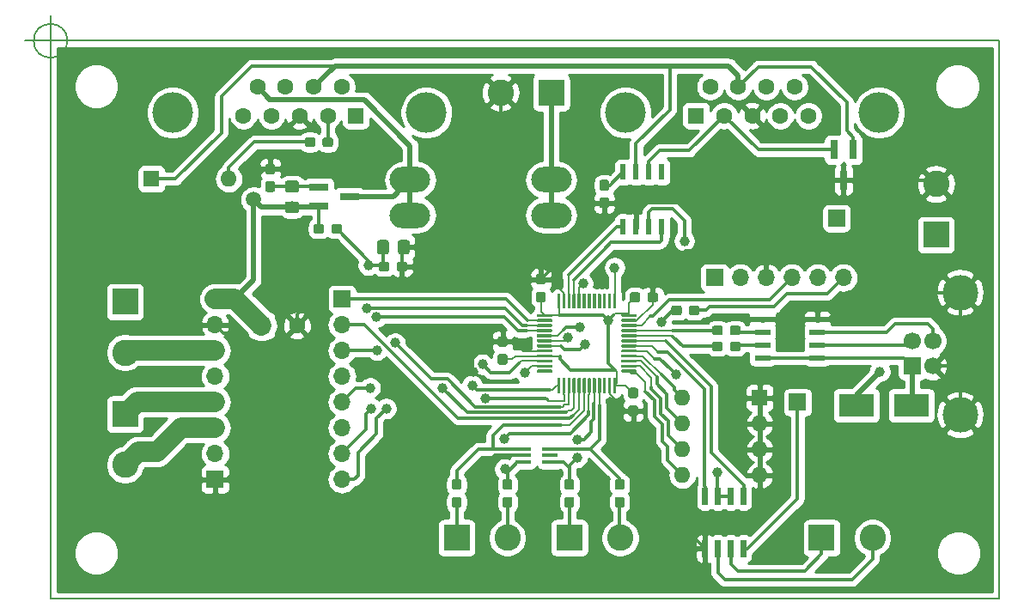
<source format=gbr>
G04 #@! TF.GenerationSoftware,KiCad,Pcbnew,5.1.4*
G04 #@! TF.CreationDate,2020-02-05T09:24:40+03:00*
G04 #@! TF.ProjectId,stm32,73746d33-322e-46b6-9963-61645f706362,rev?*
G04 #@! TF.SameCoordinates,Original*
G04 #@! TF.FileFunction,Copper,L1,Top*
G04 #@! TF.FilePolarity,Positive*
%FSLAX46Y46*%
G04 Gerber Fmt 4.6, Leading zero omitted, Abs format (unit mm)*
G04 Created by KiCad (PCBNEW 5.1.4) date 2020-02-05 09:24:40*
%MOMM*%
%LPD*%
G04 APERTURE LIST*
%ADD10C,0.150000*%
%ADD11C,2.600000*%
%ADD12R,2.600000X2.600000*%
%ADD13C,0.100000*%
%ADD14C,0.950000*%
%ADD15R,3.500000X2.300000*%
%ADD16R,0.800000X1.900000*%
%ADD17C,1.150000*%
%ADD18O,4.000000X2.500000*%
%ADD19R,1.700000X1.700000*%
%ADD20C,1.700000*%
%ADD21C,3.500000*%
%ADD22R,1.600000X1.600000*%
%ADD23O,1.600000X1.600000*%
%ADD24R,0.600000X1.550000*%
%ADD25C,0.300000*%
%ADD26C,1.600000*%
%ADD27R,1.550000X0.600000*%
%ADD28O,1.700000X1.700000*%
%ADD29C,4.000000*%
%ADD30R,1.900000X0.800000*%
%ADD31C,0.600000*%
%ADD32R,1.500000X0.400000*%
%ADD33C,1.500000*%
%ADD34C,1.000000*%
%ADD35C,0.300000*%
%ADD36C,0.500000*%
%ADD37C,2.000000*%
%ADD38C,0.200000*%
%ADD39C,0.254000*%
G04 APERTURE END LIST*
D10*
X80500000Y-117500000D02*
X174000000Y-117500000D01*
X174000000Y-62500000D02*
X80500000Y-62500000D01*
X82166666Y-62500000D02*
G75*
G03X82166666Y-62500000I-1666666J0D01*
G01*
X78000000Y-62500000D02*
X83000000Y-62500000D01*
X80500000Y-60000000D02*
X80500000Y-65000000D01*
X80500000Y-117500000D02*
X80500000Y-62500000D01*
X174000000Y-62500000D02*
X174000000Y-117500000D01*
D11*
X161500000Y-111500000D03*
D12*
X156500000Y-111500000D03*
D11*
X124855600Y-67615600D03*
D12*
X129855600Y-67615600D03*
D11*
X87846800Y-104314000D03*
D12*
X87846800Y-99314000D03*
D11*
X87846800Y-93239600D03*
D12*
X87846800Y-88239600D03*
D11*
X167779700Y-76622900D03*
D12*
X167779700Y-81622900D03*
D11*
X125523000Y-111500000D03*
D12*
X120523000Y-111500000D03*
D11*
X136635500Y-111500000D03*
D12*
X131635500Y-111500000D03*
D13*
G36*
X125312379Y-93381944D02*
G01*
X125335434Y-93385363D01*
X125358043Y-93391027D01*
X125379987Y-93398879D01*
X125401057Y-93408844D01*
X125421048Y-93420826D01*
X125439768Y-93434710D01*
X125457038Y-93450362D01*
X125472690Y-93467632D01*
X125486574Y-93486352D01*
X125498556Y-93506343D01*
X125508521Y-93527413D01*
X125516373Y-93549357D01*
X125522037Y-93571966D01*
X125525456Y-93595021D01*
X125526600Y-93618300D01*
X125526600Y-94193300D01*
X125525456Y-94216579D01*
X125522037Y-94239634D01*
X125516373Y-94262243D01*
X125508521Y-94284187D01*
X125498556Y-94305257D01*
X125486574Y-94325248D01*
X125472690Y-94343968D01*
X125457038Y-94361238D01*
X125439768Y-94376890D01*
X125421048Y-94390774D01*
X125401057Y-94402756D01*
X125379987Y-94412721D01*
X125358043Y-94420573D01*
X125335434Y-94426237D01*
X125312379Y-94429656D01*
X125289100Y-94430800D01*
X124814100Y-94430800D01*
X124790821Y-94429656D01*
X124767766Y-94426237D01*
X124745157Y-94420573D01*
X124723213Y-94412721D01*
X124702143Y-94402756D01*
X124682152Y-94390774D01*
X124663432Y-94376890D01*
X124646162Y-94361238D01*
X124630510Y-94343968D01*
X124616626Y-94325248D01*
X124604644Y-94305257D01*
X124594679Y-94284187D01*
X124586827Y-94262243D01*
X124581163Y-94239634D01*
X124577744Y-94216579D01*
X124576600Y-94193300D01*
X124576600Y-93618300D01*
X124577744Y-93595021D01*
X124581163Y-93571966D01*
X124586827Y-93549357D01*
X124594679Y-93527413D01*
X124604644Y-93506343D01*
X124616626Y-93486352D01*
X124630510Y-93467632D01*
X124646162Y-93450362D01*
X124663432Y-93434710D01*
X124682152Y-93420826D01*
X124702143Y-93408844D01*
X124723213Y-93398879D01*
X124745157Y-93391027D01*
X124767766Y-93385363D01*
X124790821Y-93381944D01*
X124814100Y-93380800D01*
X125289100Y-93380800D01*
X125312379Y-93381944D01*
X125312379Y-93381944D01*
G37*
D14*
X125051600Y-93905800D03*
D13*
G36*
X125312379Y-91631944D02*
G01*
X125335434Y-91635363D01*
X125358043Y-91641027D01*
X125379987Y-91648879D01*
X125401057Y-91658844D01*
X125421048Y-91670826D01*
X125439768Y-91684710D01*
X125457038Y-91700362D01*
X125472690Y-91717632D01*
X125486574Y-91736352D01*
X125498556Y-91756343D01*
X125508521Y-91777413D01*
X125516373Y-91799357D01*
X125522037Y-91821966D01*
X125525456Y-91845021D01*
X125526600Y-91868300D01*
X125526600Y-92443300D01*
X125525456Y-92466579D01*
X125522037Y-92489634D01*
X125516373Y-92512243D01*
X125508521Y-92534187D01*
X125498556Y-92555257D01*
X125486574Y-92575248D01*
X125472690Y-92593968D01*
X125457038Y-92611238D01*
X125439768Y-92626890D01*
X125421048Y-92640774D01*
X125401057Y-92652756D01*
X125379987Y-92662721D01*
X125358043Y-92670573D01*
X125335434Y-92676237D01*
X125312379Y-92679656D01*
X125289100Y-92680800D01*
X124814100Y-92680800D01*
X124790821Y-92679656D01*
X124767766Y-92676237D01*
X124745157Y-92670573D01*
X124723213Y-92662721D01*
X124702143Y-92652756D01*
X124682152Y-92640774D01*
X124663432Y-92626890D01*
X124646162Y-92611238D01*
X124630510Y-92593968D01*
X124616626Y-92575248D01*
X124604644Y-92555257D01*
X124594679Y-92534187D01*
X124586827Y-92512243D01*
X124581163Y-92489634D01*
X124577744Y-92466579D01*
X124576600Y-92443300D01*
X124576600Y-91868300D01*
X124577744Y-91845021D01*
X124581163Y-91821966D01*
X124586827Y-91799357D01*
X124594679Y-91777413D01*
X124604644Y-91756343D01*
X124616626Y-91736352D01*
X124630510Y-91717632D01*
X124646162Y-91700362D01*
X124663432Y-91684710D01*
X124682152Y-91670826D01*
X124702143Y-91658844D01*
X124723213Y-91648879D01*
X124745157Y-91641027D01*
X124767766Y-91635363D01*
X124790821Y-91631944D01*
X124814100Y-91630800D01*
X125289100Y-91630800D01*
X125312379Y-91631944D01*
X125312379Y-91631944D01*
G37*
D14*
X125051600Y-92155800D03*
D13*
G36*
X138182779Y-98457344D02*
G01*
X138205834Y-98460763D01*
X138228443Y-98466427D01*
X138250387Y-98474279D01*
X138271457Y-98484244D01*
X138291448Y-98496226D01*
X138310168Y-98510110D01*
X138327438Y-98525762D01*
X138343090Y-98543032D01*
X138356974Y-98561752D01*
X138368956Y-98581743D01*
X138378921Y-98602813D01*
X138386773Y-98624757D01*
X138392437Y-98647366D01*
X138395856Y-98670421D01*
X138397000Y-98693700D01*
X138397000Y-99268700D01*
X138395856Y-99291979D01*
X138392437Y-99315034D01*
X138386773Y-99337643D01*
X138378921Y-99359587D01*
X138368956Y-99380657D01*
X138356974Y-99400648D01*
X138343090Y-99419368D01*
X138327438Y-99436638D01*
X138310168Y-99452290D01*
X138291448Y-99466174D01*
X138271457Y-99478156D01*
X138250387Y-99488121D01*
X138228443Y-99495973D01*
X138205834Y-99501637D01*
X138182779Y-99505056D01*
X138159500Y-99506200D01*
X137684500Y-99506200D01*
X137661221Y-99505056D01*
X137638166Y-99501637D01*
X137615557Y-99495973D01*
X137593613Y-99488121D01*
X137572543Y-99478156D01*
X137552552Y-99466174D01*
X137533832Y-99452290D01*
X137516562Y-99436638D01*
X137500910Y-99419368D01*
X137487026Y-99400648D01*
X137475044Y-99380657D01*
X137465079Y-99359587D01*
X137457227Y-99337643D01*
X137451563Y-99315034D01*
X137448144Y-99291979D01*
X137447000Y-99268700D01*
X137447000Y-98693700D01*
X137448144Y-98670421D01*
X137451563Y-98647366D01*
X137457227Y-98624757D01*
X137465079Y-98602813D01*
X137475044Y-98581743D01*
X137487026Y-98561752D01*
X137500910Y-98543032D01*
X137516562Y-98525762D01*
X137533832Y-98510110D01*
X137552552Y-98496226D01*
X137572543Y-98484244D01*
X137593613Y-98474279D01*
X137615557Y-98466427D01*
X137638166Y-98460763D01*
X137661221Y-98457344D01*
X137684500Y-98456200D01*
X138159500Y-98456200D01*
X138182779Y-98457344D01*
X138182779Y-98457344D01*
G37*
D14*
X137922000Y-98981200D03*
D13*
G36*
X138182779Y-96707344D02*
G01*
X138205834Y-96710763D01*
X138228443Y-96716427D01*
X138250387Y-96724279D01*
X138271457Y-96734244D01*
X138291448Y-96746226D01*
X138310168Y-96760110D01*
X138327438Y-96775762D01*
X138343090Y-96793032D01*
X138356974Y-96811752D01*
X138368956Y-96831743D01*
X138378921Y-96852813D01*
X138386773Y-96874757D01*
X138392437Y-96897366D01*
X138395856Y-96920421D01*
X138397000Y-96943700D01*
X138397000Y-97518700D01*
X138395856Y-97541979D01*
X138392437Y-97565034D01*
X138386773Y-97587643D01*
X138378921Y-97609587D01*
X138368956Y-97630657D01*
X138356974Y-97650648D01*
X138343090Y-97669368D01*
X138327438Y-97686638D01*
X138310168Y-97702290D01*
X138291448Y-97716174D01*
X138271457Y-97728156D01*
X138250387Y-97738121D01*
X138228443Y-97745973D01*
X138205834Y-97751637D01*
X138182779Y-97755056D01*
X138159500Y-97756200D01*
X137684500Y-97756200D01*
X137661221Y-97755056D01*
X137638166Y-97751637D01*
X137615557Y-97745973D01*
X137593613Y-97738121D01*
X137572543Y-97728156D01*
X137552552Y-97716174D01*
X137533832Y-97702290D01*
X137516562Y-97686638D01*
X137500910Y-97669368D01*
X137487026Y-97650648D01*
X137475044Y-97630657D01*
X137465079Y-97609587D01*
X137457227Y-97587643D01*
X137451563Y-97565034D01*
X137448144Y-97541979D01*
X137447000Y-97518700D01*
X137447000Y-96943700D01*
X137448144Y-96920421D01*
X137451563Y-96897366D01*
X137457227Y-96874757D01*
X137465079Y-96852813D01*
X137475044Y-96831743D01*
X137487026Y-96811752D01*
X137500910Y-96793032D01*
X137516562Y-96775762D01*
X137533832Y-96760110D01*
X137552552Y-96746226D01*
X137572543Y-96734244D01*
X137593613Y-96724279D01*
X137615557Y-96716427D01*
X137638166Y-96710763D01*
X137661221Y-96707344D01*
X137684500Y-96706200D01*
X138159500Y-96706200D01*
X138182779Y-96707344D01*
X138182779Y-96707344D01*
G37*
D14*
X137922000Y-97231200D03*
D13*
G36*
X140163179Y-87308544D02*
G01*
X140186234Y-87311963D01*
X140208843Y-87317627D01*
X140230787Y-87325479D01*
X140251857Y-87335444D01*
X140271848Y-87347426D01*
X140290568Y-87361310D01*
X140307838Y-87376962D01*
X140323490Y-87394232D01*
X140337374Y-87412952D01*
X140349356Y-87432943D01*
X140359321Y-87454013D01*
X140367173Y-87475957D01*
X140372837Y-87498566D01*
X140376256Y-87521621D01*
X140377400Y-87544900D01*
X140377400Y-88019900D01*
X140376256Y-88043179D01*
X140372837Y-88066234D01*
X140367173Y-88088843D01*
X140359321Y-88110787D01*
X140349356Y-88131857D01*
X140337374Y-88151848D01*
X140323490Y-88170568D01*
X140307838Y-88187838D01*
X140290568Y-88203490D01*
X140271848Y-88217374D01*
X140251857Y-88229356D01*
X140230787Y-88239321D01*
X140208843Y-88247173D01*
X140186234Y-88252837D01*
X140163179Y-88256256D01*
X140139900Y-88257400D01*
X139564900Y-88257400D01*
X139541621Y-88256256D01*
X139518566Y-88252837D01*
X139495957Y-88247173D01*
X139474013Y-88239321D01*
X139452943Y-88229356D01*
X139432952Y-88217374D01*
X139414232Y-88203490D01*
X139396962Y-88187838D01*
X139381310Y-88170568D01*
X139367426Y-88151848D01*
X139355444Y-88131857D01*
X139345479Y-88110787D01*
X139337627Y-88088843D01*
X139331963Y-88066234D01*
X139328544Y-88043179D01*
X139327400Y-88019900D01*
X139327400Y-87544900D01*
X139328544Y-87521621D01*
X139331963Y-87498566D01*
X139337627Y-87475957D01*
X139345479Y-87454013D01*
X139355444Y-87432943D01*
X139367426Y-87412952D01*
X139381310Y-87394232D01*
X139396962Y-87376962D01*
X139414232Y-87361310D01*
X139432952Y-87347426D01*
X139452943Y-87335444D01*
X139474013Y-87325479D01*
X139495957Y-87317627D01*
X139518566Y-87311963D01*
X139541621Y-87308544D01*
X139564900Y-87307400D01*
X140139900Y-87307400D01*
X140163179Y-87308544D01*
X140163179Y-87308544D01*
G37*
D14*
X139852400Y-87782400D03*
D13*
G36*
X138413179Y-87308544D02*
G01*
X138436234Y-87311963D01*
X138458843Y-87317627D01*
X138480787Y-87325479D01*
X138501857Y-87335444D01*
X138521848Y-87347426D01*
X138540568Y-87361310D01*
X138557838Y-87376962D01*
X138573490Y-87394232D01*
X138587374Y-87412952D01*
X138599356Y-87432943D01*
X138609321Y-87454013D01*
X138617173Y-87475957D01*
X138622837Y-87498566D01*
X138626256Y-87521621D01*
X138627400Y-87544900D01*
X138627400Y-88019900D01*
X138626256Y-88043179D01*
X138622837Y-88066234D01*
X138617173Y-88088843D01*
X138609321Y-88110787D01*
X138599356Y-88131857D01*
X138587374Y-88151848D01*
X138573490Y-88170568D01*
X138557838Y-88187838D01*
X138540568Y-88203490D01*
X138521848Y-88217374D01*
X138501857Y-88229356D01*
X138480787Y-88239321D01*
X138458843Y-88247173D01*
X138436234Y-88252837D01*
X138413179Y-88256256D01*
X138389900Y-88257400D01*
X137814900Y-88257400D01*
X137791621Y-88256256D01*
X137768566Y-88252837D01*
X137745957Y-88247173D01*
X137724013Y-88239321D01*
X137702943Y-88229356D01*
X137682952Y-88217374D01*
X137664232Y-88203490D01*
X137646962Y-88187838D01*
X137631310Y-88170568D01*
X137617426Y-88151848D01*
X137605444Y-88131857D01*
X137595479Y-88110787D01*
X137587627Y-88088843D01*
X137581963Y-88066234D01*
X137578544Y-88043179D01*
X137577400Y-88019900D01*
X137577400Y-87544900D01*
X137578544Y-87521621D01*
X137581963Y-87498566D01*
X137587627Y-87475957D01*
X137595479Y-87454013D01*
X137605444Y-87432943D01*
X137617426Y-87412952D01*
X137631310Y-87394232D01*
X137646962Y-87376962D01*
X137664232Y-87361310D01*
X137682952Y-87347426D01*
X137702943Y-87335444D01*
X137724013Y-87325479D01*
X137745957Y-87317627D01*
X137768566Y-87311963D01*
X137791621Y-87308544D01*
X137814900Y-87307400D01*
X138389900Y-87307400D01*
X138413179Y-87308544D01*
X138413179Y-87308544D01*
G37*
D14*
X138102400Y-87782400D03*
D15*
X165328600Y-98450400D03*
X159928600Y-98450400D03*
D16*
X159598400Y-73250800D03*
X157698400Y-73250800D03*
X158648400Y-76250800D03*
D13*
G36*
X104766905Y-78336604D02*
G01*
X104791173Y-78340204D01*
X104814972Y-78346165D01*
X104838071Y-78354430D01*
X104860250Y-78364920D01*
X104881293Y-78377532D01*
X104900999Y-78392147D01*
X104919177Y-78408623D01*
X104935653Y-78426801D01*
X104950268Y-78446507D01*
X104962880Y-78467550D01*
X104973370Y-78489729D01*
X104981635Y-78512828D01*
X104987596Y-78536627D01*
X104991196Y-78560895D01*
X104992400Y-78585399D01*
X104992400Y-79235401D01*
X104991196Y-79259905D01*
X104987596Y-79284173D01*
X104981635Y-79307972D01*
X104973370Y-79331071D01*
X104962880Y-79353250D01*
X104950268Y-79374293D01*
X104935653Y-79393999D01*
X104919177Y-79412177D01*
X104900999Y-79428653D01*
X104881293Y-79443268D01*
X104860250Y-79455880D01*
X104838071Y-79466370D01*
X104814972Y-79474635D01*
X104791173Y-79480596D01*
X104766905Y-79484196D01*
X104742401Y-79485400D01*
X103842399Y-79485400D01*
X103817895Y-79484196D01*
X103793627Y-79480596D01*
X103769828Y-79474635D01*
X103746729Y-79466370D01*
X103724550Y-79455880D01*
X103703507Y-79443268D01*
X103683801Y-79428653D01*
X103665623Y-79412177D01*
X103649147Y-79393999D01*
X103634532Y-79374293D01*
X103621920Y-79353250D01*
X103611430Y-79331071D01*
X103603165Y-79307972D01*
X103597204Y-79284173D01*
X103593604Y-79259905D01*
X103592400Y-79235401D01*
X103592400Y-78585399D01*
X103593604Y-78560895D01*
X103597204Y-78536627D01*
X103603165Y-78512828D01*
X103611430Y-78489729D01*
X103621920Y-78467550D01*
X103634532Y-78446507D01*
X103649147Y-78426801D01*
X103665623Y-78408623D01*
X103683801Y-78392147D01*
X103703507Y-78377532D01*
X103724550Y-78364920D01*
X103746729Y-78354430D01*
X103769828Y-78346165D01*
X103793627Y-78340204D01*
X103817895Y-78336604D01*
X103842399Y-78335400D01*
X104742401Y-78335400D01*
X104766905Y-78336604D01*
X104766905Y-78336604D01*
G37*
D17*
X104292400Y-78910400D03*
D13*
G36*
X104766905Y-76286604D02*
G01*
X104791173Y-76290204D01*
X104814972Y-76296165D01*
X104838071Y-76304430D01*
X104860250Y-76314920D01*
X104881293Y-76327532D01*
X104900999Y-76342147D01*
X104919177Y-76358623D01*
X104935653Y-76376801D01*
X104950268Y-76396507D01*
X104962880Y-76417550D01*
X104973370Y-76439729D01*
X104981635Y-76462828D01*
X104987596Y-76486627D01*
X104991196Y-76510895D01*
X104992400Y-76535399D01*
X104992400Y-77185401D01*
X104991196Y-77209905D01*
X104987596Y-77234173D01*
X104981635Y-77257972D01*
X104973370Y-77281071D01*
X104962880Y-77303250D01*
X104950268Y-77324293D01*
X104935653Y-77343999D01*
X104919177Y-77362177D01*
X104900999Y-77378653D01*
X104881293Y-77393268D01*
X104860250Y-77405880D01*
X104838071Y-77416370D01*
X104814972Y-77424635D01*
X104791173Y-77430596D01*
X104766905Y-77434196D01*
X104742401Y-77435400D01*
X103842399Y-77435400D01*
X103817895Y-77434196D01*
X103793627Y-77430596D01*
X103769828Y-77424635D01*
X103746729Y-77416370D01*
X103724550Y-77405880D01*
X103703507Y-77393268D01*
X103683801Y-77378653D01*
X103665623Y-77362177D01*
X103649147Y-77343999D01*
X103634532Y-77324293D01*
X103621920Y-77303250D01*
X103611430Y-77281071D01*
X103603165Y-77257972D01*
X103597204Y-77234173D01*
X103593604Y-77209905D01*
X103592400Y-77185401D01*
X103592400Y-76535399D01*
X103593604Y-76510895D01*
X103597204Y-76486627D01*
X103603165Y-76462828D01*
X103611430Y-76439729D01*
X103621920Y-76417550D01*
X103634532Y-76396507D01*
X103649147Y-76376801D01*
X103665623Y-76358623D01*
X103683801Y-76342147D01*
X103703507Y-76327532D01*
X103724550Y-76314920D01*
X103746729Y-76304430D01*
X103769828Y-76296165D01*
X103793627Y-76290204D01*
X103817895Y-76286604D01*
X103842399Y-76285400D01*
X104742401Y-76285400D01*
X104766905Y-76286604D01*
X104766905Y-76286604D01*
G37*
D17*
X104292400Y-76860400D03*
D18*
X129844800Y-79700000D03*
X129844800Y-76200000D03*
X115944800Y-76200000D03*
X115944800Y-79700000D03*
D19*
X165430200Y-94589600D03*
D20*
X165430200Y-92089600D03*
X167430200Y-92089600D03*
X167430200Y-94589600D03*
D21*
X170140200Y-99359600D03*
X170140200Y-87319600D03*
D13*
G36*
X135337979Y-76212144D02*
G01*
X135361034Y-76215563D01*
X135383643Y-76221227D01*
X135405587Y-76229079D01*
X135426657Y-76239044D01*
X135446648Y-76251026D01*
X135465368Y-76264910D01*
X135482638Y-76280562D01*
X135498290Y-76297832D01*
X135512174Y-76316552D01*
X135524156Y-76336543D01*
X135534121Y-76357613D01*
X135541973Y-76379557D01*
X135547637Y-76402166D01*
X135551056Y-76425221D01*
X135552200Y-76448500D01*
X135552200Y-77023500D01*
X135551056Y-77046779D01*
X135547637Y-77069834D01*
X135541973Y-77092443D01*
X135534121Y-77114387D01*
X135524156Y-77135457D01*
X135512174Y-77155448D01*
X135498290Y-77174168D01*
X135482638Y-77191438D01*
X135465368Y-77207090D01*
X135446648Y-77220974D01*
X135426657Y-77232956D01*
X135405587Y-77242921D01*
X135383643Y-77250773D01*
X135361034Y-77256437D01*
X135337979Y-77259856D01*
X135314700Y-77261000D01*
X134839700Y-77261000D01*
X134816421Y-77259856D01*
X134793366Y-77256437D01*
X134770757Y-77250773D01*
X134748813Y-77242921D01*
X134727743Y-77232956D01*
X134707752Y-77220974D01*
X134689032Y-77207090D01*
X134671762Y-77191438D01*
X134656110Y-77174168D01*
X134642226Y-77155448D01*
X134630244Y-77135457D01*
X134620279Y-77114387D01*
X134612427Y-77092443D01*
X134606763Y-77069834D01*
X134603344Y-77046779D01*
X134602200Y-77023500D01*
X134602200Y-76448500D01*
X134603344Y-76425221D01*
X134606763Y-76402166D01*
X134612427Y-76379557D01*
X134620279Y-76357613D01*
X134630244Y-76336543D01*
X134642226Y-76316552D01*
X134656110Y-76297832D01*
X134671762Y-76280562D01*
X134689032Y-76264910D01*
X134707752Y-76251026D01*
X134727743Y-76239044D01*
X134748813Y-76229079D01*
X134770757Y-76221227D01*
X134793366Y-76215563D01*
X134816421Y-76212144D01*
X134839700Y-76211000D01*
X135314700Y-76211000D01*
X135337979Y-76212144D01*
X135337979Y-76212144D01*
G37*
D14*
X135077200Y-76736000D03*
D13*
G36*
X135337979Y-77962144D02*
G01*
X135361034Y-77965563D01*
X135383643Y-77971227D01*
X135405587Y-77979079D01*
X135426657Y-77989044D01*
X135446648Y-78001026D01*
X135465368Y-78014910D01*
X135482638Y-78030562D01*
X135498290Y-78047832D01*
X135512174Y-78066552D01*
X135524156Y-78086543D01*
X135534121Y-78107613D01*
X135541973Y-78129557D01*
X135547637Y-78152166D01*
X135551056Y-78175221D01*
X135552200Y-78198500D01*
X135552200Y-78773500D01*
X135551056Y-78796779D01*
X135547637Y-78819834D01*
X135541973Y-78842443D01*
X135534121Y-78864387D01*
X135524156Y-78885457D01*
X135512174Y-78905448D01*
X135498290Y-78924168D01*
X135482638Y-78941438D01*
X135465368Y-78957090D01*
X135446648Y-78970974D01*
X135426657Y-78982956D01*
X135405587Y-78992921D01*
X135383643Y-79000773D01*
X135361034Y-79006437D01*
X135337979Y-79009856D01*
X135314700Y-79011000D01*
X134839700Y-79011000D01*
X134816421Y-79009856D01*
X134793366Y-79006437D01*
X134770757Y-79000773D01*
X134748813Y-78992921D01*
X134727743Y-78982956D01*
X134707752Y-78970974D01*
X134689032Y-78957090D01*
X134671762Y-78941438D01*
X134656110Y-78924168D01*
X134642226Y-78905448D01*
X134630244Y-78885457D01*
X134620279Y-78864387D01*
X134612427Y-78842443D01*
X134606763Y-78819834D01*
X134603344Y-78796779D01*
X134602200Y-78773500D01*
X134602200Y-78198500D01*
X134603344Y-78175221D01*
X134606763Y-78152166D01*
X134612427Y-78129557D01*
X134620279Y-78107613D01*
X134630244Y-78086543D01*
X134642226Y-78066552D01*
X134656110Y-78047832D01*
X134671762Y-78030562D01*
X134689032Y-78014910D01*
X134707752Y-78001026D01*
X134727743Y-77989044D01*
X134748813Y-77979079D01*
X134770757Y-77971227D01*
X134793366Y-77965563D01*
X134816421Y-77962144D01*
X134839700Y-77961000D01*
X135314700Y-77961000D01*
X135337979Y-77962144D01*
X135337979Y-77962144D01*
G37*
D14*
X135077200Y-78486000D03*
D13*
G36*
X120783779Y-107475644D02*
G01*
X120806834Y-107479063D01*
X120829443Y-107484727D01*
X120851387Y-107492579D01*
X120872457Y-107502544D01*
X120892448Y-107514526D01*
X120911168Y-107528410D01*
X120928438Y-107544062D01*
X120944090Y-107561332D01*
X120957974Y-107580052D01*
X120969956Y-107600043D01*
X120979921Y-107621113D01*
X120987773Y-107643057D01*
X120993437Y-107665666D01*
X120996856Y-107688721D01*
X120998000Y-107712000D01*
X120998000Y-108287000D01*
X120996856Y-108310279D01*
X120993437Y-108333334D01*
X120987773Y-108355943D01*
X120979921Y-108377887D01*
X120969956Y-108398957D01*
X120957974Y-108418948D01*
X120944090Y-108437668D01*
X120928438Y-108454938D01*
X120911168Y-108470590D01*
X120892448Y-108484474D01*
X120872457Y-108496456D01*
X120851387Y-108506421D01*
X120829443Y-108514273D01*
X120806834Y-108519937D01*
X120783779Y-108523356D01*
X120760500Y-108524500D01*
X120285500Y-108524500D01*
X120262221Y-108523356D01*
X120239166Y-108519937D01*
X120216557Y-108514273D01*
X120194613Y-108506421D01*
X120173543Y-108496456D01*
X120153552Y-108484474D01*
X120134832Y-108470590D01*
X120117562Y-108454938D01*
X120101910Y-108437668D01*
X120088026Y-108418948D01*
X120076044Y-108398957D01*
X120066079Y-108377887D01*
X120058227Y-108355943D01*
X120052563Y-108333334D01*
X120049144Y-108310279D01*
X120048000Y-108287000D01*
X120048000Y-107712000D01*
X120049144Y-107688721D01*
X120052563Y-107665666D01*
X120058227Y-107643057D01*
X120066079Y-107621113D01*
X120076044Y-107600043D01*
X120088026Y-107580052D01*
X120101910Y-107561332D01*
X120117562Y-107544062D01*
X120134832Y-107528410D01*
X120153552Y-107514526D01*
X120173543Y-107502544D01*
X120194613Y-107492579D01*
X120216557Y-107484727D01*
X120239166Y-107479063D01*
X120262221Y-107475644D01*
X120285500Y-107474500D01*
X120760500Y-107474500D01*
X120783779Y-107475644D01*
X120783779Y-107475644D01*
G37*
D14*
X120523000Y-107999500D03*
D13*
G36*
X120783779Y-105725644D02*
G01*
X120806834Y-105729063D01*
X120829443Y-105734727D01*
X120851387Y-105742579D01*
X120872457Y-105752544D01*
X120892448Y-105764526D01*
X120911168Y-105778410D01*
X120928438Y-105794062D01*
X120944090Y-105811332D01*
X120957974Y-105830052D01*
X120969956Y-105850043D01*
X120979921Y-105871113D01*
X120987773Y-105893057D01*
X120993437Y-105915666D01*
X120996856Y-105938721D01*
X120998000Y-105962000D01*
X120998000Y-106537000D01*
X120996856Y-106560279D01*
X120993437Y-106583334D01*
X120987773Y-106605943D01*
X120979921Y-106627887D01*
X120969956Y-106648957D01*
X120957974Y-106668948D01*
X120944090Y-106687668D01*
X120928438Y-106704938D01*
X120911168Y-106720590D01*
X120892448Y-106734474D01*
X120872457Y-106746456D01*
X120851387Y-106756421D01*
X120829443Y-106764273D01*
X120806834Y-106769937D01*
X120783779Y-106773356D01*
X120760500Y-106774500D01*
X120285500Y-106774500D01*
X120262221Y-106773356D01*
X120239166Y-106769937D01*
X120216557Y-106764273D01*
X120194613Y-106756421D01*
X120173543Y-106746456D01*
X120153552Y-106734474D01*
X120134832Y-106720590D01*
X120117562Y-106704938D01*
X120101910Y-106687668D01*
X120088026Y-106668948D01*
X120076044Y-106648957D01*
X120066079Y-106627887D01*
X120058227Y-106605943D01*
X120052563Y-106583334D01*
X120049144Y-106560279D01*
X120048000Y-106537000D01*
X120048000Y-105962000D01*
X120049144Y-105938721D01*
X120052563Y-105915666D01*
X120058227Y-105893057D01*
X120066079Y-105871113D01*
X120076044Y-105850043D01*
X120088026Y-105830052D01*
X120101910Y-105811332D01*
X120117562Y-105794062D01*
X120134832Y-105778410D01*
X120153552Y-105764526D01*
X120173543Y-105752544D01*
X120194613Y-105742579D01*
X120216557Y-105734727D01*
X120239166Y-105729063D01*
X120262221Y-105725644D01*
X120285500Y-105724500D01*
X120760500Y-105724500D01*
X120783779Y-105725644D01*
X120783779Y-105725644D01*
G37*
D14*
X120523000Y-106249500D03*
D13*
G36*
X125800279Y-105725644D02*
G01*
X125823334Y-105729063D01*
X125845943Y-105734727D01*
X125867887Y-105742579D01*
X125888957Y-105752544D01*
X125908948Y-105764526D01*
X125927668Y-105778410D01*
X125944938Y-105794062D01*
X125960590Y-105811332D01*
X125974474Y-105830052D01*
X125986456Y-105850043D01*
X125996421Y-105871113D01*
X126004273Y-105893057D01*
X126009937Y-105915666D01*
X126013356Y-105938721D01*
X126014500Y-105962000D01*
X126014500Y-106537000D01*
X126013356Y-106560279D01*
X126009937Y-106583334D01*
X126004273Y-106605943D01*
X125996421Y-106627887D01*
X125986456Y-106648957D01*
X125974474Y-106668948D01*
X125960590Y-106687668D01*
X125944938Y-106704938D01*
X125927668Y-106720590D01*
X125908948Y-106734474D01*
X125888957Y-106746456D01*
X125867887Y-106756421D01*
X125845943Y-106764273D01*
X125823334Y-106769937D01*
X125800279Y-106773356D01*
X125777000Y-106774500D01*
X125302000Y-106774500D01*
X125278721Y-106773356D01*
X125255666Y-106769937D01*
X125233057Y-106764273D01*
X125211113Y-106756421D01*
X125190043Y-106746456D01*
X125170052Y-106734474D01*
X125151332Y-106720590D01*
X125134062Y-106704938D01*
X125118410Y-106687668D01*
X125104526Y-106668948D01*
X125092544Y-106648957D01*
X125082579Y-106627887D01*
X125074727Y-106605943D01*
X125069063Y-106583334D01*
X125065644Y-106560279D01*
X125064500Y-106537000D01*
X125064500Y-105962000D01*
X125065644Y-105938721D01*
X125069063Y-105915666D01*
X125074727Y-105893057D01*
X125082579Y-105871113D01*
X125092544Y-105850043D01*
X125104526Y-105830052D01*
X125118410Y-105811332D01*
X125134062Y-105794062D01*
X125151332Y-105778410D01*
X125170052Y-105764526D01*
X125190043Y-105752544D01*
X125211113Y-105742579D01*
X125233057Y-105734727D01*
X125255666Y-105729063D01*
X125278721Y-105725644D01*
X125302000Y-105724500D01*
X125777000Y-105724500D01*
X125800279Y-105725644D01*
X125800279Y-105725644D01*
G37*
D14*
X125539500Y-106249500D03*
D13*
G36*
X125800279Y-107475644D02*
G01*
X125823334Y-107479063D01*
X125845943Y-107484727D01*
X125867887Y-107492579D01*
X125888957Y-107502544D01*
X125908948Y-107514526D01*
X125927668Y-107528410D01*
X125944938Y-107544062D01*
X125960590Y-107561332D01*
X125974474Y-107580052D01*
X125986456Y-107600043D01*
X125996421Y-107621113D01*
X126004273Y-107643057D01*
X126009937Y-107665666D01*
X126013356Y-107688721D01*
X126014500Y-107712000D01*
X126014500Y-108287000D01*
X126013356Y-108310279D01*
X126009937Y-108333334D01*
X126004273Y-108355943D01*
X125996421Y-108377887D01*
X125986456Y-108398957D01*
X125974474Y-108418948D01*
X125960590Y-108437668D01*
X125944938Y-108454938D01*
X125927668Y-108470590D01*
X125908948Y-108484474D01*
X125888957Y-108496456D01*
X125867887Y-108506421D01*
X125845943Y-108514273D01*
X125823334Y-108519937D01*
X125800279Y-108523356D01*
X125777000Y-108524500D01*
X125302000Y-108524500D01*
X125278721Y-108523356D01*
X125255666Y-108519937D01*
X125233057Y-108514273D01*
X125211113Y-108506421D01*
X125190043Y-108496456D01*
X125170052Y-108484474D01*
X125151332Y-108470590D01*
X125134062Y-108454938D01*
X125118410Y-108437668D01*
X125104526Y-108418948D01*
X125092544Y-108398957D01*
X125082579Y-108377887D01*
X125074727Y-108355943D01*
X125069063Y-108333334D01*
X125065644Y-108310279D01*
X125064500Y-108287000D01*
X125064500Y-107712000D01*
X125065644Y-107688721D01*
X125069063Y-107665666D01*
X125074727Y-107643057D01*
X125082579Y-107621113D01*
X125092544Y-107600043D01*
X125104526Y-107580052D01*
X125118410Y-107561332D01*
X125134062Y-107544062D01*
X125151332Y-107528410D01*
X125170052Y-107514526D01*
X125190043Y-107502544D01*
X125211113Y-107492579D01*
X125233057Y-107484727D01*
X125255666Y-107479063D01*
X125278721Y-107475644D01*
X125302000Y-107474500D01*
X125777000Y-107474500D01*
X125800279Y-107475644D01*
X125800279Y-107475644D01*
G37*
D14*
X125539500Y-107999500D03*
D13*
G36*
X131896279Y-107475644D02*
G01*
X131919334Y-107479063D01*
X131941943Y-107484727D01*
X131963887Y-107492579D01*
X131984957Y-107502544D01*
X132004948Y-107514526D01*
X132023668Y-107528410D01*
X132040938Y-107544062D01*
X132056590Y-107561332D01*
X132070474Y-107580052D01*
X132082456Y-107600043D01*
X132092421Y-107621113D01*
X132100273Y-107643057D01*
X132105937Y-107665666D01*
X132109356Y-107688721D01*
X132110500Y-107712000D01*
X132110500Y-108287000D01*
X132109356Y-108310279D01*
X132105937Y-108333334D01*
X132100273Y-108355943D01*
X132092421Y-108377887D01*
X132082456Y-108398957D01*
X132070474Y-108418948D01*
X132056590Y-108437668D01*
X132040938Y-108454938D01*
X132023668Y-108470590D01*
X132004948Y-108484474D01*
X131984957Y-108496456D01*
X131963887Y-108506421D01*
X131941943Y-108514273D01*
X131919334Y-108519937D01*
X131896279Y-108523356D01*
X131873000Y-108524500D01*
X131398000Y-108524500D01*
X131374721Y-108523356D01*
X131351666Y-108519937D01*
X131329057Y-108514273D01*
X131307113Y-108506421D01*
X131286043Y-108496456D01*
X131266052Y-108484474D01*
X131247332Y-108470590D01*
X131230062Y-108454938D01*
X131214410Y-108437668D01*
X131200526Y-108418948D01*
X131188544Y-108398957D01*
X131178579Y-108377887D01*
X131170727Y-108355943D01*
X131165063Y-108333334D01*
X131161644Y-108310279D01*
X131160500Y-108287000D01*
X131160500Y-107712000D01*
X131161644Y-107688721D01*
X131165063Y-107665666D01*
X131170727Y-107643057D01*
X131178579Y-107621113D01*
X131188544Y-107600043D01*
X131200526Y-107580052D01*
X131214410Y-107561332D01*
X131230062Y-107544062D01*
X131247332Y-107528410D01*
X131266052Y-107514526D01*
X131286043Y-107502544D01*
X131307113Y-107492579D01*
X131329057Y-107484727D01*
X131351666Y-107479063D01*
X131374721Y-107475644D01*
X131398000Y-107474500D01*
X131873000Y-107474500D01*
X131896279Y-107475644D01*
X131896279Y-107475644D01*
G37*
D14*
X131635500Y-107999500D03*
D13*
G36*
X131896279Y-105725644D02*
G01*
X131919334Y-105729063D01*
X131941943Y-105734727D01*
X131963887Y-105742579D01*
X131984957Y-105752544D01*
X132004948Y-105764526D01*
X132023668Y-105778410D01*
X132040938Y-105794062D01*
X132056590Y-105811332D01*
X132070474Y-105830052D01*
X132082456Y-105850043D01*
X132092421Y-105871113D01*
X132100273Y-105893057D01*
X132105937Y-105915666D01*
X132109356Y-105938721D01*
X132110500Y-105962000D01*
X132110500Y-106537000D01*
X132109356Y-106560279D01*
X132105937Y-106583334D01*
X132100273Y-106605943D01*
X132092421Y-106627887D01*
X132082456Y-106648957D01*
X132070474Y-106668948D01*
X132056590Y-106687668D01*
X132040938Y-106704938D01*
X132023668Y-106720590D01*
X132004948Y-106734474D01*
X131984957Y-106746456D01*
X131963887Y-106756421D01*
X131941943Y-106764273D01*
X131919334Y-106769937D01*
X131896279Y-106773356D01*
X131873000Y-106774500D01*
X131398000Y-106774500D01*
X131374721Y-106773356D01*
X131351666Y-106769937D01*
X131329057Y-106764273D01*
X131307113Y-106756421D01*
X131286043Y-106746456D01*
X131266052Y-106734474D01*
X131247332Y-106720590D01*
X131230062Y-106704938D01*
X131214410Y-106687668D01*
X131200526Y-106668948D01*
X131188544Y-106648957D01*
X131178579Y-106627887D01*
X131170727Y-106605943D01*
X131165063Y-106583334D01*
X131161644Y-106560279D01*
X131160500Y-106537000D01*
X131160500Y-105962000D01*
X131161644Y-105938721D01*
X131165063Y-105915666D01*
X131170727Y-105893057D01*
X131178579Y-105871113D01*
X131188544Y-105850043D01*
X131200526Y-105830052D01*
X131214410Y-105811332D01*
X131230062Y-105794062D01*
X131247332Y-105778410D01*
X131266052Y-105764526D01*
X131286043Y-105752544D01*
X131307113Y-105742579D01*
X131329057Y-105734727D01*
X131351666Y-105729063D01*
X131374721Y-105725644D01*
X131398000Y-105724500D01*
X131873000Y-105724500D01*
X131896279Y-105725644D01*
X131896279Y-105725644D01*
G37*
D14*
X131635500Y-106249500D03*
D13*
G36*
X136849279Y-105725644D02*
G01*
X136872334Y-105729063D01*
X136894943Y-105734727D01*
X136916887Y-105742579D01*
X136937957Y-105752544D01*
X136957948Y-105764526D01*
X136976668Y-105778410D01*
X136993938Y-105794062D01*
X137009590Y-105811332D01*
X137023474Y-105830052D01*
X137035456Y-105850043D01*
X137045421Y-105871113D01*
X137053273Y-105893057D01*
X137058937Y-105915666D01*
X137062356Y-105938721D01*
X137063500Y-105962000D01*
X137063500Y-106537000D01*
X137062356Y-106560279D01*
X137058937Y-106583334D01*
X137053273Y-106605943D01*
X137045421Y-106627887D01*
X137035456Y-106648957D01*
X137023474Y-106668948D01*
X137009590Y-106687668D01*
X136993938Y-106704938D01*
X136976668Y-106720590D01*
X136957948Y-106734474D01*
X136937957Y-106746456D01*
X136916887Y-106756421D01*
X136894943Y-106764273D01*
X136872334Y-106769937D01*
X136849279Y-106773356D01*
X136826000Y-106774500D01*
X136351000Y-106774500D01*
X136327721Y-106773356D01*
X136304666Y-106769937D01*
X136282057Y-106764273D01*
X136260113Y-106756421D01*
X136239043Y-106746456D01*
X136219052Y-106734474D01*
X136200332Y-106720590D01*
X136183062Y-106704938D01*
X136167410Y-106687668D01*
X136153526Y-106668948D01*
X136141544Y-106648957D01*
X136131579Y-106627887D01*
X136123727Y-106605943D01*
X136118063Y-106583334D01*
X136114644Y-106560279D01*
X136113500Y-106537000D01*
X136113500Y-105962000D01*
X136114644Y-105938721D01*
X136118063Y-105915666D01*
X136123727Y-105893057D01*
X136131579Y-105871113D01*
X136141544Y-105850043D01*
X136153526Y-105830052D01*
X136167410Y-105811332D01*
X136183062Y-105794062D01*
X136200332Y-105778410D01*
X136219052Y-105764526D01*
X136239043Y-105752544D01*
X136260113Y-105742579D01*
X136282057Y-105734727D01*
X136304666Y-105729063D01*
X136327721Y-105725644D01*
X136351000Y-105724500D01*
X136826000Y-105724500D01*
X136849279Y-105725644D01*
X136849279Y-105725644D01*
G37*
D14*
X136588500Y-106249500D03*
D13*
G36*
X136849279Y-107475644D02*
G01*
X136872334Y-107479063D01*
X136894943Y-107484727D01*
X136916887Y-107492579D01*
X136937957Y-107502544D01*
X136957948Y-107514526D01*
X136976668Y-107528410D01*
X136993938Y-107544062D01*
X137009590Y-107561332D01*
X137023474Y-107580052D01*
X137035456Y-107600043D01*
X137045421Y-107621113D01*
X137053273Y-107643057D01*
X137058937Y-107665666D01*
X137062356Y-107688721D01*
X137063500Y-107712000D01*
X137063500Y-108287000D01*
X137062356Y-108310279D01*
X137058937Y-108333334D01*
X137053273Y-108355943D01*
X137045421Y-108377887D01*
X137035456Y-108398957D01*
X137023474Y-108418948D01*
X137009590Y-108437668D01*
X136993938Y-108454938D01*
X136976668Y-108470590D01*
X136957948Y-108484474D01*
X136937957Y-108496456D01*
X136916887Y-108506421D01*
X136894943Y-108514273D01*
X136872334Y-108519937D01*
X136849279Y-108523356D01*
X136826000Y-108524500D01*
X136351000Y-108524500D01*
X136327721Y-108523356D01*
X136304666Y-108519937D01*
X136282057Y-108514273D01*
X136260113Y-108506421D01*
X136239043Y-108496456D01*
X136219052Y-108484474D01*
X136200332Y-108470590D01*
X136183062Y-108454938D01*
X136167410Y-108437668D01*
X136153526Y-108418948D01*
X136141544Y-108398957D01*
X136131579Y-108377887D01*
X136123727Y-108355943D01*
X136118063Y-108333334D01*
X136114644Y-108310279D01*
X136113500Y-108287000D01*
X136113500Y-107712000D01*
X136114644Y-107688721D01*
X136118063Y-107665666D01*
X136123727Y-107643057D01*
X136131579Y-107621113D01*
X136141544Y-107600043D01*
X136153526Y-107580052D01*
X136167410Y-107561332D01*
X136183062Y-107544062D01*
X136200332Y-107528410D01*
X136219052Y-107514526D01*
X136239043Y-107502544D01*
X136260113Y-107492579D01*
X136282057Y-107484727D01*
X136304666Y-107479063D01*
X136327721Y-107475644D01*
X136351000Y-107474500D01*
X136826000Y-107474500D01*
X136849279Y-107475644D01*
X136849279Y-107475644D01*
G37*
D14*
X136588500Y-107999500D03*
D13*
G36*
X108131179Y-72017744D02*
G01*
X108154234Y-72021163D01*
X108176843Y-72026827D01*
X108198787Y-72034679D01*
X108219857Y-72044644D01*
X108239848Y-72056626D01*
X108258568Y-72070510D01*
X108275838Y-72086162D01*
X108291490Y-72103432D01*
X108305374Y-72122152D01*
X108317356Y-72142143D01*
X108327321Y-72163213D01*
X108335173Y-72185157D01*
X108340837Y-72207766D01*
X108344256Y-72230821D01*
X108345400Y-72254100D01*
X108345400Y-72729100D01*
X108344256Y-72752379D01*
X108340837Y-72775434D01*
X108335173Y-72798043D01*
X108327321Y-72819987D01*
X108317356Y-72841057D01*
X108305374Y-72861048D01*
X108291490Y-72879768D01*
X108275838Y-72897038D01*
X108258568Y-72912690D01*
X108239848Y-72926574D01*
X108219857Y-72938556D01*
X108198787Y-72948521D01*
X108176843Y-72956373D01*
X108154234Y-72962037D01*
X108131179Y-72965456D01*
X108107900Y-72966600D01*
X107532900Y-72966600D01*
X107509621Y-72965456D01*
X107486566Y-72962037D01*
X107463957Y-72956373D01*
X107442013Y-72948521D01*
X107420943Y-72938556D01*
X107400952Y-72926574D01*
X107382232Y-72912690D01*
X107364962Y-72897038D01*
X107349310Y-72879768D01*
X107335426Y-72861048D01*
X107323444Y-72841057D01*
X107313479Y-72819987D01*
X107305627Y-72798043D01*
X107299963Y-72775434D01*
X107296544Y-72752379D01*
X107295400Y-72729100D01*
X107295400Y-72254100D01*
X107296544Y-72230821D01*
X107299963Y-72207766D01*
X107305627Y-72185157D01*
X107313479Y-72163213D01*
X107323444Y-72142143D01*
X107335426Y-72122152D01*
X107349310Y-72103432D01*
X107364962Y-72086162D01*
X107382232Y-72070510D01*
X107400952Y-72056626D01*
X107420943Y-72044644D01*
X107442013Y-72034679D01*
X107463957Y-72026827D01*
X107486566Y-72021163D01*
X107509621Y-72017744D01*
X107532900Y-72016600D01*
X108107900Y-72016600D01*
X108131179Y-72017744D01*
X108131179Y-72017744D01*
G37*
D14*
X107820400Y-72491600D03*
D13*
G36*
X106381179Y-72017744D02*
G01*
X106404234Y-72021163D01*
X106426843Y-72026827D01*
X106448787Y-72034679D01*
X106469857Y-72044644D01*
X106489848Y-72056626D01*
X106508568Y-72070510D01*
X106525838Y-72086162D01*
X106541490Y-72103432D01*
X106555374Y-72122152D01*
X106567356Y-72142143D01*
X106577321Y-72163213D01*
X106585173Y-72185157D01*
X106590837Y-72207766D01*
X106594256Y-72230821D01*
X106595400Y-72254100D01*
X106595400Y-72729100D01*
X106594256Y-72752379D01*
X106590837Y-72775434D01*
X106585173Y-72798043D01*
X106577321Y-72819987D01*
X106567356Y-72841057D01*
X106555374Y-72861048D01*
X106541490Y-72879768D01*
X106525838Y-72897038D01*
X106508568Y-72912690D01*
X106489848Y-72926574D01*
X106469857Y-72938556D01*
X106448787Y-72948521D01*
X106426843Y-72956373D01*
X106404234Y-72962037D01*
X106381179Y-72965456D01*
X106357900Y-72966600D01*
X105782900Y-72966600D01*
X105759621Y-72965456D01*
X105736566Y-72962037D01*
X105713957Y-72956373D01*
X105692013Y-72948521D01*
X105670943Y-72938556D01*
X105650952Y-72926574D01*
X105632232Y-72912690D01*
X105614962Y-72897038D01*
X105599310Y-72879768D01*
X105585426Y-72861048D01*
X105573444Y-72841057D01*
X105563479Y-72819987D01*
X105555627Y-72798043D01*
X105549963Y-72775434D01*
X105546544Y-72752379D01*
X105545400Y-72729100D01*
X105545400Y-72254100D01*
X105546544Y-72230821D01*
X105549963Y-72207766D01*
X105555627Y-72185157D01*
X105563479Y-72163213D01*
X105573444Y-72142143D01*
X105585426Y-72122152D01*
X105599310Y-72103432D01*
X105614962Y-72086162D01*
X105632232Y-72070510D01*
X105650952Y-72056626D01*
X105670943Y-72044644D01*
X105692013Y-72034679D01*
X105713957Y-72026827D01*
X105736566Y-72021163D01*
X105759621Y-72017744D01*
X105782900Y-72016600D01*
X106357900Y-72016600D01*
X106381179Y-72017744D01*
X106381179Y-72017744D01*
G37*
D14*
X106070400Y-72491600D03*
D13*
G36*
X102419579Y-76359344D02*
G01*
X102442634Y-76362763D01*
X102465243Y-76368427D01*
X102487187Y-76376279D01*
X102508257Y-76386244D01*
X102528248Y-76398226D01*
X102546968Y-76412110D01*
X102564238Y-76427762D01*
X102579890Y-76445032D01*
X102593774Y-76463752D01*
X102605756Y-76483743D01*
X102615721Y-76504813D01*
X102623573Y-76526757D01*
X102629237Y-76549366D01*
X102632656Y-76572421D01*
X102633800Y-76595700D01*
X102633800Y-77170700D01*
X102632656Y-77193979D01*
X102629237Y-77217034D01*
X102623573Y-77239643D01*
X102615721Y-77261587D01*
X102605756Y-77282657D01*
X102593774Y-77302648D01*
X102579890Y-77321368D01*
X102564238Y-77338638D01*
X102546968Y-77354290D01*
X102528248Y-77368174D01*
X102508257Y-77380156D01*
X102487187Y-77390121D01*
X102465243Y-77397973D01*
X102442634Y-77403637D01*
X102419579Y-77407056D01*
X102396300Y-77408200D01*
X101921300Y-77408200D01*
X101898021Y-77407056D01*
X101874966Y-77403637D01*
X101852357Y-77397973D01*
X101830413Y-77390121D01*
X101809343Y-77380156D01*
X101789352Y-77368174D01*
X101770632Y-77354290D01*
X101753362Y-77338638D01*
X101737710Y-77321368D01*
X101723826Y-77302648D01*
X101711844Y-77282657D01*
X101701879Y-77261587D01*
X101694027Y-77239643D01*
X101688363Y-77217034D01*
X101684944Y-77193979D01*
X101683800Y-77170700D01*
X101683800Y-76595700D01*
X101684944Y-76572421D01*
X101688363Y-76549366D01*
X101694027Y-76526757D01*
X101701879Y-76504813D01*
X101711844Y-76483743D01*
X101723826Y-76463752D01*
X101737710Y-76445032D01*
X101753362Y-76427762D01*
X101770632Y-76412110D01*
X101789352Y-76398226D01*
X101809343Y-76386244D01*
X101830413Y-76376279D01*
X101852357Y-76368427D01*
X101874966Y-76362763D01*
X101898021Y-76359344D01*
X101921300Y-76358200D01*
X102396300Y-76358200D01*
X102419579Y-76359344D01*
X102419579Y-76359344D01*
G37*
D14*
X102158800Y-76883200D03*
D13*
G36*
X102419579Y-74609344D02*
G01*
X102442634Y-74612763D01*
X102465243Y-74618427D01*
X102487187Y-74626279D01*
X102508257Y-74636244D01*
X102528248Y-74648226D01*
X102546968Y-74662110D01*
X102564238Y-74677762D01*
X102579890Y-74695032D01*
X102593774Y-74713752D01*
X102605756Y-74733743D01*
X102615721Y-74754813D01*
X102623573Y-74776757D01*
X102629237Y-74799366D01*
X102632656Y-74822421D01*
X102633800Y-74845700D01*
X102633800Y-75420700D01*
X102632656Y-75443979D01*
X102629237Y-75467034D01*
X102623573Y-75489643D01*
X102615721Y-75511587D01*
X102605756Y-75532657D01*
X102593774Y-75552648D01*
X102579890Y-75571368D01*
X102564238Y-75588638D01*
X102546968Y-75604290D01*
X102528248Y-75618174D01*
X102508257Y-75630156D01*
X102487187Y-75640121D01*
X102465243Y-75647973D01*
X102442634Y-75653637D01*
X102419579Y-75657056D01*
X102396300Y-75658200D01*
X101921300Y-75658200D01*
X101898021Y-75657056D01*
X101874966Y-75653637D01*
X101852357Y-75647973D01*
X101830413Y-75640121D01*
X101809343Y-75630156D01*
X101789352Y-75618174D01*
X101770632Y-75604290D01*
X101753362Y-75588638D01*
X101737710Y-75571368D01*
X101723826Y-75552648D01*
X101711844Y-75532657D01*
X101701879Y-75511587D01*
X101694027Y-75489643D01*
X101688363Y-75467034D01*
X101684944Y-75443979D01*
X101683800Y-75420700D01*
X101683800Y-74845700D01*
X101684944Y-74822421D01*
X101688363Y-74799366D01*
X101694027Y-74776757D01*
X101701879Y-74754813D01*
X101711844Y-74733743D01*
X101723826Y-74713752D01*
X101737710Y-74695032D01*
X101753362Y-74677762D01*
X101770632Y-74662110D01*
X101789352Y-74648226D01*
X101809343Y-74636244D01*
X101830413Y-74626279D01*
X101852357Y-74618427D01*
X101874966Y-74612763D01*
X101898021Y-74609344D01*
X101921300Y-74608200D01*
X102396300Y-74608200D01*
X102419579Y-74609344D01*
X102419579Y-74609344D01*
G37*
D14*
X102158800Y-75133200D03*
D22*
X90449400Y-76111100D03*
D23*
X98069400Y-76111100D03*
D19*
X157975300Y-79997300D03*
X154127200Y-98145600D03*
D24*
X136931400Y-80830400D03*
X138201400Y-80830400D03*
X139471400Y-80830400D03*
X140741400Y-80830400D03*
X140741400Y-75430400D03*
X139471400Y-75430400D03*
X138201400Y-75430400D03*
X136931400Y-75430400D03*
D13*
G36*
X129857351Y-89429361D02*
G01*
X129864632Y-89430441D01*
X129871771Y-89432229D01*
X129878701Y-89434709D01*
X129885355Y-89437856D01*
X129891668Y-89441640D01*
X129897579Y-89446024D01*
X129903033Y-89450967D01*
X129907976Y-89456421D01*
X129912360Y-89462332D01*
X129916144Y-89468645D01*
X129919291Y-89475299D01*
X129921771Y-89482229D01*
X129923559Y-89489368D01*
X129924639Y-89496649D01*
X129925000Y-89504000D01*
X129925000Y-89654000D01*
X129924639Y-89661351D01*
X129923559Y-89668632D01*
X129921771Y-89675771D01*
X129919291Y-89682701D01*
X129916144Y-89689355D01*
X129912360Y-89695668D01*
X129907976Y-89701579D01*
X129903033Y-89707033D01*
X129897579Y-89711976D01*
X129891668Y-89716360D01*
X129885355Y-89720144D01*
X129878701Y-89723291D01*
X129871771Y-89725771D01*
X129864632Y-89727559D01*
X129857351Y-89728639D01*
X129850000Y-89729000D01*
X128525000Y-89729000D01*
X128517649Y-89728639D01*
X128510368Y-89727559D01*
X128503229Y-89725771D01*
X128496299Y-89723291D01*
X128489645Y-89720144D01*
X128483332Y-89716360D01*
X128477421Y-89711976D01*
X128471967Y-89707033D01*
X128467024Y-89701579D01*
X128462640Y-89695668D01*
X128458856Y-89689355D01*
X128455709Y-89682701D01*
X128453229Y-89675771D01*
X128451441Y-89668632D01*
X128450361Y-89661351D01*
X128450000Y-89654000D01*
X128450000Y-89504000D01*
X128450361Y-89496649D01*
X128451441Y-89489368D01*
X128453229Y-89482229D01*
X128455709Y-89475299D01*
X128458856Y-89468645D01*
X128462640Y-89462332D01*
X128467024Y-89456421D01*
X128471967Y-89450967D01*
X128477421Y-89446024D01*
X128483332Y-89441640D01*
X128489645Y-89437856D01*
X128496299Y-89434709D01*
X128503229Y-89432229D01*
X128510368Y-89430441D01*
X128517649Y-89429361D01*
X128525000Y-89429000D01*
X129850000Y-89429000D01*
X129857351Y-89429361D01*
X129857351Y-89429361D01*
G37*
D25*
X129187500Y-89579000D03*
D13*
G36*
X129857351Y-89929361D02*
G01*
X129864632Y-89930441D01*
X129871771Y-89932229D01*
X129878701Y-89934709D01*
X129885355Y-89937856D01*
X129891668Y-89941640D01*
X129897579Y-89946024D01*
X129903033Y-89950967D01*
X129907976Y-89956421D01*
X129912360Y-89962332D01*
X129916144Y-89968645D01*
X129919291Y-89975299D01*
X129921771Y-89982229D01*
X129923559Y-89989368D01*
X129924639Y-89996649D01*
X129925000Y-90004000D01*
X129925000Y-90154000D01*
X129924639Y-90161351D01*
X129923559Y-90168632D01*
X129921771Y-90175771D01*
X129919291Y-90182701D01*
X129916144Y-90189355D01*
X129912360Y-90195668D01*
X129907976Y-90201579D01*
X129903033Y-90207033D01*
X129897579Y-90211976D01*
X129891668Y-90216360D01*
X129885355Y-90220144D01*
X129878701Y-90223291D01*
X129871771Y-90225771D01*
X129864632Y-90227559D01*
X129857351Y-90228639D01*
X129850000Y-90229000D01*
X128525000Y-90229000D01*
X128517649Y-90228639D01*
X128510368Y-90227559D01*
X128503229Y-90225771D01*
X128496299Y-90223291D01*
X128489645Y-90220144D01*
X128483332Y-90216360D01*
X128477421Y-90211976D01*
X128471967Y-90207033D01*
X128467024Y-90201579D01*
X128462640Y-90195668D01*
X128458856Y-90189355D01*
X128455709Y-90182701D01*
X128453229Y-90175771D01*
X128451441Y-90168632D01*
X128450361Y-90161351D01*
X128450000Y-90154000D01*
X128450000Y-90004000D01*
X128450361Y-89996649D01*
X128451441Y-89989368D01*
X128453229Y-89982229D01*
X128455709Y-89975299D01*
X128458856Y-89968645D01*
X128462640Y-89962332D01*
X128467024Y-89956421D01*
X128471967Y-89950967D01*
X128477421Y-89946024D01*
X128483332Y-89941640D01*
X128489645Y-89937856D01*
X128496299Y-89934709D01*
X128503229Y-89932229D01*
X128510368Y-89930441D01*
X128517649Y-89929361D01*
X128525000Y-89929000D01*
X129850000Y-89929000D01*
X129857351Y-89929361D01*
X129857351Y-89929361D01*
G37*
D25*
X129187500Y-90079000D03*
D13*
G36*
X129857351Y-90429361D02*
G01*
X129864632Y-90430441D01*
X129871771Y-90432229D01*
X129878701Y-90434709D01*
X129885355Y-90437856D01*
X129891668Y-90441640D01*
X129897579Y-90446024D01*
X129903033Y-90450967D01*
X129907976Y-90456421D01*
X129912360Y-90462332D01*
X129916144Y-90468645D01*
X129919291Y-90475299D01*
X129921771Y-90482229D01*
X129923559Y-90489368D01*
X129924639Y-90496649D01*
X129925000Y-90504000D01*
X129925000Y-90654000D01*
X129924639Y-90661351D01*
X129923559Y-90668632D01*
X129921771Y-90675771D01*
X129919291Y-90682701D01*
X129916144Y-90689355D01*
X129912360Y-90695668D01*
X129907976Y-90701579D01*
X129903033Y-90707033D01*
X129897579Y-90711976D01*
X129891668Y-90716360D01*
X129885355Y-90720144D01*
X129878701Y-90723291D01*
X129871771Y-90725771D01*
X129864632Y-90727559D01*
X129857351Y-90728639D01*
X129850000Y-90729000D01*
X128525000Y-90729000D01*
X128517649Y-90728639D01*
X128510368Y-90727559D01*
X128503229Y-90725771D01*
X128496299Y-90723291D01*
X128489645Y-90720144D01*
X128483332Y-90716360D01*
X128477421Y-90711976D01*
X128471967Y-90707033D01*
X128467024Y-90701579D01*
X128462640Y-90695668D01*
X128458856Y-90689355D01*
X128455709Y-90682701D01*
X128453229Y-90675771D01*
X128451441Y-90668632D01*
X128450361Y-90661351D01*
X128450000Y-90654000D01*
X128450000Y-90504000D01*
X128450361Y-90496649D01*
X128451441Y-90489368D01*
X128453229Y-90482229D01*
X128455709Y-90475299D01*
X128458856Y-90468645D01*
X128462640Y-90462332D01*
X128467024Y-90456421D01*
X128471967Y-90450967D01*
X128477421Y-90446024D01*
X128483332Y-90441640D01*
X128489645Y-90437856D01*
X128496299Y-90434709D01*
X128503229Y-90432229D01*
X128510368Y-90430441D01*
X128517649Y-90429361D01*
X128525000Y-90429000D01*
X129850000Y-90429000D01*
X129857351Y-90429361D01*
X129857351Y-90429361D01*
G37*
D25*
X129187500Y-90579000D03*
D13*
G36*
X129857351Y-90929361D02*
G01*
X129864632Y-90930441D01*
X129871771Y-90932229D01*
X129878701Y-90934709D01*
X129885355Y-90937856D01*
X129891668Y-90941640D01*
X129897579Y-90946024D01*
X129903033Y-90950967D01*
X129907976Y-90956421D01*
X129912360Y-90962332D01*
X129916144Y-90968645D01*
X129919291Y-90975299D01*
X129921771Y-90982229D01*
X129923559Y-90989368D01*
X129924639Y-90996649D01*
X129925000Y-91004000D01*
X129925000Y-91154000D01*
X129924639Y-91161351D01*
X129923559Y-91168632D01*
X129921771Y-91175771D01*
X129919291Y-91182701D01*
X129916144Y-91189355D01*
X129912360Y-91195668D01*
X129907976Y-91201579D01*
X129903033Y-91207033D01*
X129897579Y-91211976D01*
X129891668Y-91216360D01*
X129885355Y-91220144D01*
X129878701Y-91223291D01*
X129871771Y-91225771D01*
X129864632Y-91227559D01*
X129857351Y-91228639D01*
X129850000Y-91229000D01*
X128525000Y-91229000D01*
X128517649Y-91228639D01*
X128510368Y-91227559D01*
X128503229Y-91225771D01*
X128496299Y-91223291D01*
X128489645Y-91220144D01*
X128483332Y-91216360D01*
X128477421Y-91211976D01*
X128471967Y-91207033D01*
X128467024Y-91201579D01*
X128462640Y-91195668D01*
X128458856Y-91189355D01*
X128455709Y-91182701D01*
X128453229Y-91175771D01*
X128451441Y-91168632D01*
X128450361Y-91161351D01*
X128450000Y-91154000D01*
X128450000Y-91004000D01*
X128450361Y-90996649D01*
X128451441Y-90989368D01*
X128453229Y-90982229D01*
X128455709Y-90975299D01*
X128458856Y-90968645D01*
X128462640Y-90962332D01*
X128467024Y-90956421D01*
X128471967Y-90950967D01*
X128477421Y-90946024D01*
X128483332Y-90941640D01*
X128489645Y-90937856D01*
X128496299Y-90934709D01*
X128503229Y-90932229D01*
X128510368Y-90930441D01*
X128517649Y-90929361D01*
X128525000Y-90929000D01*
X129850000Y-90929000D01*
X129857351Y-90929361D01*
X129857351Y-90929361D01*
G37*
D25*
X129187500Y-91079000D03*
D13*
G36*
X129857351Y-91429361D02*
G01*
X129864632Y-91430441D01*
X129871771Y-91432229D01*
X129878701Y-91434709D01*
X129885355Y-91437856D01*
X129891668Y-91441640D01*
X129897579Y-91446024D01*
X129903033Y-91450967D01*
X129907976Y-91456421D01*
X129912360Y-91462332D01*
X129916144Y-91468645D01*
X129919291Y-91475299D01*
X129921771Y-91482229D01*
X129923559Y-91489368D01*
X129924639Y-91496649D01*
X129925000Y-91504000D01*
X129925000Y-91654000D01*
X129924639Y-91661351D01*
X129923559Y-91668632D01*
X129921771Y-91675771D01*
X129919291Y-91682701D01*
X129916144Y-91689355D01*
X129912360Y-91695668D01*
X129907976Y-91701579D01*
X129903033Y-91707033D01*
X129897579Y-91711976D01*
X129891668Y-91716360D01*
X129885355Y-91720144D01*
X129878701Y-91723291D01*
X129871771Y-91725771D01*
X129864632Y-91727559D01*
X129857351Y-91728639D01*
X129850000Y-91729000D01*
X128525000Y-91729000D01*
X128517649Y-91728639D01*
X128510368Y-91727559D01*
X128503229Y-91725771D01*
X128496299Y-91723291D01*
X128489645Y-91720144D01*
X128483332Y-91716360D01*
X128477421Y-91711976D01*
X128471967Y-91707033D01*
X128467024Y-91701579D01*
X128462640Y-91695668D01*
X128458856Y-91689355D01*
X128455709Y-91682701D01*
X128453229Y-91675771D01*
X128451441Y-91668632D01*
X128450361Y-91661351D01*
X128450000Y-91654000D01*
X128450000Y-91504000D01*
X128450361Y-91496649D01*
X128451441Y-91489368D01*
X128453229Y-91482229D01*
X128455709Y-91475299D01*
X128458856Y-91468645D01*
X128462640Y-91462332D01*
X128467024Y-91456421D01*
X128471967Y-91450967D01*
X128477421Y-91446024D01*
X128483332Y-91441640D01*
X128489645Y-91437856D01*
X128496299Y-91434709D01*
X128503229Y-91432229D01*
X128510368Y-91430441D01*
X128517649Y-91429361D01*
X128525000Y-91429000D01*
X129850000Y-91429000D01*
X129857351Y-91429361D01*
X129857351Y-91429361D01*
G37*
D25*
X129187500Y-91579000D03*
D13*
G36*
X129857351Y-91929361D02*
G01*
X129864632Y-91930441D01*
X129871771Y-91932229D01*
X129878701Y-91934709D01*
X129885355Y-91937856D01*
X129891668Y-91941640D01*
X129897579Y-91946024D01*
X129903033Y-91950967D01*
X129907976Y-91956421D01*
X129912360Y-91962332D01*
X129916144Y-91968645D01*
X129919291Y-91975299D01*
X129921771Y-91982229D01*
X129923559Y-91989368D01*
X129924639Y-91996649D01*
X129925000Y-92004000D01*
X129925000Y-92154000D01*
X129924639Y-92161351D01*
X129923559Y-92168632D01*
X129921771Y-92175771D01*
X129919291Y-92182701D01*
X129916144Y-92189355D01*
X129912360Y-92195668D01*
X129907976Y-92201579D01*
X129903033Y-92207033D01*
X129897579Y-92211976D01*
X129891668Y-92216360D01*
X129885355Y-92220144D01*
X129878701Y-92223291D01*
X129871771Y-92225771D01*
X129864632Y-92227559D01*
X129857351Y-92228639D01*
X129850000Y-92229000D01*
X128525000Y-92229000D01*
X128517649Y-92228639D01*
X128510368Y-92227559D01*
X128503229Y-92225771D01*
X128496299Y-92223291D01*
X128489645Y-92220144D01*
X128483332Y-92216360D01*
X128477421Y-92211976D01*
X128471967Y-92207033D01*
X128467024Y-92201579D01*
X128462640Y-92195668D01*
X128458856Y-92189355D01*
X128455709Y-92182701D01*
X128453229Y-92175771D01*
X128451441Y-92168632D01*
X128450361Y-92161351D01*
X128450000Y-92154000D01*
X128450000Y-92004000D01*
X128450361Y-91996649D01*
X128451441Y-91989368D01*
X128453229Y-91982229D01*
X128455709Y-91975299D01*
X128458856Y-91968645D01*
X128462640Y-91962332D01*
X128467024Y-91956421D01*
X128471967Y-91950967D01*
X128477421Y-91946024D01*
X128483332Y-91941640D01*
X128489645Y-91937856D01*
X128496299Y-91934709D01*
X128503229Y-91932229D01*
X128510368Y-91930441D01*
X128517649Y-91929361D01*
X128525000Y-91929000D01*
X129850000Y-91929000D01*
X129857351Y-91929361D01*
X129857351Y-91929361D01*
G37*
D25*
X129187500Y-92079000D03*
D13*
G36*
X129857351Y-92429361D02*
G01*
X129864632Y-92430441D01*
X129871771Y-92432229D01*
X129878701Y-92434709D01*
X129885355Y-92437856D01*
X129891668Y-92441640D01*
X129897579Y-92446024D01*
X129903033Y-92450967D01*
X129907976Y-92456421D01*
X129912360Y-92462332D01*
X129916144Y-92468645D01*
X129919291Y-92475299D01*
X129921771Y-92482229D01*
X129923559Y-92489368D01*
X129924639Y-92496649D01*
X129925000Y-92504000D01*
X129925000Y-92654000D01*
X129924639Y-92661351D01*
X129923559Y-92668632D01*
X129921771Y-92675771D01*
X129919291Y-92682701D01*
X129916144Y-92689355D01*
X129912360Y-92695668D01*
X129907976Y-92701579D01*
X129903033Y-92707033D01*
X129897579Y-92711976D01*
X129891668Y-92716360D01*
X129885355Y-92720144D01*
X129878701Y-92723291D01*
X129871771Y-92725771D01*
X129864632Y-92727559D01*
X129857351Y-92728639D01*
X129850000Y-92729000D01*
X128525000Y-92729000D01*
X128517649Y-92728639D01*
X128510368Y-92727559D01*
X128503229Y-92725771D01*
X128496299Y-92723291D01*
X128489645Y-92720144D01*
X128483332Y-92716360D01*
X128477421Y-92711976D01*
X128471967Y-92707033D01*
X128467024Y-92701579D01*
X128462640Y-92695668D01*
X128458856Y-92689355D01*
X128455709Y-92682701D01*
X128453229Y-92675771D01*
X128451441Y-92668632D01*
X128450361Y-92661351D01*
X128450000Y-92654000D01*
X128450000Y-92504000D01*
X128450361Y-92496649D01*
X128451441Y-92489368D01*
X128453229Y-92482229D01*
X128455709Y-92475299D01*
X128458856Y-92468645D01*
X128462640Y-92462332D01*
X128467024Y-92456421D01*
X128471967Y-92450967D01*
X128477421Y-92446024D01*
X128483332Y-92441640D01*
X128489645Y-92437856D01*
X128496299Y-92434709D01*
X128503229Y-92432229D01*
X128510368Y-92430441D01*
X128517649Y-92429361D01*
X128525000Y-92429000D01*
X129850000Y-92429000D01*
X129857351Y-92429361D01*
X129857351Y-92429361D01*
G37*
D25*
X129187500Y-92579000D03*
D13*
G36*
X129857351Y-92929361D02*
G01*
X129864632Y-92930441D01*
X129871771Y-92932229D01*
X129878701Y-92934709D01*
X129885355Y-92937856D01*
X129891668Y-92941640D01*
X129897579Y-92946024D01*
X129903033Y-92950967D01*
X129907976Y-92956421D01*
X129912360Y-92962332D01*
X129916144Y-92968645D01*
X129919291Y-92975299D01*
X129921771Y-92982229D01*
X129923559Y-92989368D01*
X129924639Y-92996649D01*
X129925000Y-93004000D01*
X129925000Y-93154000D01*
X129924639Y-93161351D01*
X129923559Y-93168632D01*
X129921771Y-93175771D01*
X129919291Y-93182701D01*
X129916144Y-93189355D01*
X129912360Y-93195668D01*
X129907976Y-93201579D01*
X129903033Y-93207033D01*
X129897579Y-93211976D01*
X129891668Y-93216360D01*
X129885355Y-93220144D01*
X129878701Y-93223291D01*
X129871771Y-93225771D01*
X129864632Y-93227559D01*
X129857351Y-93228639D01*
X129850000Y-93229000D01*
X128525000Y-93229000D01*
X128517649Y-93228639D01*
X128510368Y-93227559D01*
X128503229Y-93225771D01*
X128496299Y-93223291D01*
X128489645Y-93220144D01*
X128483332Y-93216360D01*
X128477421Y-93211976D01*
X128471967Y-93207033D01*
X128467024Y-93201579D01*
X128462640Y-93195668D01*
X128458856Y-93189355D01*
X128455709Y-93182701D01*
X128453229Y-93175771D01*
X128451441Y-93168632D01*
X128450361Y-93161351D01*
X128450000Y-93154000D01*
X128450000Y-93004000D01*
X128450361Y-92996649D01*
X128451441Y-92989368D01*
X128453229Y-92982229D01*
X128455709Y-92975299D01*
X128458856Y-92968645D01*
X128462640Y-92962332D01*
X128467024Y-92956421D01*
X128471967Y-92950967D01*
X128477421Y-92946024D01*
X128483332Y-92941640D01*
X128489645Y-92937856D01*
X128496299Y-92934709D01*
X128503229Y-92932229D01*
X128510368Y-92930441D01*
X128517649Y-92929361D01*
X128525000Y-92929000D01*
X129850000Y-92929000D01*
X129857351Y-92929361D01*
X129857351Y-92929361D01*
G37*
D25*
X129187500Y-93079000D03*
D13*
G36*
X129857351Y-93429361D02*
G01*
X129864632Y-93430441D01*
X129871771Y-93432229D01*
X129878701Y-93434709D01*
X129885355Y-93437856D01*
X129891668Y-93441640D01*
X129897579Y-93446024D01*
X129903033Y-93450967D01*
X129907976Y-93456421D01*
X129912360Y-93462332D01*
X129916144Y-93468645D01*
X129919291Y-93475299D01*
X129921771Y-93482229D01*
X129923559Y-93489368D01*
X129924639Y-93496649D01*
X129925000Y-93504000D01*
X129925000Y-93654000D01*
X129924639Y-93661351D01*
X129923559Y-93668632D01*
X129921771Y-93675771D01*
X129919291Y-93682701D01*
X129916144Y-93689355D01*
X129912360Y-93695668D01*
X129907976Y-93701579D01*
X129903033Y-93707033D01*
X129897579Y-93711976D01*
X129891668Y-93716360D01*
X129885355Y-93720144D01*
X129878701Y-93723291D01*
X129871771Y-93725771D01*
X129864632Y-93727559D01*
X129857351Y-93728639D01*
X129850000Y-93729000D01*
X128525000Y-93729000D01*
X128517649Y-93728639D01*
X128510368Y-93727559D01*
X128503229Y-93725771D01*
X128496299Y-93723291D01*
X128489645Y-93720144D01*
X128483332Y-93716360D01*
X128477421Y-93711976D01*
X128471967Y-93707033D01*
X128467024Y-93701579D01*
X128462640Y-93695668D01*
X128458856Y-93689355D01*
X128455709Y-93682701D01*
X128453229Y-93675771D01*
X128451441Y-93668632D01*
X128450361Y-93661351D01*
X128450000Y-93654000D01*
X128450000Y-93504000D01*
X128450361Y-93496649D01*
X128451441Y-93489368D01*
X128453229Y-93482229D01*
X128455709Y-93475299D01*
X128458856Y-93468645D01*
X128462640Y-93462332D01*
X128467024Y-93456421D01*
X128471967Y-93450967D01*
X128477421Y-93446024D01*
X128483332Y-93441640D01*
X128489645Y-93437856D01*
X128496299Y-93434709D01*
X128503229Y-93432229D01*
X128510368Y-93430441D01*
X128517649Y-93429361D01*
X128525000Y-93429000D01*
X129850000Y-93429000D01*
X129857351Y-93429361D01*
X129857351Y-93429361D01*
G37*
D25*
X129187500Y-93579000D03*
D13*
G36*
X129857351Y-93929361D02*
G01*
X129864632Y-93930441D01*
X129871771Y-93932229D01*
X129878701Y-93934709D01*
X129885355Y-93937856D01*
X129891668Y-93941640D01*
X129897579Y-93946024D01*
X129903033Y-93950967D01*
X129907976Y-93956421D01*
X129912360Y-93962332D01*
X129916144Y-93968645D01*
X129919291Y-93975299D01*
X129921771Y-93982229D01*
X129923559Y-93989368D01*
X129924639Y-93996649D01*
X129925000Y-94004000D01*
X129925000Y-94154000D01*
X129924639Y-94161351D01*
X129923559Y-94168632D01*
X129921771Y-94175771D01*
X129919291Y-94182701D01*
X129916144Y-94189355D01*
X129912360Y-94195668D01*
X129907976Y-94201579D01*
X129903033Y-94207033D01*
X129897579Y-94211976D01*
X129891668Y-94216360D01*
X129885355Y-94220144D01*
X129878701Y-94223291D01*
X129871771Y-94225771D01*
X129864632Y-94227559D01*
X129857351Y-94228639D01*
X129850000Y-94229000D01*
X128525000Y-94229000D01*
X128517649Y-94228639D01*
X128510368Y-94227559D01*
X128503229Y-94225771D01*
X128496299Y-94223291D01*
X128489645Y-94220144D01*
X128483332Y-94216360D01*
X128477421Y-94211976D01*
X128471967Y-94207033D01*
X128467024Y-94201579D01*
X128462640Y-94195668D01*
X128458856Y-94189355D01*
X128455709Y-94182701D01*
X128453229Y-94175771D01*
X128451441Y-94168632D01*
X128450361Y-94161351D01*
X128450000Y-94154000D01*
X128450000Y-94004000D01*
X128450361Y-93996649D01*
X128451441Y-93989368D01*
X128453229Y-93982229D01*
X128455709Y-93975299D01*
X128458856Y-93968645D01*
X128462640Y-93962332D01*
X128467024Y-93956421D01*
X128471967Y-93950967D01*
X128477421Y-93946024D01*
X128483332Y-93941640D01*
X128489645Y-93937856D01*
X128496299Y-93934709D01*
X128503229Y-93932229D01*
X128510368Y-93930441D01*
X128517649Y-93929361D01*
X128525000Y-93929000D01*
X129850000Y-93929000D01*
X129857351Y-93929361D01*
X129857351Y-93929361D01*
G37*
D25*
X129187500Y-94079000D03*
D13*
G36*
X129857351Y-94429361D02*
G01*
X129864632Y-94430441D01*
X129871771Y-94432229D01*
X129878701Y-94434709D01*
X129885355Y-94437856D01*
X129891668Y-94441640D01*
X129897579Y-94446024D01*
X129903033Y-94450967D01*
X129907976Y-94456421D01*
X129912360Y-94462332D01*
X129916144Y-94468645D01*
X129919291Y-94475299D01*
X129921771Y-94482229D01*
X129923559Y-94489368D01*
X129924639Y-94496649D01*
X129925000Y-94504000D01*
X129925000Y-94654000D01*
X129924639Y-94661351D01*
X129923559Y-94668632D01*
X129921771Y-94675771D01*
X129919291Y-94682701D01*
X129916144Y-94689355D01*
X129912360Y-94695668D01*
X129907976Y-94701579D01*
X129903033Y-94707033D01*
X129897579Y-94711976D01*
X129891668Y-94716360D01*
X129885355Y-94720144D01*
X129878701Y-94723291D01*
X129871771Y-94725771D01*
X129864632Y-94727559D01*
X129857351Y-94728639D01*
X129850000Y-94729000D01*
X128525000Y-94729000D01*
X128517649Y-94728639D01*
X128510368Y-94727559D01*
X128503229Y-94725771D01*
X128496299Y-94723291D01*
X128489645Y-94720144D01*
X128483332Y-94716360D01*
X128477421Y-94711976D01*
X128471967Y-94707033D01*
X128467024Y-94701579D01*
X128462640Y-94695668D01*
X128458856Y-94689355D01*
X128455709Y-94682701D01*
X128453229Y-94675771D01*
X128451441Y-94668632D01*
X128450361Y-94661351D01*
X128450000Y-94654000D01*
X128450000Y-94504000D01*
X128450361Y-94496649D01*
X128451441Y-94489368D01*
X128453229Y-94482229D01*
X128455709Y-94475299D01*
X128458856Y-94468645D01*
X128462640Y-94462332D01*
X128467024Y-94456421D01*
X128471967Y-94450967D01*
X128477421Y-94446024D01*
X128483332Y-94441640D01*
X128489645Y-94437856D01*
X128496299Y-94434709D01*
X128503229Y-94432229D01*
X128510368Y-94430441D01*
X128517649Y-94429361D01*
X128525000Y-94429000D01*
X129850000Y-94429000D01*
X129857351Y-94429361D01*
X129857351Y-94429361D01*
G37*
D25*
X129187500Y-94579000D03*
D13*
G36*
X129857351Y-94929361D02*
G01*
X129864632Y-94930441D01*
X129871771Y-94932229D01*
X129878701Y-94934709D01*
X129885355Y-94937856D01*
X129891668Y-94941640D01*
X129897579Y-94946024D01*
X129903033Y-94950967D01*
X129907976Y-94956421D01*
X129912360Y-94962332D01*
X129916144Y-94968645D01*
X129919291Y-94975299D01*
X129921771Y-94982229D01*
X129923559Y-94989368D01*
X129924639Y-94996649D01*
X129925000Y-95004000D01*
X129925000Y-95154000D01*
X129924639Y-95161351D01*
X129923559Y-95168632D01*
X129921771Y-95175771D01*
X129919291Y-95182701D01*
X129916144Y-95189355D01*
X129912360Y-95195668D01*
X129907976Y-95201579D01*
X129903033Y-95207033D01*
X129897579Y-95211976D01*
X129891668Y-95216360D01*
X129885355Y-95220144D01*
X129878701Y-95223291D01*
X129871771Y-95225771D01*
X129864632Y-95227559D01*
X129857351Y-95228639D01*
X129850000Y-95229000D01*
X128525000Y-95229000D01*
X128517649Y-95228639D01*
X128510368Y-95227559D01*
X128503229Y-95225771D01*
X128496299Y-95223291D01*
X128489645Y-95220144D01*
X128483332Y-95216360D01*
X128477421Y-95211976D01*
X128471967Y-95207033D01*
X128467024Y-95201579D01*
X128462640Y-95195668D01*
X128458856Y-95189355D01*
X128455709Y-95182701D01*
X128453229Y-95175771D01*
X128451441Y-95168632D01*
X128450361Y-95161351D01*
X128450000Y-95154000D01*
X128450000Y-95004000D01*
X128450361Y-94996649D01*
X128451441Y-94989368D01*
X128453229Y-94982229D01*
X128455709Y-94975299D01*
X128458856Y-94968645D01*
X128462640Y-94962332D01*
X128467024Y-94956421D01*
X128471967Y-94950967D01*
X128477421Y-94946024D01*
X128483332Y-94941640D01*
X128489645Y-94937856D01*
X128496299Y-94934709D01*
X128503229Y-94932229D01*
X128510368Y-94930441D01*
X128517649Y-94929361D01*
X128525000Y-94929000D01*
X129850000Y-94929000D01*
X129857351Y-94929361D01*
X129857351Y-94929361D01*
G37*
D25*
X129187500Y-95079000D03*
D13*
G36*
X130682351Y-95754361D02*
G01*
X130689632Y-95755441D01*
X130696771Y-95757229D01*
X130703701Y-95759709D01*
X130710355Y-95762856D01*
X130716668Y-95766640D01*
X130722579Y-95771024D01*
X130728033Y-95775967D01*
X130732976Y-95781421D01*
X130737360Y-95787332D01*
X130741144Y-95793645D01*
X130744291Y-95800299D01*
X130746771Y-95807229D01*
X130748559Y-95814368D01*
X130749639Y-95821649D01*
X130750000Y-95829000D01*
X130750000Y-97154000D01*
X130749639Y-97161351D01*
X130748559Y-97168632D01*
X130746771Y-97175771D01*
X130744291Y-97182701D01*
X130741144Y-97189355D01*
X130737360Y-97195668D01*
X130732976Y-97201579D01*
X130728033Y-97207033D01*
X130722579Y-97211976D01*
X130716668Y-97216360D01*
X130710355Y-97220144D01*
X130703701Y-97223291D01*
X130696771Y-97225771D01*
X130689632Y-97227559D01*
X130682351Y-97228639D01*
X130675000Y-97229000D01*
X130525000Y-97229000D01*
X130517649Y-97228639D01*
X130510368Y-97227559D01*
X130503229Y-97225771D01*
X130496299Y-97223291D01*
X130489645Y-97220144D01*
X130483332Y-97216360D01*
X130477421Y-97211976D01*
X130471967Y-97207033D01*
X130467024Y-97201579D01*
X130462640Y-97195668D01*
X130458856Y-97189355D01*
X130455709Y-97182701D01*
X130453229Y-97175771D01*
X130451441Y-97168632D01*
X130450361Y-97161351D01*
X130450000Y-97154000D01*
X130450000Y-95829000D01*
X130450361Y-95821649D01*
X130451441Y-95814368D01*
X130453229Y-95807229D01*
X130455709Y-95800299D01*
X130458856Y-95793645D01*
X130462640Y-95787332D01*
X130467024Y-95781421D01*
X130471967Y-95775967D01*
X130477421Y-95771024D01*
X130483332Y-95766640D01*
X130489645Y-95762856D01*
X130496299Y-95759709D01*
X130503229Y-95757229D01*
X130510368Y-95755441D01*
X130517649Y-95754361D01*
X130525000Y-95754000D01*
X130675000Y-95754000D01*
X130682351Y-95754361D01*
X130682351Y-95754361D01*
G37*
D25*
X130600000Y-96491500D03*
D13*
G36*
X131182351Y-95754361D02*
G01*
X131189632Y-95755441D01*
X131196771Y-95757229D01*
X131203701Y-95759709D01*
X131210355Y-95762856D01*
X131216668Y-95766640D01*
X131222579Y-95771024D01*
X131228033Y-95775967D01*
X131232976Y-95781421D01*
X131237360Y-95787332D01*
X131241144Y-95793645D01*
X131244291Y-95800299D01*
X131246771Y-95807229D01*
X131248559Y-95814368D01*
X131249639Y-95821649D01*
X131250000Y-95829000D01*
X131250000Y-97154000D01*
X131249639Y-97161351D01*
X131248559Y-97168632D01*
X131246771Y-97175771D01*
X131244291Y-97182701D01*
X131241144Y-97189355D01*
X131237360Y-97195668D01*
X131232976Y-97201579D01*
X131228033Y-97207033D01*
X131222579Y-97211976D01*
X131216668Y-97216360D01*
X131210355Y-97220144D01*
X131203701Y-97223291D01*
X131196771Y-97225771D01*
X131189632Y-97227559D01*
X131182351Y-97228639D01*
X131175000Y-97229000D01*
X131025000Y-97229000D01*
X131017649Y-97228639D01*
X131010368Y-97227559D01*
X131003229Y-97225771D01*
X130996299Y-97223291D01*
X130989645Y-97220144D01*
X130983332Y-97216360D01*
X130977421Y-97211976D01*
X130971967Y-97207033D01*
X130967024Y-97201579D01*
X130962640Y-97195668D01*
X130958856Y-97189355D01*
X130955709Y-97182701D01*
X130953229Y-97175771D01*
X130951441Y-97168632D01*
X130950361Y-97161351D01*
X130950000Y-97154000D01*
X130950000Y-95829000D01*
X130950361Y-95821649D01*
X130951441Y-95814368D01*
X130953229Y-95807229D01*
X130955709Y-95800299D01*
X130958856Y-95793645D01*
X130962640Y-95787332D01*
X130967024Y-95781421D01*
X130971967Y-95775967D01*
X130977421Y-95771024D01*
X130983332Y-95766640D01*
X130989645Y-95762856D01*
X130996299Y-95759709D01*
X131003229Y-95757229D01*
X131010368Y-95755441D01*
X131017649Y-95754361D01*
X131025000Y-95754000D01*
X131175000Y-95754000D01*
X131182351Y-95754361D01*
X131182351Y-95754361D01*
G37*
D25*
X131100000Y-96491500D03*
D13*
G36*
X131682351Y-95754361D02*
G01*
X131689632Y-95755441D01*
X131696771Y-95757229D01*
X131703701Y-95759709D01*
X131710355Y-95762856D01*
X131716668Y-95766640D01*
X131722579Y-95771024D01*
X131728033Y-95775967D01*
X131732976Y-95781421D01*
X131737360Y-95787332D01*
X131741144Y-95793645D01*
X131744291Y-95800299D01*
X131746771Y-95807229D01*
X131748559Y-95814368D01*
X131749639Y-95821649D01*
X131750000Y-95829000D01*
X131750000Y-97154000D01*
X131749639Y-97161351D01*
X131748559Y-97168632D01*
X131746771Y-97175771D01*
X131744291Y-97182701D01*
X131741144Y-97189355D01*
X131737360Y-97195668D01*
X131732976Y-97201579D01*
X131728033Y-97207033D01*
X131722579Y-97211976D01*
X131716668Y-97216360D01*
X131710355Y-97220144D01*
X131703701Y-97223291D01*
X131696771Y-97225771D01*
X131689632Y-97227559D01*
X131682351Y-97228639D01*
X131675000Y-97229000D01*
X131525000Y-97229000D01*
X131517649Y-97228639D01*
X131510368Y-97227559D01*
X131503229Y-97225771D01*
X131496299Y-97223291D01*
X131489645Y-97220144D01*
X131483332Y-97216360D01*
X131477421Y-97211976D01*
X131471967Y-97207033D01*
X131467024Y-97201579D01*
X131462640Y-97195668D01*
X131458856Y-97189355D01*
X131455709Y-97182701D01*
X131453229Y-97175771D01*
X131451441Y-97168632D01*
X131450361Y-97161351D01*
X131450000Y-97154000D01*
X131450000Y-95829000D01*
X131450361Y-95821649D01*
X131451441Y-95814368D01*
X131453229Y-95807229D01*
X131455709Y-95800299D01*
X131458856Y-95793645D01*
X131462640Y-95787332D01*
X131467024Y-95781421D01*
X131471967Y-95775967D01*
X131477421Y-95771024D01*
X131483332Y-95766640D01*
X131489645Y-95762856D01*
X131496299Y-95759709D01*
X131503229Y-95757229D01*
X131510368Y-95755441D01*
X131517649Y-95754361D01*
X131525000Y-95754000D01*
X131675000Y-95754000D01*
X131682351Y-95754361D01*
X131682351Y-95754361D01*
G37*
D25*
X131600000Y-96491500D03*
D13*
G36*
X132182351Y-95754361D02*
G01*
X132189632Y-95755441D01*
X132196771Y-95757229D01*
X132203701Y-95759709D01*
X132210355Y-95762856D01*
X132216668Y-95766640D01*
X132222579Y-95771024D01*
X132228033Y-95775967D01*
X132232976Y-95781421D01*
X132237360Y-95787332D01*
X132241144Y-95793645D01*
X132244291Y-95800299D01*
X132246771Y-95807229D01*
X132248559Y-95814368D01*
X132249639Y-95821649D01*
X132250000Y-95829000D01*
X132250000Y-97154000D01*
X132249639Y-97161351D01*
X132248559Y-97168632D01*
X132246771Y-97175771D01*
X132244291Y-97182701D01*
X132241144Y-97189355D01*
X132237360Y-97195668D01*
X132232976Y-97201579D01*
X132228033Y-97207033D01*
X132222579Y-97211976D01*
X132216668Y-97216360D01*
X132210355Y-97220144D01*
X132203701Y-97223291D01*
X132196771Y-97225771D01*
X132189632Y-97227559D01*
X132182351Y-97228639D01*
X132175000Y-97229000D01*
X132025000Y-97229000D01*
X132017649Y-97228639D01*
X132010368Y-97227559D01*
X132003229Y-97225771D01*
X131996299Y-97223291D01*
X131989645Y-97220144D01*
X131983332Y-97216360D01*
X131977421Y-97211976D01*
X131971967Y-97207033D01*
X131967024Y-97201579D01*
X131962640Y-97195668D01*
X131958856Y-97189355D01*
X131955709Y-97182701D01*
X131953229Y-97175771D01*
X131951441Y-97168632D01*
X131950361Y-97161351D01*
X131950000Y-97154000D01*
X131950000Y-95829000D01*
X131950361Y-95821649D01*
X131951441Y-95814368D01*
X131953229Y-95807229D01*
X131955709Y-95800299D01*
X131958856Y-95793645D01*
X131962640Y-95787332D01*
X131967024Y-95781421D01*
X131971967Y-95775967D01*
X131977421Y-95771024D01*
X131983332Y-95766640D01*
X131989645Y-95762856D01*
X131996299Y-95759709D01*
X132003229Y-95757229D01*
X132010368Y-95755441D01*
X132017649Y-95754361D01*
X132025000Y-95754000D01*
X132175000Y-95754000D01*
X132182351Y-95754361D01*
X132182351Y-95754361D01*
G37*
D25*
X132100000Y-96491500D03*
D13*
G36*
X132682351Y-95754361D02*
G01*
X132689632Y-95755441D01*
X132696771Y-95757229D01*
X132703701Y-95759709D01*
X132710355Y-95762856D01*
X132716668Y-95766640D01*
X132722579Y-95771024D01*
X132728033Y-95775967D01*
X132732976Y-95781421D01*
X132737360Y-95787332D01*
X132741144Y-95793645D01*
X132744291Y-95800299D01*
X132746771Y-95807229D01*
X132748559Y-95814368D01*
X132749639Y-95821649D01*
X132750000Y-95829000D01*
X132750000Y-97154000D01*
X132749639Y-97161351D01*
X132748559Y-97168632D01*
X132746771Y-97175771D01*
X132744291Y-97182701D01*
X132741144Y-97189355D01*
X132737360Y-97195668D01*
X132732976Y-97201579D01*
X132728033Y-97207033D01*
X132722579Y-97211976D01*
X132716668Y-97216360D01*
X132710355Y-97220144D01*
X132703701Y-97223291D01*
X132696771Y-97225771D01*
X132689632Y-97227559D01*
X132682351Y-97228639D01*
X132675000Y-97229000D01*
X132525000Y-97229000D01*
X132517649Y-97228639D01*
X132510368Y-97227559D01*
X132503229Y-97225771D01*
X132496299Y-97223291D01*
X132489645Y-97220144D01*
X132483332Y-97216360D01*
X132477421Y-97211976D01*
X132471967Y-97207033D01*
X132467024Y-97201579D01*
X132462640Y-97195668D01*
X132458856Y-97189355D01*
X132455709Y-97182701D01*
X132453229Y-97175771D01*
X132451441Y-97168632D01*
X132450361Y-97161351D01*
X132450000Y-97154000D01*
X132450000Y-95829000D01*
X132450361Y-95821649D01*
X132451441Y-95814368D01*
X132453229Y-95807229D01*
X132455709Y-95800299D01*
X132458856Y-95793645D01*
X132462640Y-95787332D01*
X132467024Y-95781421D01*
X132471967Y-95775967D01*
X132477421Y-95771024D01*
X132483332Y-95766640D01*
X132489645Y-95762856D01*
X132496299Y-95759709D01*
X132503229Y-95757229D01*
X132510368Y-95755441D01*
X132517649Y-95754361D01*
X132525000Y-95754000D01*
X132675000Y-95754000D01*
X132682351Y-95754361D01*
X132682351Y-95754361D01*
G37*
D25*
X132600000Y-96491500D03*
D13*
G36*
X133182351Y-95754361D02*
G01*
X133189632Y-95755441D01*
X133196771Y-95757229D01*
X133203701Y-95759709D01*
X133210355Y-95762856D01*
X133216668Y-95766640D01*
X133222579Y-95771024D01*
X133228033Y-95775967D01*
X133232976Y-95781421D01*
X133237360Y-95787332D01*
X133241144Y-95793645D01*
X133244291Y-95800299D01*
X133246771Y-95807229D01*
X133248559Y-95814368D01*
X133249639Y-95821649D01*
X133250000Y-95829000D01*
X133250000Y-97154000D01*
X133249639Y-97161351D01*
X133248559Y-97168632D01*
X133246771Y-97175771D01*
X133244291Y-97182701D01*
X133241144Y-97189355D01*
X133237360Y-97195668D01*
X133232976Y-97201579D01*
X133228033Y-97207033D01*
X133222579Y-97211976D01*
X133216668Y-97216360D01*
X133210355Y-97220144D01*
X133203701Y-97223291D01*
X133196771Y-97225771D01*
X133189632Y-97227559D01*
X133182351Y-97228639D01*
X133175000Y-97229000D01*
X133025000Y-97229000D01*
X133017649Y-97228639D01*
X133010368Y-97227559D01*
X133003229Y-97225771D01*
X132996299Y-97223291D01*
X132989645Y-97220144D01*
X132983332Y-97216360D01*
X132977421Y-97211976D01*
X132971967Y-97207033D01*
X132967024Y-97201579D01*
X132962640Y-97195668D01*
X132958856Y-97189355D01*
X132955709Y-97182701D01*
X132953229Y-97175771D01*
X132951441Y-97168632D01*
X132950361Y-97161351D01*
X132950000Y-97154000D01*
X132950000Y-95829000D01*
X132950361Y-95821649D01*
X132951441Y-95814368D01*
X132953229Y-95807229D01*
X132955709Y-95800299D01*
X132958856Y-95793645D01*
X132962640Y-95787332D01*
X132967024Y-95781421D01*
X132971967Y-95775967D01*
X132977421Y-95771024D01*
X132983332Y-95766640D01*
X132989645Y-95762856D01*
X132996299Y-95759709D01*
X133003229Y-95757229D01*
X133010368Y-95755441D01*
X133017649Y-95754361D01*
X133025000Y-95754000D01*
X133175000Y-95754000D01*
X133182351Y-95754361D01*
X133182351Y-95754361D01*
G37*
D25*
X133100000Y-96491500D03*
D13*
G36*
X133682351Y-95754361D02*
G01*
X133689632Y-95755441D01*
X133696771Y-95757229D01*
X133703701Y-95759709D01*
X133710355Y-95762856D01*
X133716668Y-95766640D01*
X133722579Y-95771024D01*
X133728033Y-95775967D01*
X133732976Y-95781421D01*
X133737360Y-95787332D01*
X133741144Y-95793645D01*
X133744291Y-95800299D01*
X133746771Y-95807229D01*
X133748559Y-95814368D01*
X133749639Y-95821649D01*
X133750000Y-95829000D01*
X133750000Y-97154000D01*
X133749639Y-97161351D01*
X133748559Y-97168632D01*
X133746771Y-97175771D01*
X133744291Y-97182701D01*
X133741144Y-97189355D01*
X133737360Y-97195668D01*
X133732976Y-97201579D01*
X133728033Y-97207033D01*
X133722579Y-97211976D01*
X133716668Y-97216360D01*
X133710355Y-97220144D01*
X133703701Y-97223291D01*
X133696771Y-97225771D01*
X133689632Y-97227559D01*
X133682351Y-97228639D01*
X133675000Y-97229000D01*
X133525000Y-97229000D01*
X133517649Y-97228639D01*
X133510368Y-97227559D01*
X133503229Y-97225771D01*
X133496299Y-97223291D01*
X133489645Y-97220144D01*
X133483332Y-97216360D01*
X133477421Y-97211976D01*
X133471967Y-97207033D01*
X133467024Y-97201579D01*
X133462640Y-97195668D01*
X133458856Y-97189355D01*
X133455709Y-97182701D01*
X133453229Y-97175771D01*
X133451441Y-97168632D01*
X133450361Y-97161351D01*
X133450000Y-97154000D01*
X133450000Y-95829000D01*
X133450361Y-95821649D01*
X133451441Y-95814368D01*
X133453229Y-95807229D01*
X133455709Y-95800299D01*
X133458856Y-95793645D01*
X133462640Y-95787332D01*
X133467024Y-95781421D01*
X133471967Y-95775967D01*
X133477421Y-95771024D01*
X133483332Y-95766640D01*
X133489645Y-95762856D01*
X133496299Y-95759709D01*
X133503229Y-95757229D01*
X133510368Y-95755441D01*
X133517649Y-95754361D01*
X133525000Y-95754000D01*
X133675000Y-95754000D01*
X133682351Y-95754361D01*
X133682351Y-95754361D01*
G37*
D25*
X133600000Y-96491500D03*
D13*
G36*
X134182351Y-95754361D02*
G01*
X134189632Y-95755441D01*
X134196771Y-95757229D01*
X134203701Y-95759709D01*
X134210355Y-95762856D01*
X134216668Y-95766640D01*
X134222579Y-95771024D01*
X134228033Y-95775967D01*
X134232976Y-95781421D01*
X134237360Y-95787332D01*
X134241144Y-95793645D01*
X134244291Y-95800299D01*
X134246771Y-95807229D01*
X134248559Y-95814368D01*
X134249639Y-95821649D01*
X134250000Y-95829000D01*
X134250000Y-97154000D01*
X134249639Y-97161351D01*
X134248559Y-97168632D01*
X134246771Y-97175771D01*
X134244291Y-97182701D01*
X134241144Y-97189355D01*
X134237360Y-97195668D01*
X134232976Y-97201579D01*
X134228033Y-97207033D01*
X134222579Y-97211976D01*
X134216668Y-97216360D01*
X134210355Y-97220144D01*
X134203701Y-97223291D01*
X134196771Y-97225771D01*
X134189632Y-97227559D01*
X134182351Y-97228639D01*
X134175000Y-97229000D01*
X134025000Y-97229000D01*
X134017649Y-97228639D01*
X134010368Y-97227559D01*
X134003229Y-97225771D01*
X133996299Y-97223291D01*
X133989645Y-97220144D01*
X133983332Y-97216360D01*
X133977421Y-97211976D01*
X133971967Y-97207033D01*
X133967024Y-97201579D01*
X133962640Y-97195668D01*
X133958856Y-97189355D01*
X133955709Y-97182701D01*
X133953229Y-97175771D01*
X133951441Y-97168632D01*
X133950361Y-97161351D01*
X133950000Y-97154000D01*
X133950000Y-95829000D01*
X133950361Y-95821649D01*
X133951441Y-95814368D01*
X133953229Y-95807229D01*
X133955709Y-95800299D01*
X133958856Y-95793645D01*
X133962640Y-95787332D01*
X133967024Y-95781421D01*
X133971967Y-95775967D01*
X133977421Y-95771024D01*
X133983332Y-95766640D01*
X133989645Y-95762856D01*
X133996299Y-95759709D01*
X134003229Y-95757229D01*
X134010368Y-95755441D01*
X134017649Y-95754361D01*
X134025000Y-95754000D01*
X134175000Y-95754000D01*
X134182351Y-95754361D01*
X134182351Y-95754361D01*
G37*
D25*
X134100000Y-96491500D03*
D13*
G36*
X134682351Y-95754361D02*
G01*
X134689632Y-95755441D01*
X134696771Y-95757229D01*
X134703701Y-95759709D01*
X134710355Y-95762856D01*
X134716668Y-95766640D01*
X134722579Y-95771024D01*
X134728033Y-95775967D01*
X134732976Y-95781421D01*
X134737360Y-95787332D01*
X134741144Y-95793645D01*
X134744291Y-95800299D01*
X134746771Y-95807229D01*
X134748559Y-95814368D01*
X134749639Y-95821649D01*
X134750000Y-95829000D01*
X134750000Y-97154000D01*
X134749639Y-97161351D01*
X134748559Y-97168632D01*
X134746771Y-97175771D01*
X134744291Y-97182701D01*
X134741144Y-97189355D01*
X134737360Y-97195668D01*
X134732976Y-97201579D01*
X134728033Y-97207033D01*
X134722579Y-97211976D01*
X134716668Y-97216360D01*
X134710355Y-97220144D01*
X134703701Y-97223291D01*
X134696771Y-97225771D01*
X134689632Y-97227559D01*
X134682351Y-97228639D01*
X134675000Y-97229000D01*
X134525000Y-97229000D01*
X134517649Y-97228639D01*
X134510368Y-97227559D01*
X134503229Y-97225771D01*
X134496299Y-97223291D01*
X134489645Y-97220144D01*
X134483332Y-97216360D01*
X134477421Y-97211976D01*
X134471967Y-97207033D01*
X134467024Y-97201579D01*
X134462640Y-97195668D01*
X134458856Y-97189355D01*
X134455709Y-97182701D01*
X134453229Y-97175771D01*
X134451441Y-97168632D01*
X134450361Y-97161351D01*
X134450000Y-97154000D01*
X134450000Y-95829000D01*
X134450361Y-95821649D01*
X134451441Y-95814368D01*
X134453229Y-95807229D01*
X134455709Y-95800299D01*
X134458856Y-95793645D01*
X134462640Y-95787332D01*
X134467024Y-95781421D01*
X134471967Y-95775967D01*
X134477421Y-95771024D01*
X134483332Y-95766640D01*
X134489645Y-95762856D01*
X134496299Y-95759709D01*
X134503229Y-95757229D01*
X134510368Y-95755441D01*
X134517649Y-95754361D01*
X134525000Y-95754000D01*
X134675000Y-95754000D01*
X134682351Y-95754361D01*
X134682351Y-95754361D01*
G37*
D25*
X134600000Y-96491500D03*
D13*
G36*
X135182351Y-95754361D02*
G01*
X135189632Y-95755441D01*
X135196771Y-95757229D01*
X135203701Y-95759709D01*
X135210355Y-95762856D01*
X135216668Y-95766640D01*
X135222579Y-95771024D01*
X135228033Y-95775967D01*
X135232976Y-95781421D01*
X135237360Y-95787332D01*
X135241144Y-95793645D01*
X135244291Y-95800299D01*
X135246771Y-95807229D01*
X135248559Y-95814368D01*
X135249639Y-95821649D01*
X135250000Y-95829000D01*
X135250000Y-97154000D01*
X135249639Y-97161351D01*
X135248559Y-97168632D01*
X135246771Y-97175771D01*
X135244291Y-97182701D01*
X135241144Y-97189355D01*
X135237360Y-97195668D01*
X135232976Y-97201579D01*
X135228033Y-97207033D01*
X135222579Y-97211976D01*
X135216668Y-97216360D01*
X135210355Y-97220144D01*
X135203701Y-97223291D01*
X135196771Y-97225771D01*
X135189632Y-97227559D01*
X135182351Y-97228639D01*
X135175000Y-97229000D01*
X135025000Y-97229000D01*
X135017649Y-97228639D01*
X135010368Y-97227559D01*
X135003229Y-97225771D01*
X134996299Y-97223291D01*
X134989645Y-97220144D01*
X134983332Y-97216360D01*
X134977421Y-97211976D01*
X134971967Y-97207033D01*
X134967024Y-97201579D01*
X134962640Y-97195668D01*
X134958856Y-97189355D01*
X134955709Y-97182701D01*
X134953229Y-97175771D01*
X134951441Y-97168632D01*
X134950361Y-97161351D01*
X134950000Y-97154000D01*
X134950000Y-95829000D01*
X134950361Y-95821649D01*
X134951441Y-95814368D01*
X134953229Y-95807229D01*
X134955709Y-95800299D01*
X134958856Y-95793645D01*
X134962640Y-95787332D01*
X134967024Y-95781421D01*
X134971967Y-95775967D01*
X134977421Y-95771024D01*
X134983332Y-95766640D01*
X134989645Y-95762856D01*
X134996299Y-95759709D01*
X135003229Y-95757229D01*
X135010368Y-95755441D01*
X135017649Y-95754361D01*
X135025000Y-95754000D01*
X135175000Y-95754000D01*
X135182351Y-95754361D01*
X135182351Y-95754361D01*
G37*
D25*
X135100000Y-96491500D03*
D13*
G36*
X135682351Y-95754361D02*
G01*
X135689632Y-95755441D01*
X135696771Y-95757229D01*
X135703701Y-95759709D01*
X135710355Y-95762856D01*
X135716668Y-95766640D01*
X135722579Y-95771024D01*
X135728033Y-95775967D01*
X135732976Y-95781421D01*
X135737360Y-95787332D01*
X135741144Y-95793645D01*
X135744291Y-95800299D01*
X135746771Y-95807229D01*
X135748559Y-95814368D01*
X135749639Y-95821649D01*
X135750000Y-95829000D01*
X135750000Y-97154000D01*
X135749639Y-97161351D01*
X135748559Y-97168632D01*
X135746771Y-97175771D01*
X135744291Y-97182701D01*
X135741144Y-97189355D01*
X135737360Y-97195668D01*
X135732976Y-97201579D01*
X135728033Y-97207033D01*
X135722579Y-97211976D01*
X135716668Y-97216360D01*
X135710355Y-97220144D01*
X135703701Y-97223291D01*
X135696771Y-97225771D01*
X135689632Y-97227559D01*
X135682351Y-97228639D01*
X135675000Y-97229000D01*
X135525000Y-97229000D01*
X135517649Y-97228639D01*
X135510368Y-97227559D01*
X135503229Y-97225771D01*
X135496299Y-97223291D01*
X135489645Y-97220144D01*
X135483332Y-97216360D01*
X135477421Y-97211976D01*
X135471967Y-97207033D01*
X135467024Y-97201579D01*
X135462640Y-97195668D01*
X135458856Y-97189355D01*
X135455709Y-97182701D01*
X135453229Y-97175771D01*
X135451441Y-97168632D01*
X135450361Y-97161351D01*
X135450000Y-97154000D01*
X135450000Y-95829000D01*
X135450361Y-95821649D01*
X135451441Y-95814368D01*
X135453229Y-95807229D01*
X135455709Y-95800299D01*
X135458856Y-95793645D01*
X135462640Y-95787332D01*
X135467024Y-95781421D01*
X135471967Y-95775967D01*
X135477421Y-95771024D01*
X135483332Y-95766640D01*
X135489645Y-95762856D01*
X135496299Y-95759709D01*
X135503229Y-95757229D01*
X135510368Y-95755441D01*
X135517649Y-95754361D01*
X135525000Y-95754000D01*
X135675000Y-95754000D01*
X135682351Y-95754361D01*
X135682351Y-95754361D01*
G37*
D25*
X135600000Y-96491500D03*
D13*
G36*
X136182351Y-95754361D02*
G01*
X136189632Y-95755441D01*
X136196771Y-95757229D01*
X136203701Y-95759709D01*
X136210355Y-95762856D01*
X136216668Y-95766640D01*
X136222579Y-95771024D01*
X136228033Y-95775967D01*
X136232976Y-95781421D01*
X136237360Y-95787332D01*
X136241144Y-95793645D01*
X136244291Y-95800299D01*
X136246771Y-95807229D01*
X136248559Y-95814368D01*
X136249639Y-95821649D01*
X136250000Y-95829000D01*
X136250000Y-97154000D01*
X136249639Y-97161351D01*
X136248559Y-97168632D01*
X136246771Y-97175771D01*
X136244291Y-97182701D01*
X136241144Y-97189355D01*
X136237360Y-97195668D01*
X136232976Y-97201579D01*
X136228033Y-97207033D01*
X136222579Y-97211976D01*
X136216668Y-97216360D01*
X136210355Y-97220144D01*
X136203701Y-97223291D01*
X136196771Y-97225771D01*
X136189632Y-97227559D01*
X136182351Y-97228639D01*
X136175000Y-97229000D01*
X136025000Y-97229000D01*
X136017649Y-97228639D01*
X136010368Y-97227559D01*
X136003229Y-97225771D01*
X135996299Y-97223291D01*
X135989645Y-97220144D01*
X135983332Y-97216360D01*
X135977421Y-97211976D01*
X135971967Y-97207033D01*
X135967024Y-97201579D01*
X135962640Y-97195668D01*
X135958856Y-97189355D01*
X135955709Y-97182701D01*
X135953229Y-97175771D01*
X135951441Y-97168632D01*
X135950361Y-97161351D01*
X135950000Y-97154000D01*
X135950000Y-95829000D01*
X135950361Y-95821649D01*
X135951441Y-95814368D01*
X135953229Y-95807229D01*
X135955709Y-95800299D01*
X135958856Y-95793645D01*
X135962640Y-95787332D01*
X135967024Y-95781421D01*
X135971967Y-95775967D01*
X135977421Y-95771024D01*
X135983332Y-95766640D01*
X135989645Y-95762856D01*
X135996299Y-95759709D01*
X136003229Y-95757229D01*
X136010368Y-95755441D01*
X136017649Y-95754361D01*
X136025000Y-95754000D01*
X136175000Y-95754000D01*
X136182351Y-95754361D01*
X136182351Y-95754361D01*
G37*
D25*
X136100000Y-96491500D03*
D13*
G36*
X138182351Y-94929361D02*
G01*
X138189632Y-94930441D01*
X138196771Y-94932229D01*
X138203701Y-94934709D01*
X138210355Y-94937856D01*
X138216668Y-94941640D01*
X138222579Y-94946024D01*
X138228033Y-94950967D01*
X138232976Y-94956421D01*
X138237360Y-94962332D01*
X138241144Y-94968645D01*
X138244291Y-94975299D01*
X138246771Y-94982229D01*
X138248559Y-94989368D01*
X138249639Y-94996649D01*
X138250000Y-95004000D01*
X138250000Y-95154000D01*
X138249639Y-95161351D01*
X138248559Y-95168632D01*
X138246771Y-95175771D01*
X138244291Y-95182701D01*
X138241144Y-95189355D01*
X138237360Y-95195668D01*
X138232976Y-95201579D01*
X138228033Y-95207033D01*
X138222579Y-95211976D01*
X138216668Y-95216360D01*
X138210355Y-95220144D01*
X138203701Y-95223291D01*
X138196771Y-95225771D01*
X138189632Y-95227559D01*
X138182351Y-95228639D01*
X138175000Y-95229000D01*
X136850000Y-95229000D01*
X136842649Y-95228639D01*
X136835368Y-95227559D01*
X136828229Y-95225771D01*
X136821299Y-95223291D01*
X136814645Y-95220144D01*
X136808332Y-95216360D01*
X136802421Y-95211976D01*
X136796967Y-95207033D01*
X136792024Y-95201579D01*
X136787640Y-95195668D01*
X136783856Y-95189355D01*
X136780709Y-95182701D01*
X136778229Y-95175771D01*
X136776441Y-95168632D01*
X136775361Y-95161351D01*
X136775000Y-95154000D01*
X136775000Y-95004000D01*
X136775361Y-94996649D01*
X136776441Y-94989368D01*
X136778229Y-94982229D01*
X136780709Y-94975299D01*
X136783856Y-94968645D01*
X136787640Y-94962332D01*
X136792024Y-94956421D01*
X136796967Y-94950967D01*
X136802421Y-94946024D01*
X136808332Y-94941640D01*
X136814645Y-94937856D01*
X136821299Y-94934709D01*
X136828229Y-94932229D01*
X136835368Y-94930441D01*
X136842649Y-94929361D01*
X136850000Y-94929000D01*
X138175000Y-94929000D01*
X138182351Y-94929361D01*
X138182351Y-94929361D01*
G37*
D25*
X137512500Y-95079000D03*
D13*
G36*
X138182351Y-94429361D02*
G01*
X138189632Y-94430441D01*
X138196771Y-94432229D01*
X138203701Y-94434709D01*
X138210355Y-94437856D01*
X138216668Y-94441640D01*
X138222579Y-94446024D01*
X138228033Y-94450967D01*
X138232976Y-94456421D01*
X138237360Y-94462332D01*
X138241144Y-94468645D01*
X138244291Y-94475299D01*
X138246771Y-94482229D01*
X138248559Y-94489368D01*
X138249639Y-94496649D01*
X138250000Y-94504000D01*
X138250000Y-94654000D01*
X138249639Y-94661351D01*
X138248559Y-94668632D01*
X138246771Y-94675771D01*
X138244291Y-94682701D01*
X138241144Y-94689355D01*
X138237360Y-94695668D01*
X138232976Y-94701579D01*
X138228033Y-94707033D01*
X138222579Y-94711976D01*
X138216668Y-94716360D01*
X138210355Y-94720144D01*
X138203701Y-94723291D01*
X138196771Y-94725771D01*
X138189632Y-94727559D01*
X138182351Y-94728639D01*
X138175000Y-94729000D01*
X136850000Y-94729000D01*
X136842649Y-94728639D01*
X136835368Y-94727559D01*
X136828229Y-94725771D01*
X136821299Y-94723291D01*
X136814645Y-94720144D01*
X136808332Y-94716360D01*
X136802421Y-94711976D01*
X136796967Y-94707033D01*
X136792024Y-94701579D01*
X136787640Y-94695668D01*
X136783856Y-94689355D01*
X136780709Y-94682701D01*
X136778229Y-94675771D01*
X136776441Y-94668632D01*
X136775361Y-94661351D01*
X136775000Y-94654000D01*
X136775000Y-94504000D01*
X136775361Y-94496649D01*
X136776441Y-94489368D01*
X136778229Y-94482229D01*
X136780709Y-94475299D01*
X136783856Y-94468645D01*
X136787640Y-94462332D01*
X136792024Y-94456421D01*
X136796967Y-94450967D01*
X136802421Y-94446024D01*
X136808332Y-94441640D01*
X136814645Y-94437856D01*
X136821299Y-94434709D01*
X136828229Y-94432229D01*
X136835368Y-94430441D01*
X136842649Y-94429361D01*
X136850000Y-94429000D01*
X138175000Y-94429000D01*
X138182351Y-94429361D01*
X138182351Y-94429361D01*
G37*
D25*
X137512500Y-94579000D03*
D13*
G36*
X138182351Y-93929361D02*
G01*
X138189632Y-93930441D01*
X138196771Y-93932229D01*
X138203701Y-93934709D01*
X138210355Y-93937856D01*
X138216668Y-93941640D01*
X138222579Y-93946024D01*
X138228033Y-93950967D01*
X138232976Y-93956421D01*
X138237360Y-93962332D01*
X138241144Y-93968645D01*
X138244291Y-93975299D01*
X138246771Y-93982229D01*
X138248559Y-93989368D01*
X138249639Y-93996649D01*
X138250000Y-94004000D01*
X138250000Y-94154000D01*
X138249639Y-94161351D01*
X138248559Y-94168632D01*
X138246771Y-94175771D01*
X138244291Y-94182701D01*
X138241144Y-94189355D01*
X138237360Y-94195668D01*
X138232976Y-94201579D01*
X138228033Y-94207033D01*
X138222579Y-94211976D01*
X138216668Y-94216360D01*
X138210355Y-94220144D01*
X138203701Y-94223291D01*
X138196771Y-94225771D01*
X138189632Y-94227559D01*
X138182351Y-94228639D01*
X138175000Y-94229000D01*
X136850000Y-94229000D01*
X136842649Y-94228639D01*
X136835368Y-94227559D01*
X136828229Y-94225771D01*
X136821299Y-94223291D01*
X136814645Y-94220144D01*
X136808332Y-94216360D01*
X136802421Y-94211976D01*
X136796967Y-94207033D01*
X136792024Y-94201579D01*
X136787640Y-94195668D01*
X136783856Y-94189355D01*
X136780709Y-94182701D01*
X136778229Y-94175771D01*
X136776441Y-94168632D01*
X136775361Y-94161351D01*
X136775000Y-94154000D01*
X136775000Y-94004000D01*
X136775361Y-93996649D01*
X136776441Y-93989368D01*
X136778229Y-93982229D01*
X136780709Y-93975299D01*
X136783856Y-93968645D01*
X136787640Y-93962332D01*
X136792024Y-93956421D01*
X136796967Y-93950967D01*
X136802421Y-93946024D01*
X136808332Y-93941640D01*
X136814645Y-93937856D01*
X136821299Y-93934709D01*
X136828229Y-93932229D01*
X136835368Y-93930441D01*
X136842649Y-93929361D01*
X136850000Y-93929000D01*
X138175000Y-93929000D01*
X138182351Y-93929361D01*
X138182351Y-93929361D01*
G37*
D25*
X137512500Y-94079000D03*
D13*
G36*
X138182351Y-93429361D02*
G01*
X138189632Y-93430441D01*
X138196771Y-93432229D01*
X138203701Y-93434709D01*
X138210355Y-93437856D01*
X138216668Y-93441640D01*
X138222579Y-93446024D01*
X138228033Y-93450967D01*
X138232976Y-93456421D01*
X138237360Y-93462332D01*
X138241144Y-93468645D01*
X138244291Y-93475299D01*
X138246771Y-93482229D01*
X138248559Y-93489368D01*
X138249639Y-93496649D01*
X138250000Y-93504000D01*
X138250000Y-93654000D01*
X138249639Y-93661351D01*
X138248559Y-93668632D01*
X138246771Y-93675771D01*
X138244291Y-93682701D01*
X138241144Y-93689355D01*
X138237360Y-93695668D01*
X138232976Y-93701579D01*
X138228033Y-93707033D01*
X138222579Y-93711976D01*
X138216668Y-93716360D01*
X138210355Y-93720144D01*
X138203701Y-93723291D01*
X138196771Y-93725771D01*
X138189632Y-93727559D01*
X138182351Y-93728639D01*
X138175000Y-93729000D01*
X136850000Y-93729000D01*
X136842649Y-93728639D01*
X136835368Y-93727559D01*
X136828229Y-93725771D01*
X136821299Y-93723291D01*
X136814645Y-93720144D01*
X136808332Y-93716360D01*
X136802421Y-93711976D01*
X136796967Y-93707033D01*
X136792024Y-93701579D01*
X136787640Y-93695668D01*
X136783856Y-93689355D01*
X136780709Y-93682701D01*
X136778229Y-93675771D01*
X136776441Y-93668632D01*
X136775361Y-93661351D01*
X136775000Y-93654000D01*
X136775000Y-93504000D01*
X136775361Y-93496649D01*
X136776441Y-93489368D01*
X136778229Y-93482229D01*
X136780709Y-93475299D01*
X136783856Y-93468645D01*
X136787640Y-93462332D01*
X136792024Y-93456421D01*
X136796967Y-93450967D01*
X136802421Y-93446024D01*
X136808332Y-93441640D01*
X136814645Y-93437856D01*
X136821299Y-93434709D01*
X136828229Y-93432229D01*
X136835368Y-93430441D01*
X136842649Y-93429361D01*
X136850000Y-93429000D01*
X138175000Y-93429000D01*
X138182351Y-93429361D01*
X138182351Y-93429361D01*
G37*
D25*
X137512500Y-93579000D03*
D13*
G36*
X138182351Y-92929361D02*
G01*
X138189632Y-92930441D01*
X138196771Y-92932229D01*
X138203701Y-92934709D01*
X138210355Y-92937856D01*
X138216668Y-92941640D01*
X138222579Y-92946024D01*
X138228033Y-92950967D01*
X138232976Y-92956421D01*
X138237360Y-92962332D01*
X138241144Y-92968645D01*
X138244291Y-92975299D01*
X138246771Y-92982229D01*
X138248559Y-92989368D01*
X138249639Y-92996649D01*
X138250000Y-93004000D01*
X138250000Y-93154000D01*
X138249639Y-93161351D01*
X138248559Y-93168632D01*
X138246771Y-93175771D01*
X138244291Y-93182701D01*
X138241144Y-93189355D01*
X138237360Y-93195668D01*
X138232976Y-93201579D01*
X138228033Y-93207033D01*
X138222579Y-93211976D01*
X138216668Y-93216360D01*
X138210355Y-93220144D01*
X138203701Y-93223291D01*
X138196771Y-93225771D01*
X138189632Y-93227559D01*
X138182351Y-93228639D01*
X138175000Y-93229000D01*
X136850000Y-93229000D01*
X136842649Y-93228639D01*
X136835368Y-93227559D01*
X136828229Y-93225771D01*
X136821299Y-93223291D01*
X136814645Y-93220144D01*
X136808332Y-93216360D01*
X136802421Y-93211976D01*
X136796967Y-93207033D01*
X136792024Y-93201579D01*
X136787640Y-93195668D01*
X136783856Y-93189355D01*
X136780709Y-93182701D01*
X136778229Y-93175771D01*
X136776441Y-93168632D01*
X136775361Y-93161351D01*
X136775000Y-93154000D01*
X136775000Y-93004000D01*
X136775361Y-92996649D01*
X136776441Y-92989368D01*
X136778229Y-92982229D01*
X136780709Y-92975299D01*
X136783856Y-92968645D01*
X136787640Y-92962332D01*
X136792024Y-92956421D01*
X136796967Y-92950967D01*
X136802421Y-92946024D01*
X136808332Y-92941640D01*
X136814645Y-92937856D01*
X136821299Y-92934709D01*
X136828229Y-92932229D01*
X136835368Y-92930441D01*
X136842649Y-92929361D01*
X136850000Y-92929000D01*
X138175000Y-92929000D01*
X138182351Y-92929361D01*
X138182351Y-92929361D01*
G37*
D25*
X137512500Y-93079000D03*
D13*
G36*
X138182351Y-92429361D02*
G01*
X138189632Y-92430441D01*
X138196771Y-92432229D01*
X138203701Y-92434709D01*
X138210355Y-92437856D01*
X138216668Y-92441640D01*
X138222579Y-92446024D01*
X138228033Y-92450967D01*
X138232976Y-92456421D01*
X138237360Y-92462332D01*
X138241144Y-92468645D01*
X138244291Y-92475299D01*
X138246771Y-92482229D01*
X138248559Y-92489368D01*
X138249639Y-92496649D01*
X138250000Y-92504000D01*
X138250000Y-92654000D01*
X138249639Y-92661351D01*
X138248559Y-92668632D01*
X138246771Y-92675771D01*
X138244291Y-92682701D01*
X138241144Y-92689355D01*
X138237360Y-92695668D01*
X138232976Y-92701579D01*
X138228033Y-92707033D01*
X138222579Y-92711976D01*
X138216668Y-92716360D01*
X138210355Y-92720144D01*
X138203701Y-92723291D01*
X138196771Y-92725771D01*
X138189632Y-92727559D01*
X138182351Y-92728639D01*
X138175000Y-92729000D01*
X136850000Y-92729000D01*
X136842649Y-92728639D01*
X136835368Y-92727559D01*
X136828229Y-92725771D01*
X136821299Y-92723291D01*
X136814645Y-92720144D01*
X136808332Y-92716360D01*
X136802421Y-92711976D01*
X136796967Y-92707033D01*
X136792024Y-92701579D01*
X136787640Y-92695668D01*
X136783856Y-92689355D01*
X136780709Y-92682701D01*
X136778229Y-92675771D01*
X136776441Y-92668632D01*
X136775361Y-92661351D01*
X136775000Y-92654000D01*
X136775000Y-92504000D01*
X136775361Y-92496649D01*
X136776441Y-92489368D01*
X136778229Y-92482229D01*
X136780709Y-92475299D01*
X136783856Y-92468645D01*
X136787640Y-92462332D01*
X136792024Y-92456421D01*
X136796967Y-92450967D01*
X136802421Y-92446024D01*
X136808332Y-92441640D01*
X136814645Y-92437856D01*
X136821299Y-92434709D01*
X136828229Y-92432229D01*
X136835368Y-92430441D01*
X136842649Y-92429361D01*
X136850000Y-92429000D01*
X138175000Y-92429000D01*
X138182351Y-92429361D01*
X138182351Y-92429361D01*
G37*
D25*
X137512500Y-92579000D03*
D13*
G36*
X138182351Y-91929361D02*
G01*
X138189632Y-91930441D01*
X138196771Y-91932229D01*
X138203701Y-91934709D01*
X138210355Y-91937856D01*
X138216668Y-91941640D01*
X138222579Y-91946024D01*
X138228033Y-91950967D01*
X138232976Y-91956421D01*
X138237360Y-91962332D01*
X138241144Y-91968645D01*
X138244291Y-91975299D01*
X138246771Y-91982229D01*
X138248559Y-91989368D01*
X138249639Y-91996649D01*
X138250000Y-92004000D01*
X138250000Y-92154000D01*
X138249639Y-92161351D01*
X138248559Y-92168632D01*
X138246771Y-92175771D01*
X138244291Y-92182701D01*
X138241144Y-92189355D01*
X138237360Y-92195668D01*
X138232976Y-92201579D01*
X138228033Y-92207033D01*
X138222579Y-92211976D01*
X138216668Y-92216360D01*
X138210355Y-92220144D01*
X138203701Y-92223291D01*
X138196771Y-92225771D01*
X138189632Y-92227559D01*
X138182351Y-92228639D01*
X138175000Y-92229000D01*
X136850000Y-92229000D01*
X136842649Y-92228639D01*
X136835368Y-92227559D01*
X136828229Y-92225771D01*
X136821299Y-92223291D01*
X136814645Y-92220144D01*
X136808332Y-92216360D01*
X136802421Y-92211976D01*
X136796967Y-92207033D01*
X136792024Y-92201579D01*
X136787640Y-92195668D01*
X136783856Y-92189355D01*
X136780709Y-92182701D01*
X136778229Y-92175771D01*
X136776441Y-92168632D01*
X136775361Y-92161351D01*
X136775000Y-92154000D01*
X136775000Y-92004000D01*
X136775361Y-91996649D01*
X136776441Y-91989368D01*
X136778229Y-91982229D01*
X136780709Y-91975299D01*
X136783856Y-91968645D01*
X136787640Y-91962332D01*
X136792024Y-91956421D01*
X136796967Y-91950967D01*
X136802421Y-91946024D01*
X136808332Y-91941640D01*
X136814645Y-91937856D01*
X136821299Y-91934709D01*
X136828229Y-91932229D01*
X136835368Y-91930441D01*
X136842649Y-91929361D01*
X136850000Y-91929000D01*
X138175000Y-91929000D01*
X138182351Y-91929361D01*
X138182351Y-91929361D01*
G37*
D25*
X137512500Y-92079000D03*
D13*
G36*
X138182351Y-91429361D02*
G01*
X138189632Y-91430441D01*
X138196771Y-91432229D01*
X138203701Y-91434709D01*
X138210355Y-91437856D01*
X138216668Y-91441640D01*
X138222579Y-91446024D01*
X138228033Y-91450967D01*
X138232976Y-91456421D01*
X138237360Y-91462332D01*
X138241144Y-91468645D01*
X138244291Y-91475299D01*
X138246771Y-91482229D01*
X138248559Y-91489368D01*
X138249639Y-91496649D01*
X138250000Y-91504000D01*
X138250000Y-91654000D01*
X138249639Y-91661351D01*
X138248559Y-91668632D01*
X138246771Y-91675771D01*
X138244291Y-91682701D01*
X138241144Y-91689355D01*
X138237360Y-91695668D01*
X138232976Y-91701579D01*
X138228033Y-91707033D01*
X138222579Y-91711976D01*
X138216668Y-91716360D01*
X138210355Y-91720144D01*
X138203701Y-91723291D01*
X138196771Y-91725771D01*
X138189632Y-91727559D01*
X138182351Y-91728639D01*
X138175000Y-91729000D01*
X136850000Y-91729000D01*
X136842649Y-91728639D01*
X136835368Y-91727559D01*
X136828229Y-91725771D01*
X136821299Y-91723291D01*
X136814645Y-91720144D01*
X136808332Y-91716360D01*
X136802421Y-91711976D01*
X136796967Y-91707033D01*
X136792024Y-91701579D01*
X136787640Y-91695668D01*
X136783856Y-91689355D01*
X136780709Y-91682701D01*
X136778229Y-91675771D01*
X136776441Y-91668632D01*
X136775361Y-91661351D01*
X136775000Y-91654000D01*
X136775000Y-91504000D01*
X136775361Y-91496649D01*
X136776441Y-91489368D01*
X136778229Y-91482229D01*
X136780709Y-91475299D01*
X136783856Y-91468645D01*
X136787640Y-91462332D01*
X136792024Y-91456421D01*
X136796967Y-91450967D01*
X136802421Y-91446024D01*
X136808332Y-91441640D01*
X136814645Y-91437856D01*
X136821299Y-91434709D01*
X136828229Y-91432229D01*
X136835368Y-91430441D01*
X136842649Y-91429361D01*
X136850000Y-91429000D01*
X138175000Y-91429000D01*
X138182351Y-91429361D01*
X138182351Y-91429361D01*
G37*
D25*
X137512500Y-91579000D03*
D13*
G36*
X138182351Y-90929361D02*
G01*
X138189632Y-90930441D01*
X138196771Y-90932229D01*
X138203701Y-90934709D01*
X138210355Y-90937856D01*
X138216668Y-90941640D01*
X138222579Y-90946024D01*
X138228033Y-90950967D01*
X138232976Y-90956421D01*
X138237360Y-90962332D01*
X138241144Y-90968645D01*
X138244291Y-90975299D01*
X138246771Y-90982229D01*
X138248559Y-90989368D01*
X138249639Y-90996649D01*
X138250000Y-91004000D01*
X138250000Y-91154000D01*
X138249639Y-91161351D01*
X138248559Y-91168632D01*
X138246771Y-91175771D01*
X138244291Y-91182701D01*
X138241144Y-91189355D01*
X138237360Y-91195668D01*
X138232976Y-91201579D01*
X138228033Y-91207033D01*
X138222579Y-91211976D01*
X138216668Y-91216360D01*
X138210355Y-91220144D01*
X138203701Y-91223291D01*
X138196771Y-91225771D01*
X138189632Y-91227559D01*
X138182351Y-91228639D01*
X138175000Y-91229000D01*
X136850000Y-91229000D01*
X136842649Y-91228639D01*
X136835368Y-91227559D01*
X136828229Y-91225771D01*
X136821299Y-91223291D01*
X136814645Y-91220144D01*
X136808332Y-91216360D01*
X136802421Y-91211976D01*
X136796967Y-91207033D01*
X136792024Y-91201579D01*
X136787640Y-91195668D01*
X136783856Y-91189355D01*
X136780709Y-91182701D01*
X136778229Y-91175771D01*
X136776441Y-91168632D01*
X136775361Y-91161351D01*
X136775000Y-91154000D01*
X136775000Y-91004000D01*
X136775361Y-90996649D01*
X136776441Y-90989368D01*
X136778229Y-90982229D01*
X136780709Y-90975299D01*
X136783856Y-90968645D01*
X136787640Y-90962332D01*
X136792024Y-90956421D01*
X136796967Y-90950967D01*
X136802421Y-90946024D01*
X136808332Y-90941640D01*
X136814645Y-90937856D01*
X136821299Y-90934709D01*
X136828229Y-90932229D01*
X136835368Y-90930441D01*
X136842649Y-90929361D01*
X136850000Y-90929000D01*
X138175000Y-90929000D01*
X138182351Y-90929361D01*
X138182351Y-90929361D01*
G37*
D25*
X137512500Y-91079000D03*
D13*
G36*
X138182351Y-90429361D02*
G01*
X138189632Y-90430441D01*
X138196771Y-90432229D01*
X138203701Y-90434709D01*
X138210355Y-90437856D01*
X138216668Y-90441640D01*
X138222579Y-90446024D01*
X138228033Y-90450967D01*
X138232976Y-90456421D01*
X138237360Y-90462332D01*
X138241144Y-90468645D01*
X138244291Y-90475299D01*
X138246771Y-90482229D01*
X138248559Y-90489368D01*
X138249639Y-90496649D01*
X138250000Y-90504000D01*
X138250000Y-90654000D01*
X138249639Y-90661351D01*
X138248559Y-90668632D01*
X138246771Y-90675771D01*
X138244291Y-90682701D01*
X138241144Y-90689355D01*
X138237360Y-90695668D01*
X138232976Y-90701579D01*
X138228033Y-90707033D01*
X138222579Y-90711976D01*
X138216668Y-90716360D01*
X138210355Y-90720144D01*
X138203701Y-90723291D01*
X138196771Y-90725771D01*
X138189632Y-90727559D01*
X138182351Y-90728639D01*
X138175000Y-90729000D01*
X136850000Y-90729000D01*
X136842649Y-90728639D01*
X136835368Y-90727559D01*
X136828229Y-90725771D01*
X136821299Y-90723291D01*
X136814645Y-90720144D01*
X136808332Y-90716360D01*
X136802421Y-90711976D01*
X136796967Y-90707033D01*
X136792024Y-90701579D01*
X136787640Y-90695668D01*
X136783856Y-90689355D01*
X136780709Y-90682701D01*
X136778229Y-90675771D01*
X136776441Y-90668632D01*
X136775361Y-90661351D01*
X136775000Y-90654000D01*
X136775000Y-90504000D01*
X136775361Y-90496649D01*
X136776441Y-90489368D01*
X136778229Y-90482229D01*
X136780709Y-90475299D01*
X136783856Y-90468645D01*
X136787640Y-90462332D01*
X136792024Y-90456421D01*
X136796967Y-90450967D01*
X136802421Y-90446024D01*
X136808332Y-90441640D01*
X136814645Y-90437856D01*
X136821299Y-90434709D01*
X136828229Y-90432229D01*
X136835368Y-90430441D01*
X136842649Y-90429361D01*
X136850000Y-90429000D01*
X138175000Y-90429000D01*
X138182351Y-90429361D01*
X138182351Y-90429361D01*
G37*
D25*
X137512500Y-90579000D03*
D13*
G36*
X138182351Y-89929361D02*
G01*
X138189632Y-89930441D01*
X138196771Y-89932229D01*
X138203701Y-89934709D01*
X138210355Y-89937856D01*
X138216668Y-89941640D01*
X138222579Y-89946024D01*
X138228033Y-89950967D01*
X138232976Y-89956421D01*
X138237360Y-89962332D01*
X138241144Y-89968645D01*
X138244291Y-89975299D01*
X138246771Y-89982229D01*
X138248559Y-89989368D01*
X138249639Y-89996649D01*
X138250000Y-90004000D01*
X138250000Y-90154000D01*
X138249639Y-90161351D01*
X138248559Y-90168632D01*
X138246771Y-90175771D01*
X138244291Y-90182701D01*
X138241144Y-90189355D01*
X138237360Y-90195668D01*
X138232976Y-90201579D01*
X138228033Y-90207033D01*
X138222579Y-90211976D01*
X138216668Y-90216360D01*
X138210355Y-90220144D01*
X138203701Y-90223291D01*
X138196771Y-90225771D01*
X138189632Y-90227559D01*
X138182351Y-90228639D01*
X138175000Y-90229000D01*
X136850000Y-90229000D01*
X136842649Y-90228639D01*
X136835368Y-90227559D01*
X136828229Y-90225771D01*
X136821299Y-90223291D01*
X136814645Y-90220144D01*
X136808332Y-90216360D01*
X136802421Y-90211976D01*
X136796967Y-90207033D01*
X136792024Y-90201579D01*
X136787640Y-90195668D01*
X136783856Y-90189355D01*
X136780709Y-90182701D01*
X136778229Y-90175771D01*
X136776441Y-90168632D01*
X136775361Y-90161351D01*
X136775000Y-90154000D01*
X136775000Y-90004000D01*
X136775361Y-89996649D01*
X136776441Y-89989368D01*
X136778229Y-89982229D01*
X136780709Y-89975299D01*
X136783856Y-89968645D01*
X136787640Y-89962332D01*
X136792024Y-89956421D01*
X136796967Y-89950967D01*
X136802421Y-89946024D01*
X136808332Y-89941640D01*
X136814645Y-89937856D01*
X136821299Y-89934709D01*
X136828229Y-89932229D01*
X136835368Y-89930441D01*
X136842649Y-89929361D01*
X136850000Y-89929000D01*
X138175000Y-89929000D01*
X138182351Y-89929361D01*
X138182351Y-89929361D01*
G37*
D25*
X137512500Y-90079000D03*
D13*
G36*
X138182351Y-89429361D02*
G01*
X138189632Y-89430441D01*
X138196771Y-89432229D01*
X138203701Y-89434709D01*
X138210355Y-89437856D01*
X138216668Y-89441640D01*
X138222579Y-89446024D01*
X138228033Y-89450967D01*
X138232976Y-89456421D01*
X138237360Y-89462332D01*
X138241144Y-89468645D01*
X138244291Y-89475299D01*
X138246771Y-89482229D01*
X138248559Y-89489368D01*
X138249639Y-89496649D01*
X138250000Y-89504000D01*
X138250000Y-89654000D01*
X138249639Y-89661351D01*
X138248559Y-89668632D01*
X138246771Y-89675771D01*
X138244291Y-89682701D01*
X138241144Y-89689355D01*
X138237360Y-89695668D01*
X138232976Y-89701579D01*
X138228033Y-89707033D01*
X138222579Y-89711976D01*
X138216668Y-89716360D01*
X138210355Y-89720144D01*
X138203701Y-89723291D01*
X138196771Y-89725771D01*
X138189632Y-89727559D01*
X138182351Y-89728639D01*
X138175000Y-89729000D01*
X136850000Y-89729000D01*
X136842649Y-89728639D01*
X136835368Y-89727559D01*
X136828229Y-89725771D01*
X136821299Y-89723291D01*
X136814645Y-89720144D01*
X136808332Y-89716360D01*
X136802421Y-89711976D01*
X136796967Y-89707033D01*
X136792024Y-89701579D01*
X136787640Y-89695668D01*
X136783856Y-89689355D01*
X136780709Y-89682701D01*
X136778229Y-89675771D01*
X136776441Y-89668632D01*
X136775361Y-89661351D01*
X136775000Y-89654000D01*
X136775000Y-89504000D01*
X136775361Y-89496649D01*
X136776441Y-89489368D01*
X136778229Y-89482229D01*
X136780709Y-89475299D01*
X136783856Y-89468645D01*
X136787640Y-89462332D01*
X136792024Y-89456421D01*
X136796967Y-89450967D01*
X136802421Y-89446024D01*
X136808332Y-89441640D01*
X136814645Y-89437856D01*
X136821299Y-89434709D01*
X136828229Y-89432229D01*
X136835368Y-89430441D01*
X136842649Y-89429361D01*
X136850000Y-89429000D01*
X138175000Y-89429000D01*
X138182351Y-89429361D01*
X138182351Y-89429361D01*
G37*
D25*
X137512500Y-89579000D03*
D13*
G36*
X136182351Y-87429361D02*
G01*
X136189632Y-87430441D01*
X136196771Y-87432229D01*
X136203701Y-87434709D01*
X136210355Y-87437856D01*
X136216668Y-87441640D01*
X136222579Y-87446024D01*
X136228033Y-87450967D01*
X136232976Y-87456421D01*
X136237360Y-87462332D01*
X136241144Y-87468645D01*
X136244291Y-87475299D01*
X136246771Y-87482229D01*
X136248559Y-87489368D01*
X136249639Y-87496649D01*
X136250000Y-87504000D01*
X136250000Y-88829000D01*
X136249639Y-88836351D01*
X136248559Y-88843632D01*
X136246771Y-88850771D01*
X136244291Y-88857701D01*
X136241144Y-88864355D01*
X136237360Y-88870668D01*
X136232976Y-88876579D01*
X136228033Y-88882033D01*
X136222579Y-88886976D01*
X136216668Y-88891360D01*
X136210355Y-88895144D01*
X136203701Y-88898291D01*
X136196771Y-88900771D01*
X136189632Y-88902559D01*
X136182351Y-88903639D01*
X136175000Y-88904000D01*
X136025000Y-88904000D01*
X136017649Y-88903639D01*
X136010368Y-88902559D01*
X136003229Y-88900771D01*
X135996299Y-88898291D01*
X135989645Y-88895144D01*
X135983332Y-88891360D01*
X135977421Y-88886976D01*
X135971967Y-88882033D01*
X135967024Y-88876579D01*
X135962640Y-88870668D01*
X135958856Y-88864355D01*
X135955709Y-88857701D01*
X135953229Y-88850771D01*
X135951441Y-88843632D01*
X135950361Y-88836351D01*
X135950000Y-88829000D01*
X135950000Y-87504000D01*
X135950361Y-87496649D01*
X135951441Y-87489368D01*
X135953229Y-87482229D01*
X135955709Y-87475299D01*
X135958856Y-87468645D01*
X135962640Y-87462332D01*
X135967024Y-87456421D01*
X135971967Y-87450967D01*
X135977421Y-87446024D01*
X135983332Y-87441640D01*
X135989645Y-87437856D01*
X135996299Y-87434709D01*
X136003229Y-87432229D01*
X136010368Y-87430441D01*
X136017649Y-87429361D01*
X136025000Y-87429000D01*
X136175000Y-87429000D01*
X136182351Y-87429361D01*
X136182351Y-87429361D01*
G37*
D25*
X136100000Y-88166500D03*
D13*
G36*
X135682351Y-87429361D02*
G01*
X135689632Y-87430441D01*
X135696771Y-87432229D01*
X135703701Y-87434709D01*
X135710355Y-87437856D01*
X135716668Y-87441640D01*
X135722579Y-87446024D01*
X135728033Y-87450967D01*
X135732976Y-87456421D01*
X135737360Y-87462332D01*
X135741144Y-87468645D01*
X135744291Y-87475299D01*
X135746771Y-87482229D01*
X135748559Y-87489368D01*
X135749639Y-87496649D01*
X135750000Y-87504000D01*
X135750000Y-88829000D01*
X135749639Y-88836351D01*
X135748559Y-88843632D01*
X135746771Y-88850771D01*
X135744291Y-88857701D01*
X135741144Y-88864355D01*
X135737360Y-88870668D01*
X135732976Y-88876579D01*
X135728033Y-88882033D01*
X135722579Y-88886976D01*
X135716668Y-88891360D01*
X135710355Y-88895144D01*
X135703701Y-88898291D01*
X135696771Y-88900771D01*
X135689632Y-88902559D01*
X135682351Y-88903639D01*
X135675000Y-88904000D01*
X135525000Y-88904000D01*
X135517649Y-88903639D01*
X135510368Y-88902559D01*
X135503229Y-88900771D01*
X135496299Y-88898291D01*
X135489645Y-88895144D01*
X135483332Y-88891360D01*
X135477421Y-88886976D01*
X135471967Y-88882033D01*
X135467024Y-88876579D01*
X135462640Y-88870668D01*
X135458856Y-88864355D01*
X135455709Y-88857701D01*
X135453229Y-88850771D01*
X135451441Y-88843632D01*
X135450361Y-88836351D01*
X135450000Y-88829000D01*
X135450000Y-87504000D01*
X135450361Y-87496649D01*
X135451441Y-87489368D01*
X135453229Y-87482229D01*
X135455709Y-87475299D01*
X135458856Y-87468645D01*
X135462640Y-87462332D01*
X135467024Y-87456421D01*
X135471967Y-87450967D01*
X135477421Y-87446024D01*
X135483332Y-87441640D01*
X135489645Y-87437856D01*
X135496299Y-87434709D01*
X135503229Y-87432229D01*
X135510368Y-87430441D01*
X135517649Y-87429361D01*
X135525000Y-87429000D01*
X135675000Y-87429000D01*
X135682351Y-87429361D01*
X135682351Y-87429361D01*
G37*
D25*
X135600000Y-88166500D03*
D13*
G36*
X135182351Y-87429361D02*
G01*
X135189632Y-87430441D01*
X135196771Y-87432229D01*
X135203701Y-87434709D01*
X135210355Y-87437856D01*
X135216668Y-87441640D01*
X135222579Y-87446024D01*
X135228033Y-87450967D01*
X135232976Y-87456421D01*
X135237360Y-87462332D01*
X135241144Y-87468645D01*
X135244291Y-87475299D01*
X135246771Y-87482229D01*
X135248559Y-87489368D01*
X135249639Y-87496649D01*
X135250000Y-87504000D01*
X135250000Y-88829000D01*
X135249639Y-88836351D01*
X135248559Y-88843632D01*
X135246771Y-88850771D01*
X135244291Y-88857701D01*
X135241144Y-88864355D01*
X135237360Y-88870668D01*
X135232976Y-88876579D01*
X135228033Y-88882033D01*
X135222579Y-88886976D01*
X135216668Y-88891360D01*
X135210355Y-88895144D01*
X135203701Y-88898291D01*
X135196771Y-88900771D01*
X135189632Y-88902559D01*
X135182351Y-88903639D01*
X135175000Y-88904000D01*
X135025000Y-88904000D01*
X135017649Y-88903639D01*
X135010368Y-88902559D01*
X135003229Y-88900771D01*
X134996299Y-88898291D01*
X134989645Y-88895144D01*
X134983332Y-88891360D01*
X134977421Y-88886976D01*
X134971967Y-88882033D01*
X134967024Y-88876579D01*
X134962640Y-88870668D01*
X134958856Y-88864355D01*
X134955709Y-88857701D01*
X134953229Y-88850771D01*
X134951441Y-88843632D01*
X134950361Y-88836351D01*
X134950000Y-88829000D01*
X134950000Y-87504000D01*
X134950361Y-87496649D01*
X134951441Y-87489368D01*
X134953229Y-87482229D01*
X134955709Y-87475299D01*
X134958856Y-87468645D01*
X134962640Y-87462332D01*
X134967024Y-87456421D01*
X134971967Y-87450967D01*
X134977421Y-87446024D01*
X134983332Y-87441640D01*
X134989645Y-87437856D01*
X134996299Y-87434709D01*
X135003229Y-87432229D01*
X135010368Y-87430441D01*
X135017649Y-87429361D01*
X135025000Y-87429000D01*
X135175000Y-87429000D01*
X135182351Y-87429361D01*
X135182351Y-87429361D01*
G37*
D25*
X135100000Y-88166500D03*
D13*
G36*
X134682351Y-87429361D02*
G01*
X134689632Y-87430441D01*
X134696771Y-87432229D01*
X134703701Y-87434709D01*
X134710355Y-87437856D01*
X134716668Y-87441640D01*
X134722579Y-87446024D01*
X134728033Y-87450967D01*
X134732976Y-87456421D01*
X134737360Y-87462332D01*
X134741144Y-87468645D01*
X134744291Y-87475299D01*
X134746771Y-87482229D01*
X134748559Y-87489368D01*
X134749639Y-87496649D01*
X134750000Y-87504000D01*
X134750000Y-88829000D01*
X134749639Y-88836351D01*
X134748559Y-88843632D01*
X134746771Y-88850771D01*
X134744291Y-88857701D01*
X134741144Y-88864355D01*
X134737360Y-88870668D01*
X134732976Y-88876579D01*
X134728033Y-88882033D01*
X134722579Y-88886976D01*
X134716668Y-88891360D01*
X134710355Y-88895144D01*
X134703701Y-88898291D01*
X134696771Y-88900771D01*
X134689632Y-88902559D01*
X134682351Y-88903639D01*
X134675000Y-88904000D01*
X134525000Y-88904000D01*
X134517649Y-88903639D01*
X134510368Y-88902559D01*
X134503229Y-88900771D01*
X134496299Y-88898291D01*
X134489645Y-88895144D01*
X134483332Y-88891360D01*
X134477421Y-88886976D01*
X134471967Y-88882033D01*
X134467024Y-88876579D01*
X134462640Y-88870668D01*
X134458856Y-88864355D01*
X134455709Y-88857701D01*
X134453229Y-88850771D01*
X134451441Y-88843632D01*
X134450361Y-88836351D01*
X134450000Y-88829000D01*
X134450000Y-87504000D01*
X134450361Y-87496649D01*
X134451441Y-87489368D01*
X134453229Y-87482229D01*
X134455709Y-87475299D01*
X134458856Y-87468645D01*
X134462640Y-87462332D01*
X134467024Y-87456421D01*
X134471967Y-87450967D01*
X134477421Y-87446024D01*
X134483332Y-87441640D01*
X134489645Y-87437856D01*
X134496299Y-87434709D01*
X134503229Y-87432229D01*
X134510368Y-87430441D01*
X134517649Y-87429361D01*
X134525000Y-87429000D01*
X134675000Y-87429000D01*
X134682351Y-87429361D01*
X134682351Y-87429361D01*
G37*
D25*
X134600000Y-88166500D03*
D13*
G36*
X134182351Y-87429361D02*
G01*
X134189632Y-87430441D01*
X134196771Y-87432229D01*
X134203701Y-87434709D01*
X134210355Y-87437856D01*
X134216668Y-87441640D01*
X134222579Y-87446024D01*
X134228033Y-87450967D01*
X134232976Y-87456421D01*
X134237360Y-87462332D01*
X134241144Y-87468645D01*
X134244291Y-87475299D01*
X134246771Y-87482229D01*
X134248559Y-87489368D01*
X134249639Y-87496649D01*
X134250000Y-87504000D01*
X134250000Y-88829000D01*
X134249639Y-88836351D01*
X134248559Y-88843632D01*
X134246771Y-88850771D01*
X134244291Y-88857701D01*
X134241144Y-88864355D01*
X134237360Y-88870668D01*
X134232976Y-88876579D01*
X134228033Y-88882033D01*
X134222579Y-88886976D01*
X134216668Y-88891360D01*
X134210355Y-88895144D01*
X134203701Y-88898291D01*
X134196771Y-88900771D01*
X134189632Y-88902559D01*
X134182351Y-88903639D01*
X134175000Y-88904000D01*
X134025000Y-88904000D01*
X134017649Y-88903639D01*
X134010368Y-88902559D01*
X134003229Y-88900771D01*
X133996299Y-88898291D01*
X133989645Y-88895144D01*
X133983332Y-88891360D01*
X133977421Y-88886976D01*
X133971967Y-88882033D01*
X133967024Y-88876579D01*
X133962640Y-88870668D01*
X133958856Y-88864355D01*
X133955709Y-88857701D01*
X133953229Y-88850771D01*
X133951441Y-88843632D01*
X133950361Y-88836351D01*
X133950000Y-88829000D01*
X133950000Y-87504000D01*
X133950361Y-87496649D01*
X133951441Y-87489368D01*
X133953229Y-87482229D01*
X133955709Y-87475299D01*
X133958856Y-87468645D01*
X133962640Y-87462332D01*
X133967024Y-87456421D01*
X133971967Y-87450967D01*
X133977421Y-87446024D01*
X133983332Y-87441640D01*
X133989645Y-87437856D01*
X133996299Y-87434709D01*
X134003229Y-87432229D01*
X134010368Y-87430441D01*
X134017649Y-87429361D01*
X134025000Y-87429000D01*
X134175000Y-87429000D01*
X134182351Y-87429361D01*
X134182351Y-87429361D01*
G37*
D25*
X134100000Y-88166500D03*
D13*
G36*
X133682351Y-87429361D02*
G01*
X133689632Y-87430441D01*
X133696771Y-87432229D01*
X133703701Y-87434709D01*
X133710355Y-87437856D01*
X133716668Y-87441640D01*
X133722579Y-87446024D01*
X133728033Y-87450967D01*
X133732976Y-87456421D01*
X133737360Y-87462332D01*
X133741144Y-87468645D01*
X133744291Y-87475299D01*
X133746771Y-87482229D01*
X133748559Y-87489368D01*
X133749639Y-87496649D01*
X133750000Y-87504000D01*
X133750000Y-88829000D01*
X133749639Y-88836351D01*
X133748559Y-88843632D01*
X133746771Y-88850771D01*
X133744291Y-88857701D01*
X133741144Y-88864355D01*
X133737360Y-88870668D01*
X133732976Y-88876579D01*
X133728033Y-88882033D01*
X133722579Y-88886976D01*
X133716668Y-88891360D01*
X133710355Y-88895144D01*
X133703701Y-88898291D01*
X133696771Y-88900771D01*
X133689632Y-88902559D01*
X133682351Y-88903639D01*
X133675000Y-88904000D01*
X133525000Y-88904000D01*
X133517649Y-88903639D01*
X133510368Y-88902559D01*
X133503229Y-88900771D01*
X133496299Y-88898291D01*
X133489645Y-88895144D01*
X133483332Y-88891360D01*
X133477421Y-88886976D01*
X133471967Y-88882033D01*
X133467024Y-88876579D01*
X133462640Y-88870668D01*
X133458856Y-88864355D01*
X133455709Y-88857701D01*
X133453229Y-88850771D01*
X133451441Y-88843632D01*
X133450361Y-88836351D01*
X133450000Y-88829000D01*
X133450000Y-87504000D01*
X133450361Y-87496649D01*
X133451441Y-87489368D01*
X133453229Y-87482229D01*
X133455709Y-87475299D01*
X133458856Y-87468645D01*
X133462640Y-87462332D01*
X133467024Y-87456421D01*
X133471967Y-87450967D01*
X133477421Y-87446024D01*
X133483332Y-87441640D01*
X133489645Y-87437856D01*
X133496299Y-87434709D01*
X133503229Y-87432229D01*
X133510368Y-87430441D01*
X133517649Y-87429361D01*
X133525000Y-87429000D01*
X133675000Y-87429000D01*
X133682351Y-87429361D01*
X133682351Y-87429361D01*
G37*
D25*
X133600000Y-88166500D03*
D13*
G36*
X133182351Y-87429361D02*
G01*
X133189632Y-87430441D01*
X133196771Y-87432229D01*
X133203701Y-87434709D01*
X133210355Y-87437856D01*
X133216668Y-87441640D01*
X133222579Y-87446024D01*
X133228033Y-87450967D01*
X133232976Y-87456421D01*
X133237360Y-87462332D01*
X133241144Y-87468645D01*
X133244291Y-87475299D01*
X133246771Y-87482229D01*
X133248559Y-87489368D01*
X133249639Y-87496649D01*
X133250000Y-87504000D01*
X133250000Y-88829000D01*
X133249639Y-88836351D01*
X133248559Y-88843632D01*
X133246771Y-88850771D01*
X133244291Y-88857701D01*
X133241144Y-88864355D01*
X133237360Y-88870668D01*
X133232976Y-88876579D01*
X133228033Y-88882033D01*
X133222579Y-88886976D01*
X133216668Y-88891360D01*
X133210355Y-88895144D01*
X133203701Y-88898291D01*
X133196771Y-88900771D01*
X133189632Y-88902559D01*
X133182351Y-88903639D01*
X133175000Y-88904000D01*
X133025000Y-88904000D01*
X133017649Y-88903639D01*
X133010368Y-88902559D01*
X133003229Y-88900771D01*
X132996299Y-88898291D01*
X132989645Y-88895144D01*
X132983332Y-88891360D01*
X132977421Y-88886976D01*
X132971967Y-88882033D01*
X132967024Y-88876579D01*
X132962640Y-88870668D01*
X132958856Y-88864355D01*
X132955709Y-88857701D01*
X132953229Y-88850771D01*
X132951441Y-88843632D01*
X132950361Y-88836351D01*
X132950000Y-88829000D01*
X132950000Y-87504000D01*
X132950361Y-87496649D01*
X132951441Y-87489368D01*
X132953229Y-87482229D01*
X132955709Y-87475299D01*
X132958856Y-87468645D01*
X132962640Y-87462332D01*
X132967024Y-87456421D01*
X132971967Y-87450967D01*
X132977421Y-87446024D01*
X132983332Y-87441640D01*
X132989645Y-87437856D01*
X132996299Y-87434709D01*
X133003229Y-87432229D01*
X133010368Y-87430441D01*
X133017649Y-87429361D01*
X133025000Y-87429000D01*
X133175000Y-87429000D01*
X133182351Y-87429361D01*
X133182351Y-87429361D01*
G37*
D25*
X133100000Y-88166500D03*
D13*
G36*
X132682351Y-87429361D02*
G01*
X132689632Y-87430441D01*
X132696771Y-87432229D01*
X132703701Y-87434709D01*
X132710355Y-87437856D01*
X132716668Y-87441640D01*
X132722579Y-87446024D01*
X132728033Y-87450967D01*
X132732976Y-87456421D01*
X132737360Y-87462332D01*
X132741144Y-87468645D01*
X132744291Y-87475299D01*
X132746771Y-87482229D01*
X132748559Y-87489368D01*
X132749639Y-87496649D01*
X132750000Y-87504000D01*
X132750000Y-88829000D01*
X132749639Y-88836351D01*
X132748559Y-88843632D01*
X132746771Y-88850771D01*
X132744291Y-88857701D01*
X132741144Y-88864355D01*
X132737360Y-88870668D01*
X132732976Y-88876579D01*
X132728033Y-88882033D01*
X132722579Y-88886976D01*
X132716668Y-88891360D01*
X132710355Y-88895144D01*
X132703701Y-88898291D01*
X132696771Y-88900771D01*
X132689632Y-88902559D01*
X132682351Y-88903639D01*
X132675000Y-88904000D01*
X132525000Y-88904000D01*
X132517649Y-88903639D01*
X132510368Y-88902559D01*
X132503229Y-88900771D01*
X132496299Y-88898291D01*
X132489645Y-88895144D01*
X132483332Y-88891360D01*
X132477421Y-88886976D01*
X132471967Y-88882033D01*
X132467024Y-88876579D01*
X132462640Y-88870668D01*
X132458856Y-88864355D01*
X132455709Y-88857701D01*
X132453229Y-88850771D01*
X132451441Y-88843632D01*
X132450361Y-88836351D01*
X132450000Y-88829000D01*
X132450000Y-87504000D01*
X132450361Y-87496649D01*
X132451441Y-87489368D01*
X132453229Y-87482229D01*
X132455709Y-87475299D01*
X132458856Y-87468645D01*
X132462640Y-87462332D01*
X132467024Y-87456421D01*
X132471967Y-87450967D01*
X132477421Y-87446024D01*
X132483332Y-87441640D01*
X132489645Y-87437856D01*
X132496299Y-87434709D01*
X132503229Y-87432229D01*
X132510368Y-87430441D01*
X132517649Y-87429361D01*
X132525000Y-87429000D01*
X132675000Y-87429000D01*
X132682351Y-87429361D01*
X132682351Y-87429361D01*
G37*
D25*
X132600000Y-88166500D03*
D13*
G36*
X132182351Y-87429361D02*
G01*
X132189632Y-87430441D01*
X132196771Y-87432229D01*
X132203701Y-87434709D01*
X132210355Y-87437856D01*
X132216668Y-87441640D01*
X132222579Y-87446024D01*
X132228033Y-87450967D01*
X132232976Y-87456421D01*
X132237360Y-87462332D01*
X132241144Y-87468645D01*
X132244291Y-87475299D01*
X132246771Y-87482229D01*
X132248559Y-87489368D01*
X132249639Y-87496649D01*
X132250000Y-87504000D01*
X132250000Y-88829000D01*
X132249639Y-88836351D01*
X132248559Y-88843632D01*
X132246771Y-88850771D01*
X132244291Y-88857701D01*
X132241144Y-88864355D01*
X132237360Y-88870668D01*
X132232976Y-88876579D01*
X132228033Y-88882033D01*
X132222579Y-88886976D01*
X132216668Y-88891360D01*
X132210355Y-88895144D01*
X132203701Y-88898291D01*
X132196771Y-88900771D01*
X132189632Y-88902559D01*
X132182351Y-88903639D01*
X132175000Y-88904000D01*
X132025000Y-88904000D01*
X132017649Y-88903639D01*
X132010368Y-88902559D01*
X132003229Y-88900771D01*
X131996299Y-88898291D01*
X131989645Y-88895144D01*
X131983332Y-88891360D01*
X131977421Y-88886976D01*
X131971967Y-88882033D01*
X131967024Y-88876579D01*
X131962640Y-88870668D01*
X131958856Y-88864355D01*
X131955709Y-88857701D01*
X131953229Y-88850771D01*
X131951441Y-88843632D01*
X131950361Y-88836351D01*
X131950000Y-88829000D01*
X131950000Y-87504000D01*
X131950361Y-87496649D01*
X131951441Y-87489368D01*
X131953229Y-87482229D01*
X131955709Y-87475299D01*
X131958856Y-87468645D01*
X131962640Y-87462332D01*
X131967024Y-87456421D01*
X131971967Y-87450967D01*
X131977421Y-87446024D01*
X131983332Y-87441640D01*
X131989645Y-87437856D01*
X131996299Y-87434709D01*
X132003229Y-87432229D01*
X132010368Y-87430441D01*
X132017649Y-87429361D01*
X132025000Y-87429000D01*
X132175000Y-87429000D01*
X132182351Y-87429361D01*
X132182351Y-87429361D01*
G37*
D25*
X132100000Y-88166500D03*
D13*
G36*
X131682351Y-87429361D02*
G01*
X131689632Y-87430441D01*
X131696771Y-87432229D01*
X131703701Y-87434709D01*
X131710355Y-87437856D01*
X131716668Y-87441640D01*
X131722579Y-87446024D01*
X131728033Y-87450967D01*
X131732976Y-87456421D01*
X131737360Y-87462332D01*
X131741144Y-87468645D01*
X131744291Y-87475299D01*
X131746771Y-87482229D01*
X131748559Y-87489368D01*
X131749639Y-87496649D01*
X131750000Y-87504000D01*
X131750000Y-88829000D01*
X131749639Y-88836351D01*
X131748559Y-88843632D01*
X131746771Y-88850771D01*
X131744291Y-88857701D01*
X131741144Y-88864355D01*
X131737360Y-88870668D01*
X131732976Y-88876579D01*
X131728033Y-88882033D01*
X131722579Y-88886976D01*
X131716668Y-88891360D01*
X131710355Y-88895144D01*
X131703701Y-88898291D01*
X131696771Y-88900771D01*
X131689632Y-88902559D01*
X131682351Y-88903639D01*
X131675000Y-88904000D01*
X131525000Y-88904000D01*
X131517649Y-88903639D01*
X131510368Y-88902559D01*
X131503229Y-88900771D01*
X131496299Y-88898291D01*
X131489645Y-88895144D01*
X131483332Y-88891360D01*
X131477421Y-88886976D01*
X131471967Y-88882033D01*
X131467024Y-88876579D01*
X131462640Y-88870668D01*
X131458856Y-88864355D01*
X131455709Y-88857701D01*
X131453229Y-88850771D01*
X131451441Y-88843632D01*
X131450361Y-88836351D01*
X131450000Y-88829000D01*
X131450000Y-87504000D01*
X131450361Y-87496649D01*
X131451441Y-87489368D01*
X131453229Y-87482229D01*
X131455709Y-87475299D01*
X131458856Y-87468645D01*
X131462640Y-87462332D01*
X131467024Y-87456421D01*
X131471967Y-87450967D01*
X131477421Y-87446024D01*
X131483332Y-87441640D01*
X131489645Y-87437856D01*
X131496299Y-87434709D01*
X131503229Y-87432229D01*
X131510368Y-87430441D01*
X131517649Y-87429361D01*
X131525000Y-87429000D01*
X131675000Y-87429000D01*
X131682351Y-87429361D01*
X131682351Y-87429361D01*
G37*
D25*
X131600000Y-88166500D03*
D13*
G36*
X131182351Y-87429361D02*
G01*
X131189632Y-87430441D01*
X131196771Y-87432229D01*
X131203701Y-87434709D01*
X131210355Y-87437856D01*
X131216668Y-87441640D01*
X131222579Y-87446024D01*
X131228033Y-87450967D01*
X131232976Y-87456421D01*
X131237360Y-87462332D01*
X131241144Y-87468645D01*
X131244291Y-87475299D01*
X131246771Y-87482229D01*
X131248559Y-87489368D01*
X131249639Y-87496649D01*
X131250000Y-87504000D01*
X131250000Y-88829000D01*
X131249639Y-88836351D01*
X131248559Y-88843632D01*
X131246771Y-88850771D01*
X131244291Y-88857701D01*
X131241144Y-88864355D01*
X131237360Y-88870668D01*
X131232976Y-88876579D01*
X131228033Y-88882033D01*
X131222579Y-88886976D01*
X131216668Y-88891360D01*
X131210355Y-88895144D01*
X131203701Y-88898291D01*
X131196771Y-88900771D01*
X131189632Y-88902559D01*
X131182351Y-88903639D01*
X131175000Y-88904000D01*
X131025000Y-88904000D01*
X131017649Y-88903639D01*
X131010368Y-88902559D01*
X131003229Y-88900771D01*
X130996299Y-88898291D01*
X130989645Y-88895144D01*
X130983332Y-88891360D01*
X130977421Y-88886976D01*
X130971967Y-88882033D01*
X130967024Y-88876579D01*
X130962640Y-88870668D01*
X130958856Y-88864355D01*
X130955709Y-88857701D01*
X130953229Y-88850771D01*
X130951441Y-88843632D01*
X130950361Y-88836351D01*
X130950000Y-88829000D01*
X130950000Y-87504000D01*
X130950361Y-87496649D01*
X130951441Y-87489368D01*
X130953229Y-87482229D01*
X130955709Y-87475299D01*
X130958856Y-87468645D01*
X130962640Y-87462332D01*
X130967024Y-87456421D01*
X130971967Y-87450967D01*
X130977421Y-87446024D01*
X130983332Y-87441640D01*
X130989645Y-87437856D01*
X130996299Y-87434709D01*
X131003229Y-87432229D01*
X131010368Y-87430441D01*
X131017649Y-87429361D01*
X131025000Y-87429000D01*
X131175000Y-87429000D01*
X131182351Y-87429361D01*
X131182351Y-87429361D01*
G37*
D25*
X131100000Y-88166500D03*
D13*
G36*
X130682351Y-87429361D02*
G01*
X130689632Y-87430441D01*
X130696771Y-87432229D01*
X130703701Y-87434709D01*
X130710355Y-87437856D01*
X130716668Y-87441640D01*
X130722579Y-87446024D01*
X130728033Y-87450967D01*
X130732976Y-87456421D01*
X130737360Y-87462332D01*
X130741144Y-87468645D01*
X130744291Y-87475299D01*
X130746771Y-87482229D01*
X130748559Y-87489368D01*
X130749639Y-87496649D01*
X130750000Y-87504000D01*
X130750000Y-88829000D01*
X130749639Y-88836351D01*
X130748559Y-88843632D01*
X130746771Y-88850771D01*
X130744291Y-88857701D01*
X130741144Y-88864355D01*
X130737360Y-88870668D01*
X130732976Y-88876579D01*
X130728033Y-88882033D01*
X130722579Y-88886976D01*
X130716668Y-88891360D01*
X130710355Y-88895144D01*
X130703701Y-88898291D01*
X130696771Y-88900771D01*
X130689632Y-88902559D01*
X130682351Y-88903639D01*
X130675000Y-88904000D01*
X130525000Y-88904000D01*
X130517649Y-88903639D01*
X130510368Y-88902559D01*
X130503229Y-88900771D01*
X130496299Y-88898291D01*
X130489645Y-88895144D01*
X130483332Y-88891360D01*
X130477421Y-88886976D01*
X130471967Y-88882033D01*
X130467024Y-88876579D01*
X130462640Y-88870668D01*
X130458856Y-88864355D01*
X130455709Y-88857701D01*
X130453229Y-88850771D01*
X130451441Y-88843632D01*
X130450361Y-88836351D01*
X130450000Y-88829000D01*
X130450000Y-87504000D01*
X130450361Y-87496649D01*
X130451441Y-87489368D01*
X130453229Y-87482229D01*
X130455709Y-87475299D01*
X130458856Y-87468645D01*
X130462640Y-87462332D01*
X130467024Y-87456421D01*
X130471967Y-87450967D01*
X130477421Y-87446024D01*
X130483332Y-87441640D01*
X130489645Y-87437856D01*
X130496299Y-87434709D01*
X130503229Y-87432229D01*
X130510368Y-87430441D01*
X130517649Y-87429361D01*
X130525000Y-87429000D01*
X130675000Y-87429000D01*
X130682351Y-87429361D01*
X130682351Y-87429361D01*
G37*
D25*
X130600000Y-88166500D03*
D22*
X101295200Y-90576400D03*
D26*
X104795200Y-90576400D03*
D13*
G36*
X129089579Y-87230544D02*
G01*
X129112634Y-87233963D01*
X129135243Y-87239627D01*
X129157187Y-87247479D01*
X129178257Y-87257444D01*
X129198248Y-87269426D01*
X129216968Y-87283310D01*
X129234238Y-87298962D01*
X129249890Y-87316232D01*
X129263774Y-87334952D01*
X129275756Y-87354943D01*
X129285721Y-87376013D01*
X129293573Y-87397957D01*
X129299237Y-87420566D01*
X129302656Y-87443621D01*
X129303800Y-87466900D01*
X129303800Y-88041900D01*
X129302656Y-88065179D01*
X129299237Y-88088234D01*
X129293573Y-88110843D01*
X129285721Y-88132787D01*
X129275756Y-88153857D01*
X129263774Y-88173848D01*
X129249890Y-88192568D01*
X129234238Y-88209838D01*
X129216968Y-88225490D01*
X129198248Y-88239374D01*
X129178257Y-88251356D01*
X129157187Y-88261321D01*
X129135243Y-88269173D01*
X129112634Y-88274837D01*
X129089579Y-88278256D01*
X129066300Y-88279400D01*
X128591300Y-88279400D01*
X128568021Y-88278256D01*
X128544966Y-88274837D01*
X128522357Y-88269173D01*
X128500413Y-88261321D01*
X128479343Y-88251356D01*
X128459352Y-88239374D01*
X128440632Y-88225490D01*
X128423362Y-88209838D01*
X128407710Y-88192568D01*
X128393826Y-88173848D01*
X128381844Y-88153857D01*
X128371879Y-88132787D01*
X128364027Y-88110843D01*
X128358363Y-88088234D01*
X128354944Y-88065179D01*
X128353800Y-88041900D01*
X128353800Y-87466900D01*
X128354944Y-87443621D01*
X128358363Y-87420566D01*
X128364027Y-87397957D01*
X128371879Y-87376013D01*
X128381844Y-87354943D01*
X128393826Y-87334952D01*
X128407710Y-87316232D01*
X128423362Y-87298962D01*
X128440632Y-87283310D01*
X128459352Y-87269426D01*
X128479343Y-87257444D01*
X128500413Y-87247479D01*
X128522357Y-87239627D01*
X128544966Y-87233963D01*
X128568021Y-87230544D01*
X128591300Y-87229400D01*
X129066300Y-87229400D01*
X129089579Y-87230544D01*
X129089579Y-87230544D01*
G37*
D14*
X128828800Y-87754400D03*
D13*
G36*
X129089579Y-85480544D02*
G01*
X129112634Y-85483963D01*
X129135243Y-85489627D01*
X129157187Y-85497479D01*
X129178257Y-85507444D01*
X129198248Y-85519426D01*
X129216968Y-85533310D01*
X129234238Y-85548962D01*
X129249890Y-85566232D01*
X129263774Y-85584952D01*
X129275756Y-85604943D01*
X129285721Y-85626013D01*
X129293573Y-85647957D01*
X129299237Y-85670566D01*
X129302656Y-85693621D01*
X129303800Y-85716900D01*
X129303800Y-86291900D01*
X129302656Y-86315179D01*
X129299237Y-86338234D01*
X129293573Y-86360843D01*
X129285721Y-86382787D01*
X129275756Y-86403857D01*
X129263774Y-86423848D01*
X129249890Y-86442568D01*
X129234238Y-86459838D01*
X129216968Y-86475490D01*
X129198248Y-86489374D01*
X129178257Y-86501356D01*
X129157187Y-86511321D01*
X129135243Y-86519173D01*
X129112634Y-86524837D01*
X129089579Y-86528256D01*
X129066300Y-86529400D01*
X128591300Y-86529400D01*
X128568021Y-86528256D01*
X128544966Y-86524837D01*
X128522357Y-86519173D01*
X128500413Y-86511321D01*
X128479343Y-86501356D01*
X128459352Y-86489374D01*
X128440632Y-86475490D01*
X128423362Y-86459838D01*
X128407710Y-86442568D01*
X128393826Y-86423848D01*
X128381844Y-86403857D01*
X128371879Y-86382787D01*
X128364027Y-86360843D01*
X128358363Y-86338234D01*
X128354944Y-86315179D01*
X128353800Y-86291900D01*
X128353800Y-85716900D01*
X128354944Y-85693621D01*
X128358363Y-85670566D01*
X128364027Y-85647957D01*
X128371879Y-85626013D01*
X128381844Y-85604943D01*
X128393826Y-85584952D01*
X128407710Y-85566232D01*
X128423362Y-85548962D01*
X128440632Y-85533310D01*
X128459352Y-85519426D01*
X128479343Y-85507444D01*
X128500413Y-85497479D01*
X128522357Y-85489627D01*
X128544966Y-85483963D01*
X128568021Y-85480544D01*
X128591300Y-85479400D01*
X129066300Y-85479400D01*
X129089579Y-85480544D01*
X129089579Y-85480544D01*
G37*
D14*
X128828800Y-86004400D03*
D27*
X156072800Y-93776800D03*
X156072800Y-92506800D03*
X156072800Y-91236800D03*
X156072800Y-89966800D03*
X150672800Y-89966800D03*
X150672800Y-91236800D03*
X150672800Y-92506800D03*
X150672800Y-93776800D03*
D13*
G36*
X115665505Y-82143304D02*
G01*
X115689773Y-82146904D01*
X115713572Y-82152865D01*
X115736671Y-82161130D01*
X115758850Y-82171620D01*
X115779893Y-82184232D01*
X115799599Y-82198847D01*
X115817777Y-82215323D01*
X115834253Y-82233501D01*
X115848868Y-82253207D01*
X115861480Y-82274250D01*
X115871970Y-82296429D01*
X115880235Y-82319528D01*
X115886196Y-82343327D01*
X115889796Y-82367595D01*
X115891000Y-82392099D01*
X115891000Y-83292101D01*
X115889796Y-83316605D01*
X115886196Y-83340873D01*
X115880235Y-83364672D01*
X115871970Y-83387771D01*
X115861480Y-83409950D01*
X115848868Y-83430993D01*
X115834253Y-83450699D01*
X115817777Y-83468877D01*
X115799599Y-83485353D01*
X115779893Y-83499968D01*
X115758850Y-83512580D01*
X115736671Y-83523070D01*
X115713572Y-83531335D01*
X115689773Y-83537296D01*
X115665505Y-83540896D01*
X115641001Y-83542100D01*
X114990999Y-83542100D01*
X114966495Y-83540896D01*
X114942227Y-83537296D01*
X114918428Y-83531335D01*
X114895329Y-83523070D01*
X114873150Y-83512580D01*
X114852107Y-83499968D01*
X114832401Y-83485353D01*
X114814223Y-83468877D01*
X114797747Y-83450699D01*
X114783132Y-83430993D01*
X114770520Y-83409950D01*
X114760030Y-83387771D01*
X114751765Y-83364672D01*
X114745804Y-83340873D01*
X114742204Y-83316605D01*
X114741000Y-83292101D01*
X114741000Y-82392099D01*
X114742204Y-82367595D01*
X114745804Y-82343327D01*
X114751765Y-82319528D01*
X114760030Y-82296429D01*
X114770520Y-82274250D01*
X114783132Y-82253207D01*
X114797747Y-82233501D01*
X114814223Y-82215323D01*
X114832401Y-82198847D01*
X114852107Y-82184232D01*
X114873150Y-82171620D01*
X114895329Y-82161130D01*
X114918428Y-82152865D01*
X114942227Y-82146904D01*
X114966495Y-82143304D01*
X114990999Y-82142100D01*
X115641001Y-82142100D01*
X115665505Y-82143304D01*
X115665505Y-82143304D01*
G37*
D17*
X115316000Y-82842100D03*
D13*
G36*
X113615505Y-82143304D02*
G01*
X113639773Y-82146904D01*
X113663572Y-82152865D01*
X113686671Y-82161130D01*
X113708850Y-82171620D01*
X113729893Y-82184232D01*
X113749599Y-82198847D01*
X113767777Y-82215323D01*
X113784253Y-82233501D01*
X113798868Y-82253207D01*
X113811480Y-82274250D01*
X113821970Y-82296429D01*
X113830235Y-82319528D01*
X113836196Y-82343327D01*
X113839796Y-82367595D01*
X113841000Y-82392099D01*
X113841000Y-83292101D01*
X113839796Y-83316605D01*
X113836196Y-83340873D01*
X113830235Y-83364672D01*
X113821970Y-83387771D01*
X113811480Y-83409950D01*
X113798868Y-83430993D01*
X113784253Y-83450699D01*
X113767777Y-83468877D01*
X113749599Y-83485353D01*
X113729893Y-83499968D01*
X113708850Y-83512580D01*
X113686671Y-83523070D01*
X113663572Y-83531335D01*
X113639773Y-83537296D01*
X113615505Y-83540896D01*
X113591001Y-83542100D01*
X112940999Y-83542100D01*
X112916495Y-83540896D01*
X112892227Y-83537296D01*
X112868428Y-83531335D01*
X112845329Y-83523070D01*
X112823150Y-83512580D01*
X112802107Y-83499968D01*
X112782401Y-83485353D01*
X112764223Y-83468877D01*
X112747747Y-83450699D01*
X112733132Y-83430993D01*
X112720520Y-83409950D01*
X112710030Y-83387771D01*
X112701765Y-83364672D01*
X112695804Y-83340873D01*
X112692204Y-83316605D01*
X112691000Y-83292101D01*
X112691000Y-82392099D01*
X112692204Y-82367595D01*
X112695804Y-82343327D01*
X112701765Y-82319528D01*
X112710030Y-82296429D01*
X112720520Y-82274250D01*
X112733132Y-82253207D01*
X112747747Y-82233501D01*
X112764223Y-82215323D01*
X112782401Y-82198847D01*
X112802107Y-82184232D01*
X112823150Y-82171620D01*
X112845329Y-82161130D01*
X112868428Y-82152865D01*
X112892227Y-82146904D01*
X112916495Y-82143304D01*
X112940999Y-82142100D01*
X113591001Y-82142100D01*
X113615505Y-82143304D01*
X113615505Y-82143304D01*
G37*
D17*
X113266000Y-82842100D03*
D19*
X96720000Y-105735600D03*
D28*
X96720000Y-103195600D03*
X96720000Y-100655600D03*
X96720000Y-98115600D03*
X96720000Y-95575600D03*
X96720000Y-93035600D03*
X96720000Y-90495600D03*
X96720000Y-87955600D03*
X109220000Y-105735600D03*
X109220000Y-103195600D03*
X109220000Y-100655600D03*
X109220000Y-98115600D03*
X109220000Y-95575600D03*
X109220000Y-93035600D03*
X109220000Y-90495600D03*
D19*
X109220000Y-87955600D03*
D22*
X110591600Y-69889062D03*
D26*
X107821600Y-69889062D03*
X105051600Y-69889062D03*
X102281600Y-69889062D03*
X99511600Y-69889062D03*
X109206600Y-67049062D03*
X106436600Y-67049062D03*
X103666600Y-67049062D03*
X100896600Y-67049062D03*
D29*
X92551600Y-69589062D03*
X117551600Y-69589062D03*
D22*
X144119600Y-69889062D03*
D26*
X146889600Y-69889062D03*
X149659600Y-69889062D03*
X152429600Y-69889062D03*
X155199600Y-69889062D03*
X145504600Y-67049062D03*
X148274600Y-67049062D03*
X151044600Y-67049062D03*
X153814600Y-67049062D03*
D29*
X137159600Y-69589062D03*
X162159600Y-69589062D03*
D19*
X145948400Y-85852000D03*
D28*
X148488400Y-85852000D03*
X151028400Y-85852000D03*
X153568400Y-85852000D03*
X156108400Y-85852000D03*
X158648400Y-85852000D03*
D30*
X106958000Y-76926400D03*
X106958000Y-78826400D03*
X109958000Y-77876400D03*
D13*
G36*
X148291179Y-92159944D02*
G01*
X148314234Y-92163363D01*
X148336843Y-92169027D01*
X148358787Y-92176879D01*
X148379857Y-92186844D01*
X148399848Y-92198826D01*
X148418568Y-92212710D01*
X148435838Y-92228362D01*
X148451490Y-92245632D01*
X148465374Y-92264352D01*
X148477356Y-92284343D01*
X148487321Y-92305413D01*
X148495173Y-92327357D01*
X148500837Y-92349966D01*
X148504256Y-92373021D01*
X148505400Y-92396300D01*
X148505400Y-92871300D01*
X148504256Y-92894579D01*
X148500837Y-92917634D01*
X148495173Y-92940243D01*
X148487321Y-92962187D01*
X148477356Y-92983257D01*
X148465374Y-93003248D01*
X148451490Y-93021968D01*
X148435838Y-93039238D01*
X148418568Y-93054890D01*
X148399848Y-93068774D01*
X148379857Y-93080756D01*
X148358787Y-93090721D01*
X148336843Y-93098573D01*
X148314234Y-93104237D01*
X148291179Y-93107656D01*
X148267900Y-93108800D01*
X147692900Y-93108800D01*
X147669621Y-93107656D01*
X147646566Y-93104237D01*
X147623957Y-93098573D01*
X147602013Y-93090721D01*
X147580943Y-93080756D01*
X147560952Y-93068774D01*
X147542232Y-93054890D01*
X147524962Y-93039238D01*
X147509310Y-93021968D01*
X147495426Y-93003248D01*
X147483444Y-92983257D01*
X147473479Y-92962187D01*
X147465627Y-92940243D01*
X147459963Y-92917634D01*
X147456544Y-92894579D01*
X147455400Y-92871300D01*
X147455400Y-92396300D01*
X147456544Y-92373021D01*
X147459963Y-92349966D01*
X147465627Y-92327357D01*
X147473479Y-92305413D01*
X147483444Y-92284343D01*
X147495426Y-92264352D01*
X147509310Y-92245632D01*
X147524962Y-92228362D01*
X147542232Y-92212710D01*
X147560952Y-92198826D01*
X147580943Y-92186844D01*
X147602013Y-92176879D01*
X147623957Y-92169027D01*
X147646566Y-92163363D01*
X147669621Y-92159944D01*
X147692900Y-92158800D01*
X148267900Y-92158800D01*
X148291179Y-92159944D01*
X148291179Y-92159944D01*
G37*
D14*
X147980400Y-92633800D03*
D13*
G36*
X146541179Y-92159944D02*
G01*
X146564234Y-92163363D01*
X146586843Y-92169027D01*
X146608787Y-92176879D01*
X146629857Y-92186844D01*
X146649848Y-92198826D01*
X146668568Y-92212710D01*
X146685838Y-92228362D01*
X146701490Y-92245632D01*
X146715374Y-92264352D01*
X146727356Y-92284343D01*
X146737321Y-92305413D01*
X146745173Y-92327357D01*
X146750837Y-92349966D01*
X146754256Y-92373021D01*
X146755400Y-92396300D01*
X146755400Y-92871300D01*
X146754256Y-92894579D01*
X146750837Y-92917634D01*
X146745173Y-92940243D01*
X146737321Y-92962187D01*
X146727356Y-92983257D01*
X146715374Y-93003248D01*
X146701490Y-93021968D01*
X146685838Y-93039238D01*
X146668568Y-93054890D01*
X146649848Y-93068774D01*
X146629857Y-93080756D01*
X146608787Y-93090721D01*
X146586843Y-93098573D01*
X146564234Y-93104237D01*
X146541179Y-93107656D01*
X146517900Y-93108800D01*
X145942900Y-93108800D01*
X145919621Y-93107656D01*
X145896566Y-93104237D01*
X145873957Y-93098573D01*
X145852013Y-93090721D01*
X145830943Y-93080756D01*
X145810952Y-93068774D01*
X145792232Y-93054890D01*
X145774962Y-93039238D01*
X145759310Y-93021968D01*
X145745426Y-93003248D01*
X145733444Y-92983257D01*
X145723479Y-92962187D01*
X145715627Y-92940243D01*
X145709963Y-92917634D01*
X145706544Y-92894579D01*
X145705400Y-92871300D01*
X145705400Y-92396300D01*
X145706544Y-92373021D01*
X145709963Y-92349966D01*
X145715627Y-92327357D01*
X145723479Y-92305413D01*
X145733444Y-92284343D01*
X145745426Y-92264352D01*
X145759310Y-92245632D01*
X145774962Y-92228362D01*
X145792232Y-92212710D01*
X145810952Y-92198826D01*
X145830943Y-92186844D01*
X145852013Y-92176879D01*
X145873957Y-92169027D01*
X145896566Y-92163363D01*
X145919621Y-92159944D01*
X145942900Y-92158800D01*
X146517900Y-92158800D01*
X146541179Y-92159944D01*
X146541179Y-92159944D01*
G37*
D14*
X146230400Y-92633800D03*
D13*
G36*
X146541179Y-90585144D02*
G01*
X146564234Y-90588563D01*
X146586843Y-90594227D01*
X146608787Y-90602079D01*
X146629857Y-90612044D01*
X146649848Y-90624026D01*
X146668568Y-90637910D01*
X146685838Y-90653562D01*
X146701490Y-90670832D01*
X146715374Y-90689552D01*
X146727356Y-90709543D01*
X146737321Y-90730613D01*
X146745173Y-90752557D01*
X146750837Y-90775166D01*
X146754256Y-90798221D01*
X146755400Y-90821500D01*
X146755400Y-91296500D01*
X146754256Y-91319779D01*
X146750837Y-91342834D01*
X146745173Y-91365443D01*
X146737321Y-91387387D01*
X146727356Y-91408457D01*
X146715374Y-91428448D01*
X146701490Y-91447168D01*
X146685838Y-91464438D01*
X146668568Y-91480090D01*
X146649848Y-91493974D01*
X146629857Y-91505956D01*
X146608787Y-91515921D01*
X146586843Y-91523773D01*
X146564234Y-91529437D01*
X146541179Y-91532856D01*
X146517900Y-91534000D01*
X145942900Y-91534000D01*
X145919621Y-91532856D01*
X145896566Y-91529437D01*
X145873957Y-91523773D01*
X145852013Y-91515921D01*
X145830943Y-91505956D01*
X145810952Y-91493974D01*
X145792232Y-91480090D01*
X145774962Y-91464438D01*
X145759310Y-91447168D01*
X145745426Y-91428448D01*
X145733444Y-91408457D01*
X145723479Y-91387387D01*
X145715627Y-91365443D01*
X145709963Y-91342834D01*
X145706544Y-91319779D01*
X145705400Y-91296500D01*
X145705400Y-90821500D01*
X145706544Y-90798221D01*
X145709963Y-90775166D01*
X145715627Y-90752557D01*
X145723479Y-90730613D01*
X145733444Y-90709543D01*
X145745426Y-90689552D01*
X145759310Y-90670832D01*
X145774962Y-90653562D01*
X145792232Y-90637910D01*
X145810952Y-90624026D01*
X145830943Y-90612044D01*
X145852013Y-90602079D01*
X145873957Y-90594227D01*
X145896566Y-90588563D01*
X145919621Y-90585144D01*
X145942900Y-90584000D01*
X146517900Y-90584000D01*
X146541179Y-90585144D01*
X146541179Y-90585144D01*
G37*
D14*
X146230400Y-91059000D03*
D13*
G36*
X148291179Y-90585144D02*
G01*
X148314234Y-90588563D01*
X148336843Y-90594227D01*
X148358787Y-90602079D01*
X148379857Y-90612044D01*
X148399848Y-90624026D01*
X148418568Y-90637910D01*
X148435838Y-90653562D01*
X148451490Y-90670832D01*
X148465374Y-90689552D01*
X148477356Y-90709543D01*
X148487321Y-90730613D01*
X148495173Y-90752557D01*
X148500837Y-90775166D01*
X148504256Y-90798221D01*
X148505400Y-90821500D01*
X148505400Y-91296500D01*
X148504256Y-91319779D01*
X148500837Y-91342834D01*
X148495173Y-91365443D01*
X148487321Y-91387387D01*
X148477356Y-91408457D01*
X148465374Y-91428448D01*
X148451490Y-91447168D01*
X148435838Y-91464438D01*
X148418568Y-91480090D01*
X148399848Y-91493974D01*
X148379857Y-91505956D01*
X148358787Y-91515921D01*
X148336843Y-91523773D01*
X148314234Y-91529437D01*
X148291179Y-91532856D01*
X148267900Y-91534000D01*
X147692900Y-91534000D01*
X147669621Y-91532856D01*
X147646566Y-91529437D01*
X147623957Y-91523773D01*
X147602013Y-91515921D01*
X147580943Y-91505956D01*
X147560952Y-91493974D01*
X147542232Y-91480090D01*
X147524962Y-91464438D01*
X147509310Y-91447168D01*
X147495426Y-91428448D01*
X147483444Y-91408457D01*
X147473479Y-91387387D01*
X147465627Y-91365443D01*
X147459963Y-91342834D01*
X147456544Y-91319779D01*
X147455400Y-91296500D01*
X147455400Y-90821500D01*
X147456544Y-90798221D01*
X147459963Y-90775166D01*
X147465627Y-90752557D01*
X147473479Y-90730613D01*
X147483444Y-90709543D01*
X147495426Y-90689552D01*
X147509310Y-90670832D01*
X147524962Y-90653562D01*
X147542232Y-90637910D01*
X147560952Y-90624026D01*
X147580943Y-90612044D01*
X147602013Y-90602079D01*
X147623957Y-90594227D01*
X147646566Y-90588563D01*
X147669621Y-90585144D01*
X147692900Y-90584000D01*
X148267900Y-90584000D01*
X148291179Y-90585144D01*
X148291179Y-90585144D01*
G37*
D14*
X147980400Y-91059000D03*
D13*
G36*
X107246079Y-80564844D02*
G01*
X107269134Y-80568263D01*
X107291743Y-80573927D01*
X107313687Y-80581779D01*
X107334757Y-80591744D01*
X107354748Y-80603726D01*
X107373468Y-80617610D01*
X107390738Y-80633262D01*
X107406390Y-80650532D01*
X107420274Y-80669252D01*
X107432256Y-80689243D01*
X107442221Y-80710313D01*
X107450073Y-80732257D01*
X107455737Y-80754866D01*
X107459156Y-80777921D01*
X107460300Y-80801200D01*
X107460300Y-81276200D01*
X107459156Y-81299479D01*
X107455737Y-81322534D01*
X107450073Y-81345143D01*
X107442221Y-81367087D01*
X107432256Y-81388157D01*
X107420274Y-81408148D01*
X107406390Y-81426868D01*
X107390738Y-81444138D01*
X107373468Y-81459790D01*
X107354748Y-81473674D01*
X107334757Y-81485656D01*
X107313687Y-81495621D01*
X107291743Y-81503473D01*
X107269134Y-81509137D01*
X107246079Y-81512556D01*
X107222800Y-81513700D01*
X106647800Y-81513700D01*
X106624521Y-81512556D01*
X106601466Y-81509137D01*
X106578857Y-81503473D01*
X106556913Y-81495621D01*
X106535843Y-81485656D01*
X106515852Y-81473674D01*
X106497132Y-81459790D01*
X106479862Y-81444138D01*
X106464210Y-81426868D01*
X106450326Y-81408148D01*
X106438344Y-81388157D01*
X106428379Y-81367087D01*
X106420527Y-81345143D01*
X106414863Y-81322534D01*
X106411444Y-81299479D01*
X106410300Y-81276200D01*
X106410300Y-80801200D01*
X106411444Y-80777921D01*
X106414863Y-80754866D01*
X106420527Y-80732257D01*
X106428379Y-80710313D01*
X106438344Y-80689243D01*
X106450326Y-80669252D01*
X106464210Y-80650532D01*
X106479862Y-80633262D01*
X106497132Y-80617610D01*
X106515852Y-80603726D01*
X106535843Y-80591744D01*
X106556913Y-80581779D01*
X106578857Y-80573927D01*
X106601466Y-80568263D01*
X106624521Y-80564844D01*
X106647800Y-80563700D01*
X107222800Y-80563700D01*
X107246079Y-80564844D01*
X107246079Y-80564844D01*
G37*
D14*
X106935300Y-81038700D03*
D13*
G36*
X108996079Y-80564844D02*
G01*
X109019134Y-80568263D01*
X109041743Y-80573927D01*
X109063687Y-80581779D01*
X109084757Y-80591744D01*
X109104748Y-80603726D01*
X109123468Y-80617610D01*
X109140738Y-80633262D01*
X109156390Y-80650532D01*
X109170274Y-80669252D01*
X109182256Y-80689243D01*
X109192221Y-80710313D01*
X109200073Y-80732257D01*
X109205737Y-80754866D01*
X109209156Y-80777921D01*
X109210300Y-80801200D01*
X109210300Y-81276200D01*
X109209156Y-81299479D01*
X109205737Y-81322534D01*
X109200073Y-81345143D01*
X109192221Y-81367087D01*
X109182256Y-81388157D01*
X109170274Y-81408148D01*
X109156390Y-81426868D01*
X109140738Y-81444138D01*
X109123468Y-81459790D01*
X109104748Y-81473674D01*
X109084757Y-81485656D01*
X109063687Y-81495621D01*
X109041743Y-81503473D01*
X109019134Y-81509137D01*
X108996079Y-81512556D01*
X108972800Y-81513700D01*
X108397800Y-81513700D01*
X108374521Y-81512556D01*
X108351466Y-81509137D01*
X108328857Y-81503473D01*
X108306913Y-81495621D01*
X108285843Y-81485656D01*
X108265852Y-81473674D01*
X108247132Y-81459790D01*
X108229862Y-81444138D01*
X108214210Y-81426868D01*
X108200326Y-81408148D01*
X108188344Y-81388157D01*
X108178379Y-81367087D01*
X108170527Y-81345143D01*
X108164863Y-81322534D01*
X108161444Y-81299479D01*
X108160300Y-81276200D01*
X108160300Y-80801200D01*
X108161444Y-80777921D01*
X108164863Y-80754866D01*
X108170527Y-80732257D01*
X108178379Y-80710313D01*
X108188344Y-80689243D01*
X108200326Y-80669252D01*
X108214210Y-80650532D01*
X108229862Y-80633262D01*
X108247132Y-80617610D01*
X108265852Y-80603726D01*
X108285843Y-80591744D01*
X108306913Y-80581779D01*
X108328857Y-80573927D01*
X108351466Y-80568263D01*
X108374521Y-80564844D01*
X108397800Y-80563700D01*
X108972800Y-80563700D01*
X108996079Y-80564844D01*
X108996079Y-80564844D01*
G37*
D14*
X108685300Y-81038700D03*
D13*
G36*
X115448979Y-84285944D02*
G01*
X115472034Y-84289363D01*
X115494643Y-84295027D01*
X115516587Y-84302879D01*
X115537657Y-84312844D01*
X115557648Y-84324826D01*
X115576368Y-84338710D01*
X115593638Y-84354362D01*
X115609290Y-84371632D01*
X115623174Y-84390352D01*
X115635156Y-84410343D01*
X115645121Y-84431413D01*
X115652973Y-84453357D01*
X115658637Y-84475966D01*
X115662056Y-84499021D01*
X115663200Y-84522300D01*
X115663200Y-84997300D01*
X115662056Y-85020579D01*
X115658637Y-85043634D01*
X115652973Y-85066243D01*
X115645121Y-85088187D01*
X115635156Y-85109257D01*
X115623174Y-85129248D01*
X115609290Y-85147968D01*
X115593638Y-85165238D01*
X115576368Y-85180890D01*
X115557648Y-85194774D01*
X115537657Y-85206756D01*
X115516587Y-85216721D01*
X115494643Y-85224573D01*
X115472034Y-85230237D01*
X115448979Y-85233656D01*
X115425700Y-85234800D01*
X114850700Y-85234800D01*
X114827421Y-85233656D01*
X114804366Y-85230237D01*
X114781757Y-85224573D01*
X114759813Y-85216721D01*
X114738743Y-85206756D01*
X114718752Y-85194774D01*
X114700032Y-85180890D01*
X114682762Y-85165238D01*
X114667110Y-85147968D01*
X114653226Y-85129248D01*
X114641244Y-85109257D01*
X114631279Y-85088187D01*
X114623427Y-85066243D01*
X114617763Y-85043634D01*
X114614344Y-85020579D01*
X114613200Y-84997300D01*
X114613200Y-84522300D01*
X114614344Y-84499021D01*
X114617763Y-84475966D01*
X114623427Y-84453357D01*
X114631279Y-84431413D01*
X114641244Y-84410343D01*
X114653226Y-84390352D01*
X114667110Y-84371632D01*
X114682762Y-84354362D01*
X114700032Y-84338710D01*
X114718752Y-84324826D01*
X114738743Y-84312844D01*
X114759813Y-84302879D01*
X114781757Y-84295027D01*
X114804366Y-84289363D01*
X114827421Y-84285944D01*
X114850700Y-84284800D01*
X115425700Y-84284800D01*
X115448979Y-84285944D01*
X115448979Y-84285944D01*
G37*
D14*
X115138200Y-84759800D03*
D13*
G36*
X113698979Y-84285944D02*
G01*
X113722034Y-84289363D01*
X113744643Y-84295027D01*
X113766587Y-84302879D01*
X113787657Y-84312844D01*
X113807648Y-84324826D01*
X113826368Y-84338710D01*
X113843638Y-84354362D01*
X113859290Y-84371632D01*
X113873174Y-84390352D01*
X113885156Y-84410343D01*
X113895121Y-84431413D01*
X113902973Y-84453357D01*
X113908637Y-84475966D01*
X113912056Y-84499021D01*
X113913200Y-84522300D01*
X113913200Y-84997300D01*
X113912056Y-85020579D01*
X113908637Y-85043634D01*
X113902973Y-85066243D01*
X113895121Y-85088187D01*
X113885156Y-85109257D01*
X113873174Y-85129248D01*
X113859290Y-85147968D01*
X113843638Y-85165238D01*
X113826368Y-85180890D01*
X113807648Y-85194774D01*
X113787657Y-85206756D01*
X113766587Y-85216721D01*
X113744643Y-85224573D01*
X113722034Y-85230237D01*
X113698979Y-85233656D01*
X113675700Y-85234800D01*
X113100700Y-85234800D01*
X113077421Y-85233656D01*
X113054366Y-85230237D01*
X113031757Y-85224573D01*
X113009813Y-85216721D01*
X112988743Y-85206756D01*
X112968752Y-85194774D01*
X112950032Y-85180890D01*
X112932762Y-85165238D01*
X112917110Y-85147968D01*
X112903226Y-85129248D01*
X112891244Y-85109257D01*
X112881279Y-85088187D01*
X112873427Y-85066243D01*
X112867763Y-85043634D01*
X112864344Y-85020579D01*
X112863200Y-84997300D01*
X112863200Y-84522300D01*
X112864344Y-84499021D01*
X112867763Y-84475966D01*
X112873427Y-84453357D01*
X112881279Y-84431413D01*
X112891244Y-84410343D01*
X112903226Y-84390352D01*
X112917110Y-84371632D01*
X112932762Y-84354362D01*
X112950032Y-84338710D01*
X112968752Y-84324826D01*
X112988743Y-84312844D01*
X113009813Y-84302879D01*
X113031757Y-84295027D01*
X113054366Y-84289363D01*
X113077421Y-84285944D01*
X113100700Y-84284800D01*
X113675700Y-84284800D01*
X113698979Y-84285944D01*
X113698979Y-84285944D01*
G37*
D14*
X113388200Y-84759800D03*
D13*
G36*
X142502579Y-88603944D02*
G01*
X142525634Y-88607363D01*
X142548243Y-88613027D01*
X142570187Y-88620879D01*
X142591257Y-88630844D01*
X142611248Y-88642826D01*
X142629968Y-88656710D01*
X142647238Y-88672362D01*
X142662890Y-88689632D01*
X142676774Y-88708352D01*
X142688756Y-88728343D01*
X142698721Y-88749413D01*
X142706573Y-88771357D01*
X142712237Y-88793966D01*
X142715656Y-88817021D01*
X142716800Y-88840300D01*
X142716800Y-89315300D01*
X142715656Y-89338579D01*
X142712237Y-89361634D01*
X142706573Y-89384243D01*
X142698721Y-89406187D01*
X142688756Y-89427257D01*
X142676774Y-89447248D01*
X142662890Y-89465968D01*
X142647238Y-89483238D01*
X142629968Y-89498890D01*
X142611248Y-89512774D01*
X142591257Y-89524756D01*
X142570187Y-89534721D01*
X142548243Y-89542573D01*
X142525634Y-89548237D01*
X142502579Y-89551656D01*
X142479300Y-89552800D01*
X141904300Y-89552800D01*
X141881021Y-89551656D01*
X141857966Y-89548237D01*
X141835357Y-89542573D01*
X141813413Y-89534721D01*
X141792343Y-89524756D01*
X141772352Y-89512774D01*
X141753632Y-89498890D01*
X141736362Y-89483238D01*
X141720710Y-89465968D01*
X141706826Y-89447248D01*
X141694844Y-89427257D01*
X141684879Y-89406187D01*
X141677027Y-89384243D01*
X141671363Y-89361634D01*
X141667944Y-89338579D01*
X141666800Y-89315300D01*
X141666800Y-88840300D01*
X141667944Y-88817021D01*
X141671363Y-88793966D01*
X141677027Y-88771357D01*
X141684879Y-88749413D01*
X141694844Y-88728343D01*
X141706826Y-88708352D01*
X141720710Y-88689632D01*
X141736362Y-88672362D01*
X141753632Y-88656710D01*
X141772352Y-88642826D01*
X141792343Y-88630844D01*
X141813413Y-88620879D01*
X141835357Y-88613027D01*
X141857966Y-88607363D01*
X141881021Y-88603944D01*
X141904300Y-88602800D01*
X142479300Y-88602800D01*
X142502579Y-88603944D01*
X142502579Y-88603944D01*
G37*
D14*
X142191800Y-89077800D03*
D13*
G36*
X144252579Y-88603944D02*
G01*
X144275634Y-88607363D01*
X144298243Y-88613027D01*
X144320187Y-88620879D01*
X144341257Y-88630844D01*
X144361248Y-88642826D01*
X144379968Y-88656710D01*
X144397238Y-88672362D01*
X144412890Y-88689632D01*
X144426774Y-88708352D01*
X144438756Y-88728343D01*
X144448721Y-88749413D01*
X144456573Y-88771357D01*
X144462237Y-88793966D01*
X144465656Y-88817021D01*
X144466800Y-88840300D01*
X144466800Y-89315300D01*
X144465656Y-89338579D01*
X144462237Y-89361634D01*
X144456573Y-89384243D01*
X144448721Y-89406187D01*
X144438756Y-89427257D01*
X144426774Y-89447248D01*
X144412890Y-89465968D01*
X144397238Y-89483238D01*
X144379968Y-89498890D01*
X144361248Y-89512774D01*
X144341257Y-89524756D01*
X144320187Y-89534721D01*
X144298243Y-89542573D01*
X144275634Y-89548237D01*
X144252579Y-89551656D01*
X144229300Y-89552800D01*
X143654300Y-89552800D01*
X143631021Y-89551656D01*
X143607966Y-89548237D01*
X143585357Y-89542573D01*
X143563413Y-89534721D01*
X143542343Y-89524756D01*
X143522352Y-89512774D01*
X143503632Y-89498890D01*
X143486362Y-89483238D01*
X143470710Y-89465968D01*
X143456826Y-89447248D01*
X143444844Y-89427257D01*
X143434879Y-89406187D01*
X143427027Y-89384243D01*
X143421363Y-89361634D01*
X143417944Y-89338579D01*
X143416800Y-89315300D01*
X143416800Y-88840300D01*
X143417944Y-88817021D01*
X143421363Y-88793966D01*
X143427027Y-88771357D01*
X143434879Y-88749413D01*
X143444844Y-88728343D01*
X143456826Y-88708352D01*
X143470710Y-88689632D01*
X143486362Y-88672362D01*
X143503632Y-88656710D01*
X143522352Y-88642826D01*
X143542343Y-88630844D01*
X143563413Y-88620879D01*
X143585357Y-88613027D01*
X143607966Y-88607363D01*
X143631021Y-88603944D01*
X143654300Y-88602800D01*
X144229300Y-88602800D01*
X144252579Y-88603944D01*
X144252579Y-88603944D01*
G37*
D14*
X143941800Y-89077800D03*
D13*
G36*
X148965303Y-106548722D02*
G01*
X148979864Y-106550882D01*
X148994143Y-106554459D01*
X149008003Y-106559418D01*
X149021310Y-106565712D01*
X149033936Y-106573280D01*
X149045759Y-106582048D01*
X149056666Y-106591934D01*
X149066552Y-106602841D01*
X149075320Y-106614664D01*
X149082888Y-106627290D01*
X149089182Y-106640597D01*
X149094141Y-106654457D01*
X149097718Y-106668736D01*
X149099878Y-106683297D01*
X149100600Y-106698000D01*
X149100600Y-108148000D01*
X149099878Y-108162703D01*
X149097718Y-108177264D01*
X149094141Y-108191543D01*
X149089182Y-108205403D01*
X149082888Y-108218710D01*
X149075320Y-108231336D01*
X149066552Y-108243159D01*
X149056666Y-108254066D01*
X149045759Y-108263952D01*
X149033936Y-108272720D01*
X149021310Y-108280288D01*
X149008003Y-108286582D01*
X148994143Y-108291541D01*
X148979864Y-108295118D01*
X148965303Y-108297278D01*
X148950600Y-108298000D01*
X148650600Y-108298000D01*
X148635897Y-108297278D01*
X148621336Y-108295118D01*
X148607057Y-108291541D01*
X148593197Y-108286582D01*
X148579890Y-108280288D01*
X148567264Y-108272720D01*
X148555441Y-108263952D01*
X148544534Y-108254066D01*
X148534648Y-108243159D01*
X148525880Y-108231336D01*
X148518312Y-108218710D01*
X148512018Y-108205403D01*
X148507059Y-108191543D01*
X148503482Y-108177264D01*
X148501322Y-108162703D01*
X148500600Y-108148000D01*
X148500600Y-106698000D01*
X148501322Y-106683297D01*
X148503482Y-106668736D01*
X148507059Y-106654457D01*
X148512018Y-106640597D01*
X148518312Y-106627290D01*
X148525880Y-106614664D01*
X148534648Y-106602841D01*
X148544534Y-106591934D01*
X148555441Y-106582048D01*
X148567264Y-106573280D01*
X148579890Y-106565712D01*
X148593197Y-106559418D01*
X148607057Y-106554459D01*
X148621336Y-106550882D01*
X148635897Y-106548722D01*
X148650600Y-106548000D01*
X148950600Y-106548000D01*
X148965303Y-106548722D01*
X148965303Y-106548722D01*
G37*
D31*
X148800600Y-107423000D03*
D13*
G36*
X147695303Y-106548722D02*
G01*
X147709864Y-106550882D01*
X147724143Y-106554459D01*
X147738003Y-106559418D01*
X147751310Y-106565712D01*
X147763936Y-106573280D01*
X147775759Y-106582048D01*
X147786666Y-106591934D01*
X147796552Y-106602841D01*
X147805320Y-106614664D01*
X147812888Y-106627290D01*
X147819182Y-106640597D01*
X147824141Y-106654457D01*
X147827718Y-106668736D01*
X147829878Y-106683297D01*
X147830600Y-106698000D01*
X147830600Y-108148000D01*
X147829878Y-108162703D01*
X147827718Y-108177264D01*
X147824141Y-108191543D01*
X147819182Y-108205403D01*
X147812888Y-108218710D01*
X147805320Y-108231336D01*
X147796552Y-108243159D01*
X147786666Y-108254066D01*
X147775759Y-108263952D01*
X147763936Y-108272720D01*
X147751310Y-108280288D01*
X147738003Y-108286582D01*
X147724143Y-108291541D01*
X147709864Y-108295118D01*
X147695303Y-108297278D01*
X147680600Y-108298000D01*
X147380600Y-108298000D01*
X147365897Y-108297278D01*
X147351336Y-108295118D01*
X147337057Y-108291541D01*
X147323197Y-108286582D01*
X147309890Y-108280288D01*
X147297264Y-108272720D01*
X147285441Y-108263952D01*
X147274534Y-108254066D01*
X147264648Y-108243159D01*
X147255880Y-108231336D01*
X147248312Y-108218710D01*
X147242018Y-108205403D01*
X147237059Y-108191543D01*
X147233482Y-108177264D01*
X147231322Y-108162703D01*
X147230600Y-108148000D01*
X147230600Y-106698000D01*
X147231322Y-106683297D01*
X147233482Y-106668736D01*
X147237059Y-106654457D01*
X147242018Y-106640597D01*
X147248312Y-106627290D01*
X147255880Y-106614664D01*
X147264648Y-106602841D01*
X147274534Y-106591934D01*
X147285441Y-106582048D01*
X147297264Y-106573280D01*
X147309890Y-106565712D01*
X147323197Y-106559418D01*
X147337057Y-106554459D01*
X147351336Y-106550882D01*
X147365897Y-106548722D01*
X147380600Y-106548000D01*
X147680600Y-106548000D01*
X147695303Y-106548722D01*
X147695303Y-106548722D01*
G37*
D31*
X147530600Y-107423000D03*
D13*
G36*
X146425303Y-106548722D02*
G01*
X146439864Y-106550882D01*
X146454143Y-106554459D01*
X146468003Y-106559418D01*
X146481310Y-106565712D01*
X146493936Y-106573280D01*
X146505759Y-106582048D01*
X146516666Y-106591934D01*
X146526552Y-106602841D01*
X146535320Y-106614664D01*
X146542888Y-106627290D01*
X146549182Y-106640597D01*
X146554141Y-106654457D01*
X146557718Y-106668736D01*
X146559878Y-106683297D01*
X146560600Y-106698000D01*
X146560600Y-108148000D01*
X146559878Y-108162703D01*
X146557718Y-108177264D01*
X146554141Y-108191543D01*
X146549182Y-108205403D01*
X146542888Y-108218710D01*
X146535320Y-108231336D01*
X146526552Y-108243159D01*
X146516666Y-108254066D01*
X146505759Y-108263952D01*
X146493936Y-108272720D01*
X146481310Y-108280288D01*
X146468003Y-108286582D01*
X146454143Y-108291541D01*
X146439864Y-108295118D01*
X146425303Y-108297278D01*
X146410600Y-108298000D01*
X146110600Y-108298000D01*
X146095897Y-108297278D01*
X146081336Y-108295118D01*
X146067057Y-108291541D01*
X146053197Y-108286582D01*
X146039890Y-108280288D01*
X146027264Y-108272720D01*
X146015441Y-108263952D01*
X146004534Y-108254066D01*
X145994648Y-108243159D01*
X145985880Y-108231336D01*
X145978312Y-108218710D01*
X145972018Y-108205403D01*
X145967059Y-108191543D01*
X145963482Y-108177264D01*
X145961322Y-108162703D01*
X145960600Y-108148000D01*
X145960600Y-106698000D01*
X145961322Y-106683297D01*
X145963482Y-106668736D01*
X145967059Y-106654457D01*
X145972018Y-106640597D01*
X145978312Y-106627290D01*
X145985880Y-106614664D01*
X145994648Y-106602841D01*
X146004534Y-106591934D01*
X146015441Y-106582048D01*
X146027264Y-106573280D01*
X146039890Y-106565712D01*
X146053197Y-106559418D01*
X146067057Y-106554459D01*
X146081336Y-106550882D01*
X146095897Y-106548722D01*
X146110600Y-106548000D01*
X146410600Y-106548000D01*
X146425303Y-106548722D01*
X146425303Y-106548722D01*
G37*
D31*
X146260600Y-107423000D03*
D13*
G36*
X145155303Y-106548722D02*
G01*
X145169864Y-106550882D01*
X145184143Y-106554459D01*
X145198003Y-106559418D01*
X145211310Y-106565712D01*
X145223936Y-106573280D01*
X145235759Y-106582048D01*
X145246666Y-106591934D01*
X145256552Y-106602841D01*
X145265320Y-106614664D01*
X145272888Y-106627290D01*
X145279182Y-106640597D01*
X145284141Y-106654457D01*
X145287718Y-106668736D01*
X145289878Y-106683297D01*
X145290600Y-106698000D01*
X145290600Y-108148000D01*
X145289878Y-108162703D01*
X145287718Y-108177264D01*
X145284141Y-108191543D01*
X145279182Y-108205403D01*
X145272888Y-108218710D01*
X145265320Y-108231336D01*
X145256552Y-108243159D01*
X145246666Y-108254066D01*
X145235759Y-108263952D01*
X145223936Y-108272720D01*
X145211310Y-108280288D01*
X145198003Y-108286582D01*
X145184143Y-108291541D01*
X145169864Y-108295118D01*
X145155303Y-108297278D01*
X145140600Y-108298000D01*
X144840600Y-108298000D01*
X144825897Y-108297278D01*
X144811336Y-108295118D01*
X144797057Y-108291541D01*
X144783197Y-108286582D01*
X144769890Y-108280288D01*
X144757264Y-108272720D01*
X144745441Y-108263952D01*
X144734534Y-108254066D01*
X144724648Y-108243159D01*
X144715880Y-108231336D01*
X144708312Y-108218710D01*
X144702018Y-108205403D01*
X144697059Y-108191543D01*
X144693482Y-108177264D01*
X144691322Y-108162703D01*
X144690600Y-108148000D01*
X144690600Y-106698000D01*
X144691322Y-106683297D01*
X144693482Y-106668736D01*
X144697059Y-106654457D01*
X144702018Y-106640597D01*
X144708312Y-106627290D01*
X144715880Y-106614664D01*
X144724648Y-106602841D01*
X144734534Y-106591934D01*
X144745441Y-106582048D01*
X144757264Y-106573280D01*
X144769890Y-106565712D01*
X144783197Y-106559418D01*
X144797057Y-106554459D01*
X144811336Y-106550882D01*
X144825897Y-106548722D01*
X144840600Y-106548000D01*
X145140600Y-106548000D01*
X145155303Y-106548722D01*
X145155303Y-106548722D01*
G37*
D31*
X144990600Y-107423000D03*
D13*
G36*
X145155303Y-111698722D02*
G01*
X145169864Y-111700882D01*
X145184143Y-111704459D01*
X145198003Y-111709418D01*
X145211310Y-111715712D01*
X145223936Y-111723280D01*
X145235759Y-111732048D01*
X145246666Y-111741934D01*
X145256552Y-111752841D01*
X145265320Y-111764664D01*
X145272888Y-111777290D01*
X145279182Y-111790597D01*
X145284141Y-111804457D01*
X145287718Y-111818736D01*
X145289878Y-111833297D01*
X145290600Y-111848000D01*
X145290600Y-113298000D01*
X145289878Y-113312703D01*
X145287718Y-113327264D01*
X145284141Y-113341543D01*
X145279182Y-113355403D01*
X145272888Y-113368710D01*
X145265320Y-113381336D01*
X145256552Y-113393159D01*
X145246666Y-113404066D01*
X145235759Y-113413952D01*
X145223936Y-113422720D01*
X145211310Y-113430288D01*
X145198003Y-113436582D01*
X145184143Y-113441541D01*
X145169864Y-113445118D01*
X145155303Y-113447278D01*
X145140600Y-113448000D01*
X144840600Y-113448000D01*
X144825897Y-113447278D01*
X144811336Y-113445118D01*
X144797057Y-113441541D01*
X144783197Y-113436582D01*
X144769890Y-113430288D01*
X144757264Y-113422720D01*
X144745441Y-113413952D01*
X144734534Y-113404066D01*
X144724648Y-113393159D01*
X144715880Y-113381336D01*
X144708312Y-113368710D01*
X144702018Y-113355403D01*
X144697059Y-113341543D01*
X144693482Y-113327264D01*
X144691322Y-113312703D01*
X144690600Y-113298000D01*
X144690600Y-111848000D01*
X144691322Y-111833297D01*
X144693482Y-111818736D01*
X144697059Y-111804457D01*
X144702018Y-111790597D01*
X144708312Y-111777290D01*
X144715880Y-111764664D01*
X144724648Y-111752841D01*
X144734534Y-111741934D01*
X144745441Y-111732048D01*
X144757264Y-111723280D01*
X144769890Y-111715712D01*
X144783197Y-111709418D01*
X144797057Y-111704459D01*
X144811336Y-111700882D01*
X144825897Y-111698722D01*
X144840600Y-111698000D01*
X145140600Y-111698000D01*
X145155303Y-111698722D01*
X145155303Y-111698722D01*
G37*
D31*
X144990600Y-112573000D03*
D13*
G36*
X146425303Y-111698722D02*
G01*
X146439864Y-111700882D01*
X146454143Y-111704459D01*
X146468003Y-111709418D01*
X146481310Y-111715712D01*
X146493936Y-111723280D01*
X146505759Y-111732048D01*
X146516666Y-111741934D01*
X146526552Y-111752841D01*
X146535320Y-111764664D01*
X146542888Y-111777290D01*
X146549182Y-111790597D01*
X146554141Y-111804457D01*
X146557718Y-111818736D01*
X146559878Y-111833297D01*
X146560600Y-111848000D01*
X146560600Y-113298000D01*
X146559878Y-113312703D01*
X146557718Y-113327264D01*
X146554141Y-113341543D01*
X146549182Y-113355403D01*
X146542888Y-113368710D01*
X146535320Y-113381336D01*
X146526552Y-113393159D01*
X146516666Y-113404066D01*
X146505759Y-113413952D01*
X146493936Y-113422720D01*
X146481310Y-113430288D01*
X146468003Y-113436582D01*
X146454143Y-113441541D01*
X146439864Y-113445118D01*
X146425303Y-113447278D01*
X146410600Y-113448000D01*
X146110600Y-113448000D01*
X146095897Y-113447278D01*
X146081336Y-113445118D01*
X146067057Y-113441541D01*
X146053197Y-113436582D01*
X146039890Y-113430288D01*
X146027264Y-113422720D01*
X146015441Y-113413952D01*
X146004534Y-113404066D01*
X145994648Y-113393159D01*
X145985880Y-113381336D01*
X145978312Y-113368710D01*
X145972018Y-113355403D01*
X145967059Y-113341543D01*
X145963482Y-113327264D01*
X145961322Y-113312703D01*
X145960600Y-113298000D01*
X145960600Y-111848000D01*
X145961322Y-111833297D01*
X145963482Y-111818736D01*
X145967059Y-111804457D01*
X145972018Y-111790597D01*
X145978312Y-111777290D01*
X145985880Y-111764664D01*
X145994648Y-111752841D01*
X146004534Y-111741934D01*
X146015441Y-111732048D01*
X146027264Y-111723280D01*
X146039890Y-111715712D01*
X146053197Y-111709418D01*
X146067057Y-111704459D01*
X146081336Y-111700882D01*
X146095897Y-111698722D01*
X146110600Y-111698000D01*
X146410600Y-111698000D01*
X146425303Y-111698722D01*
X146425303Y-111698722D01*
G37*
D31*
X146260600Y-112573000D03*
D13*
G36*
X147695303Y-111698722D02*
G01*
X147709864Y-111700882D01*
X147724143Y-111704459D01*
X147738003Y-111709418D01*
X147751310Y-111715712D01*
X147763936Y-111723280D01*
X147775759Y-111732048D01*
X147786666Y-111741934D01*
X147796552Y-111752841D01*
X147805320Y-111764664D01*
X147812888Y-111777290D01*
X147819182Y-111790597D01*
X147824141Y-111804457D01*
X147827718Y-111818736D01*
X147829878Y-111833297D01*
X147830600Y-111848000D01*
X147830600Y-113298000D01*
X147829878Y-113312703D01*
X147827718Y-113327264D01*
X147824141Y-113341543D01*
X147819182Y-113355403D01*
X147812888Y-113368710D01*
X147805320Y-113381336D01*
X147796552Y-113393159D01*
X147786666Y-113404066D01*
X147775759Y-113413952D01*
X147763936Y-113422720D01*
X147751310Y-113430288D01*
X147738003Y-113436582D01*
X147724143Y-113441541D01*
X147709864Y-113445118D01*
X147695303Y-113447278D01*
X147680600Y-113448000D01*
X147380600Y-113448000D01*
X147365897Y-113447278D01*
X147351336Y-113445118D01*
X147337057Y-113441541D01*
X147323197Y-113436582D01*
X147309890Y-113430288D01*
X147297264Y-113422720D01*
X147285441Y-113413952D01*
X147274534Y-113404066D01*
X147264648Y-113393159D01*
X147255880Y-113381336D01*
X147248312Y-113368710D01*
X147242018Y-113355403D01*
X147237059Y-113341543D01*
X147233482Y-113327264D01*
X147231322Y-113312703D01*
X147230600Y-113298000D01*
X147230600Y-111848000D01*
X147231322Y-111833297D01*
X147233482Y-111818736D01*
X147237059Y-111804457D01*
X147242018Y-111790597D01*
X147248312Y-111777290D01*
X147255880Y-111764664D01*
X147264648Y-111752841D01*
X147274534Y-111741934D01*
X147285441Y-111732048D01*
X147297264Y-111723280D01*
X147309890Y-111715712D01*
X147323197Y-111709418D01*
X147337057Y-111704459D01*
X147351336Y-111700882D01*
X147365897Y-111698722D01*
X147380600Y-111698000D01*
X147680600Y-111698000D01*
X147695303Y-111698722D01*
X147695303Y-111698722D01*
G37*
D31*
X147530600Y-112573000D03*
D13*
G36*
X148965303Y-111698722D02*
G01*
X148979864Y-111700882D01*
X148994143Y-111704459D01*
X149008003Y-111709418D01*
X149021310Y-111715712D01*
X149033936Y-111723280D01*
X149045759Y-111732048D01*
X149056666Y-111741934D01*
X149066552Y-111752841D01*
X149075320Y-111764664D01*
X149082888Y-111777290D01*
X149089182Y-111790597D01*
X149094141Y-111804457D01*
X149097718Y-111818736D01*
X149099878Y-111833297D01*
X149100600Y-111848000D01*
X149100600Y-113298000D01*
X149099878Y-113312703D01*
X149097718Y-113327264D01*
X149094141Y-113341543D01*
X149089182Y-113355403D01*
X149082888Y-113368710D01*
X149075320Y-113381336D01*
X149066552Y-113393159D01*
X149056666Y-113404066D01*
X149045759Y-113413952D01*
X149033936Y-113422720D01*
X149021310Y-113430288D01*
X149008003Y-113436582D01*
X148994143Y-113441541D01*
X148979864Y-113445118D01*
X148965303Y-113447278D01*
X148950600Y-113448000D01*
X148650600Y-113448000D01*
X148635897Y-113447278D01*
X148621336Y-113445118D01*
X148607057Y-113441541D01*
X148593197Y-113436582D01*
X148579890Y-113430288D01*
X148567264Y-113422720D01*
X148555441Y-113413952D01*
X148544534Y-113404066D01*
X148534648Y-113393159D01*
X148525880Y-113381336D01*
X148518312Y-113368710D01*
X148512018Y-113355403D01*
X148507059Y-113341543D01*
X148503482Y-113327264D01*
X148501322Y-113312703D01*
X148500600Y-113298000D01*
X148500600Y-111848000D01*
X148501322Y-111833297D01*
X148503482Y-111818736D01*
X148507059Y-111804457D01*
X148512018Y-111790597D01*
X148518312Y-111777290D01*
X148525880Y-111764664D01*
X148534648Y-111752841D01*
X148544534Y-111741934D01*
X148555441Y-111732048D01*
X148567264Y-111723280D01*
X148579890Y-111715712D01*
X148593197Y-111709418D01*
X148607057Y-111704459D01*
X148621336Y-111700882D01*
X148635897Y-111698722D01*
X148650600Y-111698000D01*
X148950600Y-111698000D01*
X148965303Y-111698722D01*
X148965303Y-111698722D01*
G37*
D31*
X148800600Y-112573000D03*
D32*
X127070500Y-102743000D03*
X127070500Y-103393000D03*
X127070500Y-104043000D03*
X129730500Y-104043000D03*
X129730500Y-103393000D03*
X129730500Y-102743000D03*
D22*
X150393400Y-97701100D03*
D23*
X142773400Y-105321100D03*
X150393400Y-100241100D03*
X142773400Y-102781100D03*
X150393400Y-102781100D03*
X142773400Y-100241100D03*
X150393400Y-105321100D03*
X142773400Y-97701100D03*
D33*
X100507800Y-78143100D03*
D34*
X129141500Y-84090000D03*
X125000000Y-74500000D03*
X123680000Y-103965500D03*
X122151642Y-95182548D03*
X140690600Y-90220800D03*
X135432800Y-90043000D03*
X142958190Y-82235390D03*
X162237200Y-95113600D03*
X133198500Y-92458152D03*
X132969000Y-86436200D03*
X111823500Y-84632800D03*
X123070400Y-94402400D03*
X127254000Y-95224600D03*
X136093200Y-84861400D03*
X125267500Y-104727500D03*
X125222000Y-101727000D03*
X132397500Y-103593000D03*
X132397500Y-101790500D03*
X131508500Y-91757500D03*
X123380500Y-97765500D03*
X113583500Y-98758500D03*
X122047000Y-96456500D03*
X112123000Y-98758500D03*
X112631000Y-89741500D03*
X119126000Y-96710500D03*
X111996000Y-96726500D03*
X111678500Y-88852500D03*
X112678500Y-93027500D03*
X114455541Y-92298459D03*
X132651500Y-90741500D03*
X142120400Y-95418400D03*
X146235200Y-105070400D03*
D35*
X106958000Y-81016000D02*
X106935300Y-81038700D01*
X106958000Y-78826400D02*
X106958000Y-81016000D01*
X106874000Y-78910400D02*
X106958000Y-78826400D01*
D36*
X104292400Y-78910400D02*
X106874000Y-78910400D01*
X104292400Y-78910400D02*
X101275100Y-78910400D01*
X101275100Y-78910400D02*
X100507800Y-78143100D01*
D37*
X96720000Y-87955600D02*
X98674400Y-87955600D01*
X101295200Y-90576400D02*
X98674400Y-87955600D01*
D36*
X100507800Y-86122200D02*
X98674400Y-87955600D01*
X100507800Y-78143100D02*
X100507800Y-86122200D01*
D38*
X129403800Y-86004400D02*
X128828800Y-86004400D01*
X129775400Y-86004400D02*
X129403800Y-86004400D01*
X131100000Y-87329000D02*
X129775400Y-86004400D01*
X131100000Y-88166500D02*
X131100000Y-87329000D01*
X139852400Y-88506946D02*
X139852400Y-88357400D01*
X138280346Y-90079000D02*
X139852400Y-88506946D01*
X139852400Y-88357400D02*
X139852400Y-87782400D01*
X137512500Y-90079000D02*
X138280346Y-90079000D01*
X137347000Y-98981200D02*
X137922000Y-98981200D01*
X137252200Y-98981200D02*
X137347000Y-98981200D01*
X135600000Y-97329000D02*
X137252200Y-98981200D01*
X135600000Y-96491500D02*
X135600000Y-97329000D01*
D35*
X115138200Y-83019900D02*
X115316000Y-82842100D01*
X115138200Y-84759800D02*
X115138200Y-83019900D01*
X139852400Y-87782400D02*
X139852400Y-86396600D01*
X139852400Y-86396600D02*
X143048000Y-83201000D01*
X151028400Y-84259900D02*
X151028400Y-85852000D01*
X149969500Y-83201000D02*
X151028400Y-84259900D01*
X146096000Y-79454500D02*
X146096000Y-83201000D01*
X145127500Y-78486000D02*
X146096000Y-79454500D01*
X143048000Y-83201000D02*
X146096000Y-83201000D01*
X146096000Y-83201000D02*
X149969500Y-83201000D01*
X138201400Y-80830400D02*
X138201400Y-79755400D01*
X135077200Y-78486000D02*
X138301500Y-78486000D01*
X138301500Y-79655300D02*
X138301500Y-78486000D01*
X138201400Y-79755400D02*
X138301500Y-79655300D01*
X138301500Y-78486000D02*
X145127500Y-78486000D01*
X135077200Y-78486000D02*
X135077200Y-79756000D01*
X129425744Y-85081350D02*
X129751850Y-85081350D01*
X135077200Y-79756000D02*
X129751850Y-85081350D01*
X129141500Y-84797106D02*
X129425744Y-85081350D01*
X129141500Y-84090000D02*
X129141500Y-84797106D01*
X129751850Y-85081350D02*
X128828800Y-86004400D01*
X104795200Y-89445030D02*
X105646500Y-88593730D01*
X104795200Y-90576400D02*
X104795200Y-89445030D01*
X105646500Y-88593730D02*
X105646500Y-85804500D01*
X105646500Y-85804500D02*
X106027500Y-85423500D01*
X106027500Y-85423500D02*
X110663000Y-85423500D01*
X110663000Y-85423500D02*
X112377500Y-87138000D01*
X112377500Y-87138000D02*
X114155500Y-87138000D01*
X115138200Y-86155300D02*
X115138200Y-84759800D01*
X114155500Y-87138000D02*
X115138200Y-86155300D01*
X97569999Y-91345599D02*
X97789099Y-91345599D01*
X96720000Y-90495600D02*
X97569999Y-91345599D01*
X97789099Y-91345599D02*
X99487000Y-93043500D01*
X102328100Y-93043500D02*
X104795200Y-90576400D01*
X97870000Y-105735600D02*
X100503000Y-103102600D01*
X96720000Y-105735600D02*
X97870000Y-105735600D01*
X100503000Y-93107000D02*
X100566500Y-93043500D01*
X100503000Y-103102600D02*
X100503000Y-93107000D01*
X99487000Y-93043500D02*
X100566500Y-93043500D01*
X100566500Y-93043500D02*
X102328100Y-93043500D01*
X170140200Y-87319600D02*
X170140200Y-89794473D01*
X169910400Y-94589600D02*
X170140200Y-94359800D01*
X167430200Y-94589600D02*
X169910400Y-94589600D01*
X170140200Y-89794473D02*
X170140200Y-94359800D01*
X170140200Y-94359800D02*
X170140200Y-99359600D01*
X167407600Y-76250800D02*
X167779700Y-76622900D01*
X158648400Y-76250800D02*
X167407600Y-76250800D01*
X124855600Y-67615600D02*
X124855600Y-74355600D01*
X124855600Y-74355600D02*
X125000000Y-74500000D01*
X101583800Y-75133200D02*
X93500000Y-83217000D01*
X102158800Y-75133200D02*
X101583800Y-75133200D01*
X93500000Y-83217000D02*
X93500000Y-89000000D01*
X94995600Y-90495600D02*
X96720000Y-90495600D01*
X93500000Y-89000000D02*
X94995600Y-90495600D01*
X129141500Y-84090000D02*
X118090000Y-84090000D01*
X118090000Y-84090000D02*
X117500000Y-83500000D01*
X117500000Y-83500000D02*
X117500000Y-83000000D01*
X117342100Y-82842100D02*
X115316000Y-82842100D01*
X117500000Y-83000000D02*
X117342100Y-82842100D01*
X127070500Y-103393000D02*
X124252500Y-103393000D01*
X124252500Y-103393000D02*
X123680000Y-103965500D01*
D38*
X129187500Y-93079000D02*
X127081000Y-93079000D01*
X126157800Y-92155800D02*
X125051600Y-92155800D01*
X127081000Y-93079000D02*
X126157800Y-92155800D01*
D35*
X125051600Y-92155800D02*
X122624600Y-92155800D01*
X122624600Y-92155800D02*
X122045500Y-92734900D01*
X122045500Y-92734900D02*
X122045500Y-95028500D01*
X149969500Y-83201000D02*
X149969500Y-79644500D01*
X153363200Y-76250800D02*
X158648400Y-76250800D01*
X149969500Y-79644500D02*
X153363200Y-76250800D01*
X150672800Y-89966800D02*
X156072800Y-89966800D01*
X167665327Y-87319600D02*
X170140200Y-87319600D01*
X159795000Y-87319600D02*
X167665327Y-87319600D01*
X157147800Y-89966800D02*
X159795000Y-87319600D01*
X156072800Y-89966800D02*
X157147800Y-89966800D01*
X150393400Y-97701100D02*
X150393400Y-100241100D01*
X150393400Y-100241100D02*
X150393400Y-102781100D01*
X150393400Y-102781100D02*
X150393400Y-105321100D01*
X150393400Y-106452470D02*
X150502400Y-106561470D01*
X150393400Y-105321100D02*
X150393400Y-106452470D01*
X150502400Y-106561470D02*
X150502400Y-108778800D01*
X150502400Y-108778800D02*
X148927600Y-110353600D01*
X148927600Y-110353600D02*
X145574800Y-110353600D01*
X144990600Y-110937800D02*
X144990600Y-112573000D01*
X145574800Y-110353600D02*
X144990600Y-110937800D01*
X144990600Y-112573000D02*
X140545600Y-108128000D01*
X140545600Y-108128000D02*
X140545600Y-105832400D01*
X137922000Y-103208800D02*
X137922000Y-98981200D01*
X140545600Y-105832400D02*
X137922000Y-103208800D01*
D38*
X128828800Y-89220300D02*
X129187500Y-89579000D01*
X128828800Y-87754400D02*
X128828800Y-89220300D01*
X137512500Y-88372300D02*
X138102400Y-87782400D01*
X137512500Y-89579000D02*
X137512500Y-88372300D01*
X137182300Y-96491500D02*
X137922000Y-97231200D01*
X136100000Y-96491500D02*
X137182300Y-96491500D01*
D35*
X142191800Y-89077800D02*
X141833600Y-89077800D01*
X141833600Y-89077800D02*
X140690600Y-90220800D01*
D38*
X136117510Y-89358290D02*
X135932799Y-89543001D01*
X137291790Y-89358290D02*
X136117510Y-89358290D01*
X137512500Y-89579000D02*
X137291790Y-89358290D01*
X130600000Y-88166500D02*
X130600000Y-89528200D01*
X130549200Y-89579000D02*
X129187500Y-89579000D01*
X130600000Y-89528200D02*
X130549200Y-89579000D01*
D35*
X135932799Y-89543001D02*
X135432800Y-90043000D01*
D38*
X136320710Y-96270790D02*
X136320710Y-95172710D01*
X136100000Y-96491500D02*
X136320710Y-96270790D01*
X135794750Y-94646750D02*
X135432800Y-94284800D01*
X129187500Y-93579000D02*
X126281400Y-93579000D01*
X125954600Y-93905800D02*
X125051600Y-93905800D01*
X126281400Y-93579000D02*
X125954600Y-93905800D01*
D35*
X148800600Y-112573000D02*
X149200600Y-112573000D01*
X154127200Y-107646400D02*
X153526600Y-108247000D01*
X149200600Y-112573000D02*
X153526600Y-108247000D01*
X154127200Y-98145600D02*
X154127200Y-107646400D01*
X134918000Y-89528200D02*
X135432800Y-90043000D01*
X130600000Y-89528200D02*
X134918000Y-89528200D01*
X135432800Y-94284800D02*
X136111250Y-94963250D01*
D38*
X136320710Y-95172710D02*
X136111250Y-94963250D01*
D35*
X135432800Y-90043000D02*
X135432800Y-94284800D01*
D38*
X136111250Y-94963250D02*
X135794750Y-94646750D01*
D35*
X130692500Y-93579000D02*
X130692500Y-93896500D01*
D38*
X129187500Y-93579000D02*
X130692500Y-93579000D01*
D35*
X131759250Y-94963250D02*
X136111250Y-94963250D01*
X130692500Y-93896500D02*
X131759250Y-94963250D01*
X139471400Y-80830400D02*
X139471400Y-79358200D01*
X139471400Y-79358200D02*
X139768800Y-79060800D01*
X139768800Y-79060800D02*
X141815600Y-79060800D01*
X141815600Y-79060800D02*
X142958190Y-80203390D01*
X142958190Y-80203390D02*
X142958190Y-82235390D01*
D36*
X159928600Y-98450400D02*
X159928600Y-97422200D01*
X159928600Y-97422200D02*
X162237200Y-95113600D01*
D35*
X131151151Y-92958151D02*
X130772000Y-92579000D01*
X132698501Y-92958151D02*
X131151151Y-92958151D01*
X133198500Y-92458152D02*
X132698501Y-92958151D01*
D38*
X130772000Y-92579000D02*
X129187500Y-92579000D01*
X132600000Y-86805200D02*
X132969000Y-86436200D01*
X132600000Y-88166500D02*
X132600000Y-86805200D01*
D35*
X136931400Y-80830400D02*
X136331400Y-80830400D01*
D38*
X131600000Y-85561800D02*
X131694900Y-85466900D01*
X131600000Y-88166500D02*
X131600000Y-85561800D01*
D35*
X136331400Y-80830400D02*
X131694900Y-85466900D01*
X131694900Y-85466900D02*
X131550009Y-85611791D01*
X132100000Y-86047198D02*
X135025698Y-83121500D01*
X140741400Y-82169000D02*
X140741400Y-80830400D01*
D38*
X132100000Y-88166500D02*
X132100000Y-86047198D01*
D35*
X140521200Y-82389200D02*
X135757998Y-82389200D01*
X135757998Y-82389200D02*
X135025698Y-83121500D01*
X140521200Y-82389200D02*
X140741400Y-82169000D01*
X164617400Y-93776800D02*
X165430200Y-94589600D01*
X156072800Y-93776800D02*
X164617400Y-93776800D01*
X151747800Y-93776800D02*
X156072800Y-93776800D01*
X150672800Y-93776800D02*
X151747800Y-93776800D01*
D36*
X165430200Y-98348800D02*
X165328600Y-98450400D01*
X165430200Y-94589600D02*
X165430200Y-98348800D01*
D38*
X137733210Y-95299710D02*
X138251110Y-95299710D01*
X137512500Y-95079000D02*
X137733210Y-95299710D01*
X138251110Y-95299710D02*
X139115800Y-96164400D01*
X139115800Y-96164400D02*
X139115800Y-97049300D01*
D35*
X141333000Y-103880700D02*
X142773400Y-105321100D01*
X141333000Y-102505000D02*
X141333000Y-103880700D01*
X139999500Y-97933000D02*
X139999500Y-99520500D01*
X139115800Y-97049300D02*
X139999500Y-97933000D01*
X139999500Y-99520500D02*
X140825000Y-100346000D01*
X140825000Y-101997000D02*
X141333000Y-102505000D01*
X140825000Y-100346000D02*
X140825000Y-101997000D01*
D38*
X137512500Y-94579000D02*
X138609900Y-94579000D01*
X138609900Y-94579000D02*
X139725400Y-95694500D01*
D35*
X139725400Y-96706400D02*
X139725400Y-96833400D01*
D38*
X139725400Y-95694500D02*
X139725400Y-96706400D01*
D35*
X139725400Y-96833400D02*
X140634500Y-97742500D01*
X140634500Y-97742500D02*
X140634500Y-99266500D01*
X140634500Y-99266500D02*
X141375400Y-100007400D01*
X141375400Y-100007400D02*
X141375400Y-101383100D01*
X141375400Y-101383100D02*
X142773400Y-102781100D01*
D38*
X137512500Y-94079000D02*
X138675598Y-94079000D01*
X138675598Y-94079000D02*
X140248549Y-95651951D01*
D35*
X141248400Y-98716100D02*
X142773400Y-100241100D01*
X141248400Y-97340400D02*
X141248400Y-98716100D01*
X140248549Y-95651951D02*
X140248549Y-96340549D01*
X140248549Y-96340549D02*
X141248400Y-97340400D01*
X138201400Y-75430400D02*
X138201400Y-72650260D01*
D36*
X148274600Y-65917692D02*
X147342808Y-64985900D01*
X148274600Y-67049062D02*
X148274600Y-65917692D01*
X108499762Y-64985900D02*
X106436600Y-67049062D01*
D35*
X141544630Y-65103330D02*
X141427200Y-64985900D01*
X141544630Y-69307030D02*
X141544630Y-65103330D01*
X138201400Y-72650260D02*
X141544630Y-69307030D01*
D36*
X141427200Y-64985900D02*
X108499762Y-64985900D01*
X147342808Y-64985900D02*
X141427200Y-64985900D01*
D35*
X90449400Y-76111100D02*
X92798900Y-76111100D01*
X92798900Y-76111100D02*
X97332800Y-71577200D01*
X97332800Y-71577200D02*
X97332800Y-67995800D01*
X100342700Y-64985900D02*
X108499762Y-64985900D01*
X97332800Y-67995800D02*
X100342700Y-64985900D01*
X150261562Y-65062100D02*
X148274600Y-67049062D01*
X159598400Y-72000800D02*
X158987600Y-71390000D01*
X159598400Y-73250800D02*
X159598400Y-72000800D01*
X158987600Y-68563600D02*
X155486100Y-65062100D01*
X158987600Y-71390000D02*
X158987600Y-68563600D01*
X155486100Y-65062100D02*
X150261562Y-65062100D01*
X150251338Y-73250800D02*
X146889600Y-69889062D01*
X157698400Y-73250800D02*
X150251338Y-73250800D01*
X107821600Y-72490400D02*
X107820400Y-72491600D01*
X107821600Y-69889062D02*
X107821600Y-72490400D01*
X139471400Y-74355400D02*
X139471400Y-75430400D01*
X140509700Y-73317100D02*
X139471400Y-74355400D01*
X143461562Y-73317100D02*
X140509700Y-73317100D01*
X146889600Y-69889062D02*
X143461562Y-73317100D01*
X113266000Y-84637600D02*
X113388200Y-84759800D01*
X113266000Y-82842100D02*
X113266000Y-84637600D01*
X113261200Y-84632800D02*
X113388200Y-84759800D01*
X111823500Y-84632800D02*
X113261200Y-84632800D01*
X111823500Y-84176900D02*
X111823500Y-84632800D01*
X108685300Y-81038700D02*
X111823500Y-84176900D01*
X123070400Y-94402400D02*
X123883200Y-95215200D01*
X123883200Y-95215200D02*
X125762800Y-95215200D01*
X125762800Y-95215200D02*
X126677200Y-94300800D01*
D38*
X126899000Y-94079000D02*
X126677200Y-94300800D01*
X129187500Y-94079000D02*
X126899000Y-94079000D01*
X129187500Y-94579000D02*
X127899600Y-94579000D01*
X127899600Y-94579000D02*
X127254000Y-95224600D01*
D36*
X129844800Y-76200000D02*
X129844800Y-79700000D01*
X129855600Y-76189200D02*
X129844800Y-76200000D01*
X129855600Y-67615600D02*
X129855600Y-76189200D01*
X115944800Y-76200000D02*
X115944800Y-79700000D01*
X114268400Y-77876400D02*
X115944800Y-76200000D01*
X109958000Y-77876400D02*
X114268400Y-77876400D01*
X111411603Y-68299063D02*
X102042963Y-68299063D01*
X115944800Y-76200000D02*
X115944800Y-72832260D01*
X115944800Y-72832260D02*
X111411603Y-68299063D01*
X102042963Y-68195425D02*
X100896600Y-67049062D01*
X102042963Y-68299063D02*
X102042963Y-68195425D01*
D38*
X137512500Y-93579000D02*
X138879900Y-93579000D01*
D35*
X141973401Y-96672501D02*
X140727700Y-95426800D01*
X142773400Y-97701100D02*
X141973401Y-96901101D01*
D38*
X138879900Y-93579000D02*
X140727700Y-95426800D01*
D35*
X141973401Y-96901101D02*
X141973401Y-96672501D01*
D38*
X137512500Y-90579000D02*
X138732200Y-90579000D01*
X138732200Y-90579000D02*
X139649200Y-89662000D01*
D35*
X139649200Y-89662000D02*
X139877800Y-89662000D01*
X139877800Y-89662000D02*
X141478000Y-88061800D01*
X151358600Y-88061800D02*
X153568400Y-85852000D01*
X141478000Y-88061800D02*
X151358600Y-88061800D01*
D38*
X136100000Y-88166500D02*
X136100000Y-84868200D01*
X136100000Y-84868200D02*
X136093200Y-84861400D01*
D35*
X120523000Y-106249500D02*
X120523000Y-104902000D01*
X120523000Y-104902000D02*
X122682000Y-102743000D01*
X124079000Y-102743000D02*
X127070500Y-102743000D01*
X124079000Y-102743000D02*
X124079000Y-101409500D01*
X122682000Y-102743000D02*
X124079000Y-102743000D01*
X124079000Y-101409500D02*
X125095000Y-100393500D01*
X125095000Y-100393500D02*
X130810000Y-100393500D01*
D38*
X133100000Y-97329000D02*
X133100000Y-96491500D01*
X133090490Y-97338510D02*
X133100000Y-97329000D01*
X133090490Y-98938510D02*
X133090490Y-97338510D01*
X131635500Y-100393500D02*
X133090490Y-98938510D01*
X130810000Y-100393500D02*
X131635500Y-100393500D01*
D35*
X126520500Y-104043000D02*
X127070500Y-104043000D01*
X125539500Y-105024000D02*
X126520500Y-104043000D01*
X125539500Y-106249500D02*
X125539500Y-105024000D01*
X125539500Y-105024000D02*
X125539500Y-104999500D01*
X125539500Y-104999500D02*
X125267500Y-104727500D01*
X125222000Y-101727000D02*
X125721999Y-101227001D01*
X133540499Y-99124911D02*
X133540499Y-99044500D01*
X133540499Y-99389499D02*
X133540499Y-99124911D01*
X131702997Y-101227001D02*
X133540499Y-99389499D01*
X130672999Y-101227001D02*
X131702997Y-101227001D01*
X125721999Y-101227001D02*
X130672999Y-101227001D01*
D38*
X133540499Y-97388501D02*
X133540499Y-99044500D01*
X133600000Y-97329000D02*
X133540499Y-97388501D01*
X133600000Y-96491500D02*
X133600000Y-97329000D01*
D35*
X131635500Y-106249500D02*
X131635500Y-104648000D01*
X131030500Y-104043000D02*
X129730500Y-104043000D01*
X131635500Y-104648000D02*
X131030500Y-104043000D01*
X131635500Y-104648000D02*
X131635500Y-104355000D01*
X131635500Y-104355000D02*
X132397500Y-103593000D01*
X133104606Y-101790500D02*
X133803106Y-101092000D01*
X132397500Y-101790500D02*
X133104606Y-101790500D01*
X133803106Y-100067394D02*
X134048500Y-99822000D01*
X133803106Y-101092000D02*
X133803106Y-100067394D01*
X134048500Y-99822000D02*
X134048500Y-98298000D01*
D38*
X134100000Y-98246500D02*
X134048500Y-98298000D01*
X134100000Y-96491500D02*
X134100000Y-98246500D01*
D35*
X104269600Y-76883200D02*
X104292400Y-76860400D01*
X102158800Y-76883200D02*
X104269600Y-76883200D01*
X106892000Y-76860400D02*
X106958000Y-76926400D01*
X104292400Y-76860400D02*
X106892000Y-76860400D01*
X165013000Y-92506800D02*
X165430200Y-92089600D01*
X156072800Y-92506800D02*
X165013000Y-92506800D01*
X167430200Y-92089600D02*
X167430200Y-90887519D01*
X167430200Y-90887519D02*
X166941281Y-90398600D01*
X166941281Y-90398600D02*
X163753800Y-90398600D01*
X162915600Y-91236800D02*
X163753800Y-90398600D01*
X156072800Y-91236800D02*
X162915600Y-91236800D01*
X148158200Y-91236800D02*
X147980400Y-91059000D01*
X150672800Y-91236800D02*
X148158200Y-91236800D01*
X148107400Y-92506800D02*
X147980400Y-92633800D01*
X150672800Y-92506800D02*
X148107400Y-92506800D01*
D37*
X89146799Y-103014001D02*
X90985999Y-103014001D01*
X87846800Y-104314000D02*
X89146799Y-103014001D01*
X93344400Y-100655600D02*
X96720000Y-100655600D01*
X90985999Y-103014001D02*
X93344400Y-100655600D01*
X89045200Y-98115600D02*
X87846800Y-99314000D01*
X96720000Y-98115600D02*
X89045200Y-98115600D01*
X88050800Y-93035600D02*
X87846800Y-93239600D01*
X96720000Y-93035600D02*
X88050800Y-93035600D01*
D38*
X129187500Y-92079000D02*
X131187000Y-92079000D01*
X131187000Y-92079000D02*
X131508500Y-91757500D01*
X131100000Y-97329000D02*
X131127500Y-97356500D01*
X131100000Y-96491500D02*
X131100000Y-97329000D01*
X131127500Y-97356500D02*
X131127500Y-97980500D01*
X131127500Y-97980500D02*
X129540000Y-97980500D01*
X129540000Y-97980500D02*
X129413000Y-97853500D01*
D35*
X129325000Y-97765500D02*
X129413000Y-97853500D01*
X123380500Y-97765500D02*
X129325000Y-97765500D01*
X113583500Y-98758500D02*
X112631000Y-99711000D01*
X110789500Y-103076500D02*
X110789500Y-105368181D01*
X110422081Y-105735600D02*
X109220000Y-105735600D01*
X110789500Y-105368181D02*
X110422081Y-105735600D01*
X112631000Y-99711000D02*
X112631000Y-101235000D01*
X112631000Y-101235000D02*
X110789500Y-103076500D01*
D38*
X130350000Y-96491500D02*
X129940500Y-96901000D01*
X130600000Y-96491500D02*
X130350000Y-96491500D01*
X129940500Y-96901000D02*
X129667000Y-96901000D01*
D35*
X129667000Y-96901000D02*
X122491500Y-96901000D01*
X122491500Y-96901000D02*
X122047000Y-96456500D01*
X111623001Y-100792599D02*
X110069999Y-102345601D01*
X111623001Y-99258499D02*
X111623001Y-100792599D01*
X110069999Y-102345601D02*
X109220000Y-103195600D01*
X112123000Y-98758500D02*
X111623001Y-99258499D01*
D38*
X128350000Y-91079000D02*
X128330000Y-91059000D01*
X129187500Y-91079000D02*
X128350000Y-91079000D01*
X128330000Y-91059000D02*
X127381000Y-91059000D01*
D35*
X126571500Y-91109000D02*
X127381000Y-91109000D01*
X125204000Y-89741500D02*
X126571500Y-91109000D01*
X112631000Y-89741500D02*
X125204000Y-89741500D01*
D38*
X132100000Y-96491500D02*
X132100000Y-98722500D01*
X131832214Y-98990286D02*
X132100000Y-98722500D01*
X131451214Y-98990286D02*
X131832214Y-98990286D01*
X131318000Y-99123500D02*
X131451214Y-98990286D01*
D35*
X121539000Y-99123500D02*
X122680000Y-99123500D01*
X119126000Y-96710500D02*
X121539000Y-99123500D01*
X122680000Y-99123500D02*
X131318000Y-99123500D01*
X110609100Y-96726500D02*
X109220000Y-98115600D01*
X111996000Y-96726500D02*
X110609100Y-96726500D01*
D38*
X129187500Y-90579000D02*
X127409000Y-90579000D01*
D35*
X127379010Y-90608990D02*
X127409000Y-90579000D01*
X125267500Y-88852500D02*
X127023990Y-90608990D01*
X111678500Y-88852500D02*
X125267500Y-88852500D01*
X127023990Y-90608990D02*
X127379010Y-90608990D01*
D38*
X131600000Y-96491500D02*
X131600000Y-98397000D01*
X130937000Y-98615500D02*
X130683000Y-98615500D01*
X131155500Y-98397000D02*
X130937000Y-98615500D01*
X131600000Y-98397000D02*
X131155500Y-98397000D01*
D35*
X112670400Y-93035600D02*
X112678500Y-93027500D01*
X109220000Y-93035600D02*
X112670400Y-93035600D01*
X122362500Y-98615500D02*
X130683000Y-98615500D01*
X119607499Y-95860499D02*
X122362500Y-98615500D01*
X114455541Y-92298459D02*
X118017581Y-95860499D01*
X118017581Y-95860499D02*
X119607499Y-95860499D01*
D38*
X132600000Y-98857500D02*
X132600000Y-96491500D01*
X131952295Y-99440295D02*
X132017205Y-99440295D01*
X132017205Y-99440295D02*
X132600000Y-98857500D01*
D35*
X111450600Y-90495600D02*
X109220000Y-90495600D01*
X131681295Y-99711295D02*
X120666295Y-99711295D01*
X120666295Y-99711295D02*
X111450600Y-90495600D01*
X131952295Y-99440295D02*
X131681295Y-99711295D01*
D38*
X129187500Y-90079000D02*
X127544000Y-90079000D01*
D35*
X110370000Y-87955600D02*
X110378100Y-87947500D01*
X109220000Y-87955600D02*
X110370000Y-87955600D01*
X125412500Y-87947500D02*
X127544000Y-90079000D01*
X110378100Y-87947500D02*
X125412500Y-87947500D01*
X125539500Y-111426000D02*
X125523000Y-111442500D01*
X125539500Y-107999500D02*
X125539500Y-111426000D01*
X120523000Y-107999500D02*
X120523000Y-111442500D01*
X131635500Y-107999500D02*
X131635500Y-111442500D01*
X136588500Y-111395500D02*
X136635500Y-111442500D01*
X136588500Y-107999500D02*
X136588500Y-111395500D01*
X156500000Y-113100000D02*
X154826800Y-114773200D01*
X156500000Y-111500000D02*
X156500000Y-113100000D01*
X154826800Y-114773200D02*
X148216400Y-114773200D01*
X147530600Y-114087400D02*
X147530600Y-112573000D01*
X148216400Y-114773200D02*
X147530600Y-114087400D01*
X161500000Y-113630800D02*
X161500000Y-111500000D01*
X146260600Y-112573000D02*
X146260600Y-114951000D01*
X146260600Y-114951000D02*
X146946400Y-115636800D01*
X159494000Y-115636800D02*
X161500000Y-113630800D01*
X146946400Y-115636800D02*
X159494000Y-115636800D01*
X143941800Y-89077800D02*
X145084800Y-89077800D01*
X145084800Y-89077800D02*
X145465800Y-88696800D01*
X145465800Y-88696800D02*
X151841200Y-88696800D01*
X151841200Y-88696800D02*
X153111200Y-87426800D01*
X157073600Y-87426800D02*
X158648400Y-85852000D01*
X153111200Y-87426800D02*
X157073600Y-87426800D01*
D38*
X130504500Y-91579000D02*
X129187500Y-91579000D01*
D35*
X131342000Y-90741500D02*
X131090750Y-90992750D01*
X132651500Y-90741500D02*
X131342000Y-90741500D01*
D38*
X131090750Y-90992750D02*
X130504500Y-91579000D01*
D35*
X135625800Y-76736000D02*
X136931400Y-75430400D01*
X135077200Y-76736000D02*
X135625800Y-76736000D01*
X136588500Y-105624500D02*
X136588500Y-106249500D01*
X133707000Y-102743000D02*
X136588500Y-105624500D01*
X129730500Y-102743000D02*
X133707000Y-102743000D01*
X134600000Y-101850000D02*
X133707000Y-102743000D01*
X134600000Y-101850000D02*
X134600000Y-98445000D01*
D38*
X134600000Y-96491500D02*
X134600000Y-98445000D01*
D35*
X100557530Y-72491600D02*
X102067900Y-72491600D01*
X98069400Y-76111100D02*
X98069400Y-74979730D01*
X98069400Y-74979730D02*
X100557530Y-72491600D01*
X106070400Y-72491600D02*
X102067900Y-72491600D01*
X146230400Y-92633800D02*
X142798800Y-92633800D01*
X142798800Y-92633800D02*
X141833600Y-91668600D01*
D38*
X141744000Y-91579000D02*
X141833600Y-91668600D01*
X137512500Y-91579000D02*
X141744000Y-91579000D01*
D35*
X146230400Y-91059000D02*
X145605400Y-91059000D01*
X145605400Y-91059000D02*
X141808200Y-91059000D01*
D38*
X138370000Y-91059000D02*
X141808200Y-91059000D01*
X138350000Y-91079000D02*
X138370000Y-91059000D01*
X137512500Y-91079000D02*
X138350000Y-91079000D01*
D35*
X146260600Y-107423000D02*
X147530600Y-107423000D01*
X146235200Y-107397600D02*
X146260600Y-107423000D01*
X146235200Y-105070400D02*
X146235200Y-107397600D01*
D38*
X137512500Y-93079000D02*
X139273000Y-93079000D01*
D35*
X142120400Y-95418400D02*
X141620401Y-94918401D01*
X140539250Y-93837250D02*
X140031250Y-93837250D01*
D38*
X139273000Y-93079000D02*
X140031250Y-93837250D01*
D35*
X141620401Y-94918401D02*
X140539250Y-93837250D01*
D38*
X139784900Y-92579000D02*
X140360400Y-93154500D01*
X137512500Y-92579000D02*
X139784900Y-92579000D01*
D35*
X144990600Y-106448000D02*
X144965200Y-106422600D01*
X144990600Y-107423000D02*
X144990600Y-106448000D01*
X144965200Y-106422600D02*
X144965200Y-96840800D01*
X141278900Y-93154500D02*
X140360400Y-93154500D01*
X144965200Y-96840800D02*
X141278900Y-93154500D01*
D38*
X137512500Y-92079000D02*
X141113700Y-92079000D01*
D35*
X142798800Y-93764100D02*
X141113700Y-92079000D01*
X145587500Y-96552800D02*
X142798800Y-93764100D01*
X148800600Y-107423000D02*
X148800600Y-106289600D01*
X145587500Y-103076500D02*
X145587500Y-96552800D01*
X148800600Y-106289600D02*
X145587500Y-103076500D01*
D39*
G36*
X173298001Y-116798000D02*
G01*
X81202000Y-116798000D01*
X81202000Y-112780660D01*
X82773000Y-112780660D01*
X82773000Y-113219340D01*
X82858582Y-113649592D01*
X83026458Y-114054880D01*
X83270176Y-114419630D01*
X83580370Y-114729824D01*
X83945120Y-114973542D01*
X84350408Y-115141418D01*
X84780660Y-115227000D01*
X85219340Y-115227000D01*
X85649592Y-115141418D01*
X86054880Y-114973542D01*
X86419630Y-114729824D01*
X86729824Y-114419630D01*
X86973542Y-114054880D01*
X87141418Y-113649592D01*
X87181516Y-113448000D01*
X144052528Y-113448000D01*
X144064788Y-113572482D01*
X144101098Y-113692180D01*
X144160063Y-113802494D01*
X144239415Y-113899185D01*
X144336106Y-113978537D01*
X144446420Y-114037502D01*
X144566118Y-114073812D01*
X144690600Y-114086072D01*
X144704850Y-114083000D01*
X144863600Y-113924250D01*
X144863600Y-112700000D01*
X144214350Y-112700000D01*
X144055600Y-112858750D01*
X144052528Y-113448000D01*
X87181516Y-113448000D01*
X87227000Y-113219340D01*
X87227000Y-112780660D01*
X87141418Y-112350408D01*
X86973542Y-111945120D01*
X86729824Y-111580370D01*
X86419630Y-111270176D01*
X86054880Y-111026458D01*
X85649592Y-110858582D01*
X85219340Y-110773000D01*
X84780660Y-110773000D01*
X84350408Y-110858582D01*
X83945120Y-111026458D01*
X83580370Y-111270176D01*
X83270176Y-111580370D01*
X83026458Y-111945120D01*
X82858582Y-112350408D01*
X82773000Y-112780660D01*
X81202000Y-112780660D01*
X81202000Y-106585600D01*
X95231928Y-106585600D01*
X95244188Y-106710082D01*
X95280498Y-106829780D01*
X95339463Y-106940094D01*
X95418815Y-107036785D01*
X95515506Y-107116137D01*
X95625820Y-107175102D01*
X95745518Y-107211412D01*
X95870000Y-107223672D01*
X96434250Y-107220600D01*
X96593000Y-107061850D01*
X96593000Y-105862600D01*
X96847000Y-105862600D01*
X96847000Y-107061850D01*
X97005750Y-107220600D01*
X97570000Y-107223672D01*
X97694482Y-107211412D01*
X97814180Y-107175102D01*
X97924494Y-107116137D01*
X98021185Y-107036785D01*
X98100537Y-106940094D01*
X98159502Y-106829780D01*
X98195812Y-106710082D01*
X98208072Y-106585600D01*
X98205000Y-106021350D01*
X98046250Y-105862600D01*
X96847000Y-105862600D01*
X96593000Y-105862600D01*
X95393750Y-105862600D01*
X95235000Y-106021350D01*
X95231928Y-106585600D01*
X81202000Y-106585600D01*
X81202000Y-98014000D01*
X85916767Y-98014000D01*
X85916767Y-100614000D01*
X85928873Y-100736913D01*
X85964725Y-100855103D01*
X86022947Y-100964028D01*
X86101299Y-101059501D01*
X86196772Y-101137853D01*
X86305697Y-101196075D01*
X86423887Y-101231927D01*
X86546800Y-101244033D01*
X89146800Y-101244033D01*
X89269713Y-101231927D01*
X89387903Y-101196075D01*
X89496828Y-101137853D01*
X89592301Y-101059501D01*
X89670653Y-100964028D01*
X89728875Y-100855103D01*
X89764727Y-100736913D01*
X89776833Y-100614000D01*
X89776833Y-99742600D01*
X91956475Y-99742600D01*
X90312074Y-101387001D01*
X89226713Y-101387001D01*
X89146798Y-101379130D01*
X89066884Y-101387001D01*
X89066874Y-101387001D01*
X88827851Y-101410543D01*
X88521161Y-101503576D01*
X88521159Y-101503577D01*
X88238513Y-101654655D01*
X88052851Y-101807023D01*
X88052848Y-101807026D01*
X87990770Y-101857972D01*
X87939824Y-101920050D01*
X87427154Y-102432720D01*
X87284715Y-102461053D01*
X86934023Y-102606315D01*
X86618409Y-102817201D01*
X86350001Y-103085609D01*
X86139115Y-103401223D01*
X85993853Y-103751915D01*
X85919800Y-104124207D01*
X85919800Y-104503793D01*
X85993853Y-104876085D01*
X86139115Y-105226777D01*
X86350001Y-105542391D01*
X86618409Y-105810799D01*
X86934023Y-106021685D01*
X87284715Y-106166947D01*
X87657007Y-106241000D01*
X88036593Y-106241000D01*
X88408885Y-106166947D01*
X88759577Y-106021685D01*
X89075191Y-105810799D01*
X89343599Y-105542391D01*
X89554485Y-105226777D01*
X89699747Y-104876085D01*
X89728080Y-104733646D01*
X89820725Y-104641001D01*
X90906085Y-104641001D01*
X90985999Y-104648872D01*
X91065913Y-104641001D01*
X91065924Y-104641001D01*
X91304947Y-104617459D01*
X91611637Y-104524426D01*
X91894285Y-104373347D01*
X92142028Y-104170030D01*
X92192979Y-104107946D01*
X94018325Y-102282600D01*
X95558569Y-102282600D01*
X95485978Y-102371053D01*
X95348828Y-102627642D01*
X95264371Y-102906057D01*
X95235854Y-103195600D01*
X95264371Y-103485143D01*
X95348828Y-103763558D01*
X95485978Y-104020147D01*
X95670550Y-104245050D01
... [219610 chars truncated]
</source>
